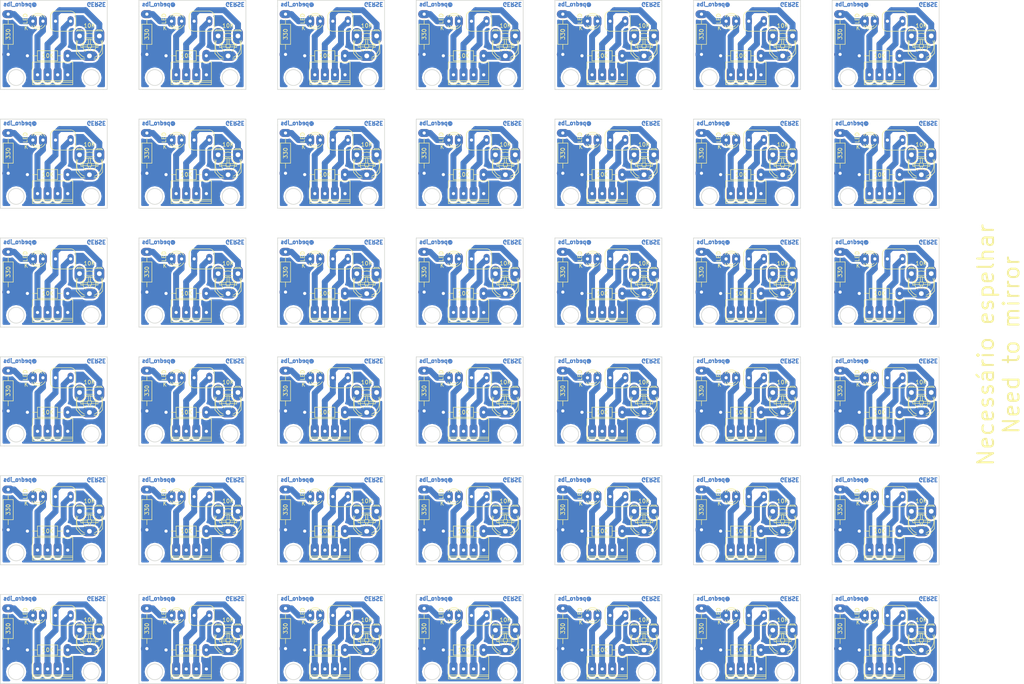
<source format=kicad_pcb>
(kicad_pcb (version 4) (host pcbnew 4.0.2+dfsg1-stable)
  (title_block (title "Sensor LDR2 para Shield Sensor Base Grover GERSE") (date 2017-08-20) (rev 1.1) (company "GERSE - Grupo de Estudos em Robótica e sistemas Embarcados") (comment 1 "Facebook: www.facebook.com/gerserobot/ ") (comment 2 "Instagram: www.instagram.com/gerserobot/  ") (comment 3 "Website: gerserobotica.com") (comment 4 "Projetista: @pedro_ibs (www.instagram.com/pedro_ibs/)"))
  (layers (0 F.Cu signal) (31 B.Cu signal) (34 B.Paste user) (35 F.Paste user) (36 B.SilkS user) (37 F.SilkS user) (38 B.Mask user) (39 F.Mask user) (44 Edge.Cuts user))
  (net 0 "")
  (net 1 "Net-(D2-Pad1)")
  (net 2 P5)
  (net 3 P6)
  (net 4 "Net-(R6-Pad1)")
  (net 5 "Net-(RV1-Pad3)")
  (net 6 GND)
  (net 7 VCC)
  (module Potentiometers:Potentiometer_Triwood_RM-065 (layer F.Cu) (at 250 114 180)
    (fp_text reference RV1 hide)
    (fp_text value 10K (at 2.49936 2.58064 180) (layer F.SilkS))
    (pad 2 thru_hole oval (at 2.49936 -5.03936 180) (size 4 2.5) (drill 1.19888) (layers *.Cu) (net 4 "Net-(R6-Pad1)"))
    (pad 3 thru_hole oval (at 4.99872 0 180) (size 2.5 4) (drill 1.19888) (layers *.Cu) (net 5 "Net-(RV1-Pad3)"))
    (pad 1 thru_hole oval (at 0 0 180) (size 2.5 4) (drill 1.19888) (layers *.Cu) (net 2 P5))
  )
  (module MY_kicad:LDR3mm (layer F.Cu) (at 242.75 110.28 180)
    (fp_text reference R7 hide)
    (fp_text value LDR-3MM hide)
    (pad 1 thru_hole oval (at 0 0 180) (size 1.524 2.524) (drill 0.8) (layers *.Cu) (net 7 VCC))
    (pad 2 thru_hole oval (at 3.81 0 180) (size 1.524 2.524) (drill 0.8) (layers *.Cu) (net 2 P5))
  )
  (module Resistors_ThroughHole:Resistor_Horizontal_RM10mm (layer F.Cu) (at 242 119 180)
    (fp_text reference R6 hide)
    (fp_text value 10K (at 5 0 180) (layer F.SilkS))
    (pad 1 thru_hole oval (at 0 0 180) (size 2 3) (drill 0.8) (layers *.Cu) (net 4 "Net-(R6-Pad1)"))
    (pad 2 thru_hole oval (at 10.16 0 180) (size 2 3) (drill 0.8) (layers *.Cu) (net 6 GND))
  )
  (module Resistors_ThroughHole:Resistor_Horizontal_RM10mm (layer F.Cu) (at 227 108.5 270)
    (fp_text reference R5 hide)
    (fp_text value 330 (at 5.08 0 270) (layer F.SilkS))
    (pad 1 thru_hole oval (at 0 0 270) (size 2 3) (drill 0.8) (layers *.Cu) (net 1 "Net-(D2-Pad1)"))
    (pad 2 thru_hole oval (at 10.16 0 270) (size 2 3) (drill 0.8) (layers *.Cu) (net 6 GND))
  )
  (module MY_kicad:molex_2510 (layer F.Cu) (at 234.4 123.8)
    (fp_text reference P4 hide)
    (fp_text value CON3 hide)
    (pad 1 thru_hole oval (at 0 0) (size 2 4) (drill 0.8) (layers *.Cu) (net 3 P6))
    (pad 2 thru_hole oval (at 2.54 0) (size 2 4) (drill 0.8) (layers *.Cu) (net 2 P5))
    (pad 3 thru_hole oval (at 5.08 0) (size 2 4) (drill 0.8) (layers *.Cu) (net 7 VCC))
    (pad 4 thru_hole oval (at 7.62 0) (size 2 4) (drill 0.8) (layers *.Cu) (net 6 GND))
  )
  (module LEDs:LED-3MM (layer F.Cu) (at 233.225 110.28)
    (fp_text reference D2 hide)
    (fp_text value LED (at -1.905 -0.635 90) (layer F.SilkS))
    (fp_text user K (at -1.69 1.74) (layer F.SilkS))
    (pad 1 thru_hole oval (at 0 0 90) (size 3 2) (drill 0.8) (layers *.Cu) (net 1 "Net-(D2-Pad1)"))
    (pad 2 thru_hole oval (at 2.54 0) (size 2 3) (drill 0.8) (layers *.Cu) (net 3 P6))
  )
  (module LEDs:LED-3MM (layer F.Cu) (at 233.225 140.28)
    (fp_text reference D2 hide)
    (fp_text value LED (at -1.905 -0.635 90) (layer F.SilkS))
    (fp_text user K (at -1.69 1.74) (layer F.SilkS))
    (pad 1 thru_hole oval (at 0 0 90) (size 3 2) (drill 0.8) (layers *.Cu) (net 1 "Net-(D2-Pad1)"))
    (pad 2 thru_hole oval (at 2.54 0) (size 2 3) (drill 0.8) (layers *.Cu) (net 3 P6))
  )
  (module MY_kicad:molex_2510 (layer F.Cu) (at 234.4 153.8)
    (fp_text reference P4 hide)
    (fp_text value CON3 hide)
    (pad 1 thru_hole oval (at 0 0) (size 2 4) (drill 0.8) (layers *.Cu) (net 3 P6))
    (pad 2 thru_hole oval (at 2.54 0) (size 2 4) (drill 0.8) (layers *.Cu) (net 2 P5))
    (pad 3 thru_hole oval (at 5.08 0) (size 2 4) (drill 0.8) (layers *.Cu) (net 7 VCC))
    (pad 4 thru_hole oval (at 7.62 0) (size 2 4) (drill 0.8) (layers *.Cu) (net 6 GND))
  )
  (module Resistors_ThroughHole:Resistor_Horizontal_RM10mm (layer F.Cu) (at 227 138.5 270)
    (fp_text reference R5 hide)
    (fp_text value 330 (at 5.08 0 270) (layer F.SilkS))
    (pad 1 thru_hole oval (at 0 0 270) (size 2 3) (drill 0.8) (layers *.Cu) (net 1 "Net-(D2-Pad1)"))
    (pad 2 thru_hole oval (at 10.16 0 270) (size 2 3) (drill 0.8) (layers *.Cu) (net 6 GND))
  )
  (module Resistors_ThroughHole:Resistor_Horizontal_RM10mm (layer F.Cu) (at 242 149 180)
    (fp_text reference R6 hide)
    (fp_text value 10K (at 5 0 180) (layer F.SilkS))
    (pad 1 thru_hole oval (at 0 0 180) (size 2 3) (drill 0.8) (layers *.Cu) (net 4 "Net-(R6-Pad1)"))
    (pad 2 thru_hole oval (at 10.16 0 180) (size 2 3) (drill 0.8) (layers *.Cu) (net 6 GND))
  )
  (module MY_kicad:LDR3mm (layer F.Cu) (at 242.75 140.28 180)
    (fp_text reference R7 hide)
    (fp_text value LDR-3MM hide)
    (pad 1 thru_hole oval (at 0 0 180) (size 1.524 2.524) (drill 0.8) (layers *.Cu) (net 7 VCC))
    (pad 2 thru_hole oval (at 3.81 0 180) (size 1.524 2.524) (drill 0.8) (layers *.Cu) (net 2 P5))
  )
  (module Potentiometers:Potentiometer_Triwood_RM-065 (layer F.Cu) (at 250 144 180)
    (fp_text reference RV1 hide)
    (fp_text value 10K (at 2.49936 2.58064 180) (layer F.SilkS))
    (pad 2 thru_hole oval (at 2.49936 -5.03936 180) (size 4 2.5) (drill 1.19888) (layers *.Cu) (net 4 "Net-(R6-Pad1)"))
    (pad 3 thru_hole oval (at 4.99872 0 180) (size 2.5 4) (drill 1.19888) (layers *.Cu) (net 5 "Net-(RV1-Pad3)"))
    (pad 1 thru_hole oval (at 0 0 180) (size 2.5 4) (drill 1.19888) (layers *.Cu) (net 2 P5))
  )
  (module Potentiometers:Potentiometer_Triwood_RM-065 (layer F.Cu) (at 250 174 180)
    (fp_text reference RV1 hide)
    (fp_text value 10K (at 2.49936 2.58064 180) (layer F.SilkS))
    (pad 2 thru_hole oval (at 2.49936 -5.03936 180) (size 4 2.5) (drill 1.19888) (layers *.Cu) (net 4 "Net-(R6-Pad1)"))
    (pad 3 thru_hole oval (at 4.99872 0 180) (size 2.5 4) (drill 1.19888) (layers *.Cu) (net 5 "Net-(RV1-Pad3)"))
    (pad 1 thru_hole oval (at 0 0 180) (size 2.5 4) (drill 1.19888) (layers *.Cu) (net 2 P5))
  )
  (module MY_kicad:LDR3mm (layer F.Cu) (at 242.75 170.28 180)
    (fp_text reference R7 hide)
    (fp_text value LDR-3MM hide)
    (pad 1 thru_hole oval (at 0 0 180) (size 1.524 2.524) (drill 0.8) (layers *.Cu) (net 7 VCC))
    (pad 2 thru_hole oval (at 3.81 0 180) (size 1.524 2.524) (drill 0.8) (layers *.Cu) (net 2 P5))
  )
  (module Resistors_ThroughHole:Resistor_Horizontal_RM10mm (layer F.Cu) (at 242 179 180)
    (fp_text reference R6 hide)
    (fp_text value 10K (at 5 0 180) (layer F.SilkS))
    (pad 1 thru_hole oval (at 0 0 180) (size 2 3) (drill 0.8) (layers *.Cu) (net 4 "Net-(R6-Pad1)"))
    (pad 2 thru_hole oval (at 10.16 0 180) (size 2 3) (drill 0.8) (layers *.Cu) (net 6 GND))
  )
  (module Resistors_ThroughHole:Resistor_Horizontal_RM10mm (layer F.Cu) (at 227 168.5 270)
    (fp_text reference R5 hide)
    (fp_text value 330 (at 5.08 0 270) (layer F.SilkS))
    (pad 1 thru_hole oval (at 0 0 270) (size 2 3) (drill 0.8) (layers *.Cu) (net 1 "Net-(D2-Pad1)"))
    (pad 2 thru_hole oval (at 10.16 0 270) (size 2 3) (drill 0.8) (layers *.Cu) (net 6 GND))
  )
  (module MY_kicad:molex_2510 (layer F.Cu) (at 234.4 183.8)
    (fp_text reference P4 hide)
    (fp_text value CON3 hide)
    (pad 1 thru_hole oval (at 0 0) (size 2 4) (drill 0.8) (layers *.Cu) (net 3 P6))
    (pad 2 thru_hole oval (at 2.54 0) (size 2 4) (drill 0.8) (layers *.Cu) (net 2 P5))
    (pad 3 thru_hole oval (at 5.08 0) (size 2 4) (drill 0.8) (layers *.Cu) (net 7 VCC))
    (pad 4 thru_hole oval (at 7.62 0) (size 2 4) (drill 0.8) (layers *.Cu) (net 6 GND))
  )
  (module LEDs:LED-3MM (layer F.Cu) (at 233.225 170.28)
    (fp_text reference D2 hide)
    (fp_text value LED (at -1.905 -0.635 90) (layer F.SilkS))
    (fp_text user K (at -1.69 1.74) (layer F.SilkS))
    (pad 1 thru_hole oval (at 0 0 90) (size 3 2) (drill 0.8) (layers *.Cu) (net 1 "Net-(D2-Pad1)"))
    (pad 2 thru_hole oval (at 2.54 0) (size 2 3) (drill 0.8) (layers *.Cu) (net 3 P6))
  )
  (module LEDs:LED-3MM (layer F.Cu) (at 233.225 80.28)
    (fp_text reference D2 hide)
    (fp_text value LED (at -1.905 -0.635 90) (layer F.SilkS))
    (fp_text user K (at -1.69 1.74) (layer F.SilkS))
    (pad 1 thru_hole oval (at 0 0 90) (size 3 2) (drill 0.8) (layers *.Cu) (net 1 "Net-(D2-Pad1)"))
    (pad 2 thru_hole oval (at 2.54 0) (size 2 3) (drill 0.8) (layers *.Cu) (net 3 P6))
  )
  (module MY_kicad:molex_2510 (layer F.Cu) (at 234.4 93.8)
    (fp_text reference P4 hide)
    (fp_text value CON3 hide)
    (pad 1 thru_hole oval (at 0 0) (size 2 4) (drill 0.8) (layers *.Cu) (net 3 P6))
    (pad 2 thru_hole oval (at 2.54 0) (size 2 4) (drill 0.8) (layers *.Cu) (net 2 P5))
    (pad 3 thru_hole oval (at 5.08 0) (size 2 4) (drill 0.8) (layers *.Cu) (net 7 VCC))
    (pad 4 thru_hole oval (at 7.62 0) (size 2 4) (drill 0.8) (layers *.Cu) (net 6 GND))
  )
  (module Resistors_ThroughHole:Resistor_Horizontal_RM10mm (layer F.Cu) (at 227 78.5 270)
    (fp_text reference R5 hide)
    (fp_text value 330 (at 5.08 0 270) (layer F.SilkS))
    (pad 1 thru_hole oval (at 0 0 270) (size 2 3) (drill 0.8) (layers *.Cu) (net 1 "Net-(D2-Pad1)"))
    (pad 2 thru_hole oval (at 10.16 0 270) (size 2 3) (drill 0.8) (layers *.Cu) (net 6 GND))
  )
  (module Resistors_ThroughHole:Resistor_Horizontal_RM10mm (layer F.Cu) (at 242 89 180)
    (fp_text reference R6 hide)
    (fp_text value 10K (at 5 0 180) (layer F.SilkS))
    (pad 1 thru_hole oval (at 0 0 180) (size 2 3) (drill 0.8) (layers *.Cu) (net 4 "Net-(R6-Pad1)"))
    (pad 2 thru_hole oval (at 10.16 0 180) (size 2 3) (drill 0.8) (layers *.Cu) (net 6 GND))
  )
  (module MY_kicad:LDR3mm (layer F.Cu) (at 242.75 80.28 180)
    (fp_text reference R7 hide)
    (fp_text value LDR-3MM hide)
    (pad 1 thru_hole oval (at 0 0 180) (size 1.524 2.524) (drill 0.8) (layers *.Cu) (net 7 VCC))
    (pad 2 thru_hole oval (at 3.81 0 180) (size 1.524 2.524) (drill 0.8) (layers *.Cu) (net 2 P5))
  )
  (module Potentiometers:Potentiometer_Triwood_RM-065 (layer F.Cu) (at 250 84 180)
    (fp_text reference RV1 hide)
    (fp_text value 10K (at 2.49936 2.58064 180) (layer F.SilkS))
    (pad 2 thru_hole oval (at 2.49936 -5.03936 180) (size 4 2.5) (drill 1.19888) (layers *.Cu) (net 4 "Net-(R6-Pad1)"))
    (pad 3 thru_hole oval (at 4.99872 0 180) (size 2.5 4) (drill 1.19888) (layers *.Cu) (net 5 "Net-(RV1-Pad3)"))
    (pad 1 thru_hole oval (at 0 0 180) (size 2.5 4) (drill 1.19888) (layers *.Cu) (net 2 P5))
  )
  (module Potentiometers:Potentiometer_Triwood_RM-065 (layer F.Cu) (at 250 54 180)
    (fp_text reference RV1 hide)
    (fp_text value 10K (at 2.49936 2.58064 180) (layer F.SilkS))
    (pad 2 thru_hole oval (at 2.49936 -5.03936 180) (size 4 2.5) (drill 1.19888) (layers *.Cu) (net 4 "Net-(R6-Pad1)"))
    (pad 3 thru_hole oval (at 4.99872 0 180) (size 2.5 4) (drill 1.19888) (layers *.Cu) (net 5 "Net-(RV1-Pad3)"))
    (pad 1 thru_hole oval (at 0 0 180) (size 2.5 4) (drill 1.19888) (layers *.Cu) (net 2 P5))
  )
  (module MY_kicad:LDR3mm (layer F.Cu) (at 242.75 50.28 180)
    (fp_text reference R7 hide)
    (fp_text value LDR-3MM hide)
    (pad 1 thru_hole oval (at 0 0 180) (size 1.524 2.524) (drill 0.8) (layers *.Cu) (net 7 VCC))
    (pad 2 thru_hole oval (at 3.81 0 180) (size 1.524 2.524) (drill 0.8) (layers *.Cu) (net 2 P5))
  )
  (module Resistors_ThroughHole:Resistor_Horizontal_RM10mm (layer F.Cu) (at 242 59 180)
    (fp_text reference R6 hide)
    (fp_text value 10K (at 5 0 180) (layer F.SilkS))
    (pad 1 thru_hole oval (at 0 0 180) (size 2 3) (drill 0.8) (layers *.Cu) (net 4 "Net-(R6-Pad1)"))
    (pad 2 thru_hole oval (at 10.16 0 180) (size 2 3) (drill 0.8) (layers *.Cu) (net 6 GND))
  )
  (module Resistors_ThroughHole:Resistor_Horizontal_RM10mm (layer F.Cu) (at 227 48.5 270)
    (fp_text reference R5 hide)
    (fp_text value 330 (at 5.08 0 270) (layer F.SilkS))
    (pad 1 thru_hole oval (at 0 0 270) (size 2 3) (drill 0.8) (layers *.Cu) (net 1 "Net-(D2-Pad1)"))
    (pad 2 thru_hole oval (at 10.16 0 270) (size 2 3) (drill 0.8) (layers *.Cu) (net 6 GND))
  )
  (module MY_kicad:molex_2510 (layer F.Cu) (at 234.4 63.8)
    (fp_text reference P4 hide)
    (fp_text value CON3 hide)
    (pad 1 thru_hole oval (at 0 0) (size 2 4) (drill 0.8) (layers *.Cu) (net 3 P6))
    (pad 2 thru_hole oval (at 2.54 0) (size 2 4) (drill 0.8) (layers *.Cu) (net 2 P5))
    (pad 3 thru_hole oval (at 5.08 0) (size 2 4) (drill 0.8) (layers *.Cu) (net 7 VCC))
    (pad 4 thru_hole oval (at 7.62 0) (size 2 4) (drill 0.8) (layers *.Cu) (net 6 GND))
  )
  (module LEDs:LED-3MM (layer F.Cu) (at 233.225 50.28)
    (fp_text reference D2 hide)
    (fp_text value LED (at -1.905 -0.635 90) (layer F.SilkS))
    (fp_text user K (at -1.69 1.74) (layer F.SilkS))
    (pad 1 thru_hole oval (at 0 0 90) (size 3 2) (drill 0.8) (layers *.Cu) (net 1 "Net-(D2-Pad1)"))
    (pad 2 thru_hole oval (at 2.54 0) (size 2 3) (drill 0.8) (layers *.Cu) (net 3 P6))
  )
  (module LEDs:LED-3MM (layer F.Cu) (at 233.225 20.28)
    (fp_text reference D2 hide)
    (fp_text value LED (at -1.905 -0.635 90) (layer F.SilkS))
    (fp_text user K (at -1.69 1.74) (layer F.SilkS))
    (pad 1 thru_hole oval (at 0 0 90) (size 3 2) (drill 0.8) (layers *.Cu) (net 1 "Net-(D2-Pad1)"))
    (pad 2 thru_hole oval (at 2.54 0) (size 2 3) (drill 0.8) (layers *.Cu) (net 3 P6))
  )
  (module MY_kicad:molex_2510 (layer F.Cu) (at 234.4 33.8)
    (fp_text reference P4 hide)
    (fp_text value CON3 hide)
    (pad 1 thru_hole oval (at 0 0) (size 2 4) (drill 0.8) (layers *.Cu) (net 3 P6))
    (pad 2 thru_hole oval (at 2.54 0) (size 2 4) (drill 0.8) (layers *.Cu) (net 2 P5))
    (pad 3 thru_hole oval (at 5.08 0) (size 2 4) (drill 0.8) (layers *.Cu) (net 7 VCC))
    (pad 4 thru_hole oval (at 7.62 0) (size 2 4) (drill 0.8) (layers *.Cu) (net 6 GND))
  )
  (module Resistors_ThroughHole:Resistor_Horizontal_RM10mm (layer F.Cu) (at 227 18.5 270)
    (fp_text reference R5 hide)
    (fp_text value 330 (at 5.08 0 270) (layer F.SilkS))
    (pad 1 thru_hole oval (at 0 0 270) (size 2 3) (drill 0.8) (layers *.Cu) (net 1 "Net-(D2-Pad1)"))
    (pad 2 thru_hole oval (at 10.16 0 270) (size 2 3) (drill 0.8) (layers *.Cu) (net 6 GND))
  )
  (module Resistors_ThroughHole:Resistor_Horizontal_RM10mm (layer F.Cu) (at 242 29 180)
    (fp_text reference R6 hide)
    (fp_text value 10K (at 5 0 180) (layer F.SilkS))
    (pad 1 thru_hole oval (at 0 0 180) (size 2 3) (drill 0.8) (layers *.Cu) (net 4 "Net-(R6-Pad1)"))
    (pad 2 thru_hole oval (at 10.16 0 180) (size 2 3) (drill 0.8) (layers *.Cu) (net 6 GND))
  )
  (module MY_kicad:LDR3mm (layer F.Cu) (at 242.75 20.28 180)
    (fp_text reference R7 hide)
    (fp_text value LDR-3MM hide)
    (pad 1 thru_hole oval (at 0 0 180) (size 1.524 2.524) (drill 0.8) (layers *.Cu) (net 7 VCC))
    (pad 2 thru_hole oval (at 3.81 0 180) (size 1.524 2.524) (drill 0.8) (layers *.Cu) (net 2 P5))
  )
  (module Potentiometers:Potentiometer_Triwood_RM-065 (layer F.Cu) (at 250 24 180)
    (fp_text reference RV1 hide)
    (fp_text value 10K (at 2.49936 2.58064 180) (layer F.SilkS))
    (pad 2 thru_hole oval (at 2.49936 -5.03936 180) (size 4 2.5) (drill 1.19888) (layers *.Cu) (net 4 "Net-(R6-Pad1)"))
    (pad 3 thru_hole oval (at 4.99872 0 180) (size 2.5 4) (drill 1.19888) (layers *.Cu) (net 5 "Net-(RV1-Pad3)"))
    (pad 1 thru_hole oval (at 0 0 180) (size 2.5 4) (drill 1.19888) (layers *.Cu) (net 2 P5))
  )
  (module Potentiometers:Potentiometer_Triwood_RM-065 (layer F.Cu) (at 145 24 180)
    (fp_text reference RV1 hide)
    (fp_text value 10K (at 2.49936 2.58064 180) (layer F.SilkS))
    (pad 2 thru_hole oval (at 2.49936 -5.03936 180) (size 4 2.5) (drill 1.19888) (layers *.Cu) (net 4 "Net-(R6-Pad1)"))
    (pad 3 thru_hole oval (at 4.99872 0 180) (size 2.5 4) (drill 1.19888) (layers *.Cu) (net 5 "Net-(RV1-Pad3)"))
    (pad 1 thru_hole oval (at 0 0 180) (size 2.5 4) (drill 1.19888) (layers *.Cu) (net 2 P5))
  )
  (module MY_kicad:LDR3mm (layer F.Cu) (at 137.75 20.28 180)
    (fp_text reference R7 hide)
    (fp_text value LDR-3MM hide)
    (pad 1 thru_hole oval (at 0 0 180) (size 1.524 2.524) (drill 0.8) (layers *.Cu) (net 7 VCC))
    (pad 2 thru_hole oval (at 3.81 0 180) (size 1.524 2.524) (drill 0.8) (layers *.Cu) (net 2 P5))
  )
  (module Resistors_ThroughHole:Resistor_Horizontal_RM10mm (layer F.Cu) (at 137 29 180)
    (fp_text reference R6 hide)
    (fp_text value 10K (at 5 0 180) (layer F.SilkS))
    (pad 1 thru_hole oval (at 0 0 180) (size 2 3) (drill 0.8) (layers *.Cu) (net 4 "Net-(R6-Pad1)"))
    (pad 2 thru_hole oval (at 10.16 0 180) (size 2 3) (drill 0.8) (layers *.Cu) (net 6 GND))
  )
  (module Resistors_ThroughHole:Resistor_Horizontal_RM10mm (layer F.Cu) (at 122 18.5 270)
    (fp_text reference R5 hide)
    (fp_text value 330 (at 5.08 0 270) (layer F.SilkS))
    (pad 1 thru_hole oval (at 0 0 270) (size 2 3) (drill 0.8) (layers *.Cu) (net 1 "Net-(D2-Pad1)"))
    (pad 2 thru_hole oval (at 10.16 0 270) (size 2 3) (drill 0.8) (layers *.Cu) (net 6 GND))
  )
  (module MY_kicad:molex_2510 (layer F.Cu) (at 129.4 33.8)
    (fp_text reference P4 hide)
    (fp_text value CON3 hide)
    (pad 1 thru_hole oval (at 0 0) (size 2 4) (drill 0.8) (layers *.Cu) (net 3 P6))
    (pad 2 thru_hole oval (at 2.54 0) (size 2 4) (drill 0.8) (layers *.Cu) (net 2 P5))
    (pad 3 thru_hole oval (at 5.08 0) (size 2 4) (drill 0.8) (layers *.Cu) (net 7 VCC))
    (pad 4 thru_hole oval (at 7.62 0) (size 2 4) (drill 0.8) (layers *.Cu) (net 6 GND))
  )
  (module LEDs:LED-3MM (layer F.Cu) (at 128.225 20.28)
    (fp_text reference D2 hide)
    (fp_text value LED (at -1.905 -0.635 90) (layer F.SilkS))
    (fp_text user K (at -1.69 1.74) (layer F.SilkS))
    (pad 1 thru_hole oval (at 0 0 90) (size 3 2) (drill 0.8) (layers *.Cu) (net 1 "Net-(D2-Pad1)"))
    (pad 2 thru_hole oval (at 2.54 0) (size 2 3) (drill 0.8) (layers *.Cu) (net 3 P6))
  )
  (module LEDs:LED-3MM (layer F.Cu) (at 128.225 50.28)
    (fp_text reference D2 hide)
    (fp_text value LED (at -1.905 -0.635 90) (layer F.SilkS))
    (fp_text user K (at -1.69 1.74) (layer F.SilkS))
    (pad 1 thru_hole oval (at 0 0 90) (size 3 2) (drill 0.8) (layers *.Cu) (net 1 "Net-(D2-Pad1)"))
    (pad 2 thru_hole oval (at 2.54 0) (size 2 3) (drill 0.8) (layers *.Cu) (net 3 P6))
  )
  (module MY_kicad:molex_2510 (layer F.Cu) (at 129.4 63.8)
    (fp_text reference P4 hide)
    (fp_text value CON3 hide)
    (pad 1 thru_hole oval (at 0 0) (size 2 4) (drill 0.8) (layers *.Cu) (net 3 P6))
    (pad 2 thru_hole oval (at 2.54 0) (size 2 4) (drill 0.8) (layers *.Cu) (net 2 P5))
    (pad 3 thru_hole oval (at 5.08 0) (size 2 4) (drill 0.8) (layers *.Cu) (net 7 VCC))
    (pad 4 thru_hole oval (at 7.62 0) (size 2 4) (drill 0.8) (layers *.Cu) (net 6 GND))
  )
  (module Resistors_ThroughHole:Resistor_Horizontal_RM10mm (layer F.Cu) (at 122 48.5 270)
    (fp_text reference R5 hide)
    (fp_text value 330 (at 5.08 0 270) (layer F.SilkS))
    (pad 1 thru_hole oval (at 0 0 270) (size 2 3) (drill 0.8) (layers *.Cu) (net 1 "Net-(D2-Pad1)"))
    (pad 2 thru_hole oval (at 10.16 0 270) (size 2 3) (drill 0.8) (layers *.Cu) (net 6 GND))
  )
  (module Resistors_ThroughHole:Resistor_Horizontal_RM10mm (layer F.Cu) (at 137 59 180)
    (fp_text reference R6 hide)
    (fp_text value 10K (at 5 0 180) (layer F.SilkS))
    (pad 1 thru_hole oval (at 0 0 180) (size 2 3) (drill 0.8) (layers *.Cu) (net 4 "Net-(R6-Pad1)"))
    (pad 2 thru_hole oval (at 10.16 0 180) (size 2 3) (drill 0.8) (layers *.Cu) (net 6 GND))
  )
  (module MY_kicad:LDR3mm (layer F.Cu) (at 137.75 50.28 180)
    (fp_text reference R7 hide)
    (fp_text value LDR-3MM hide)
    (pad 1 thru_hole oval (at 0 0 180) (size 1.524 2.524) (drill 0.8) (layers *.Cu) (net 7 VCC))
    (pad 2 thru_hole oval (at 3.81 0 180) (size 1.524 2.524) (drill 0.8) (layers *.Cu) (net 2 P5))
  )
  (module Potentiometers:Potentiometer_Triwood_RM-065 (layer F.Cu) (at 145 54 180)
    (fp_text reference RV1 hide)
    (fp_text value 10K (at 2.49936 2.58064 180) (layer F.SilkS))
    (pad 2 thru_hole oval (at 2.49936 -5.03936 180) (size 4 2.5) (drill 1.19888) (layers *.Cu) (net 4 "Net-(R6-Pad1)"))
    (pad 3 thru_hole oval (at 4.99872 0 180) (size 2.5 4) (drill 1.19888) (layers *.Cu) (net 5 "Net-(RV1-Pad3)"))
    (pad 1 thru_hole oval (at 0 0 180) (size 2.5 4) (drill 1.19888) (layers *.Cu) (net 2 P5))
  )
  (module Potentiometers:Potentiometer_Triwood_RM-065 (layer F.Cu) (at 145 84 180)
    (fp_text reference RV1 hide)
    (fp_text value 10K (at 2.49936 2.58064 180) (layer F.SilkS))
    (pad 2 thru_hole oval (at 2.49936 -5.03936 180) (size 4 2.5) (drill 1.19888) (layers *.Cu) (net 4 "Net-(R6-Pad1)"))
    (pad 3 thru_hole oval (at 4.99872 0 180) (size 2.5 4) (drill 1.19888) (layers *.Cu) (net 5 "Net-(RV1-Pad3)"))
    (pad 1 thru_hole oval (at 0 0 180) (size 2.5 4) (drill 1.19888) (layers *.Cu) (net 2 P5))
  )
  (module MY_kicad:LDR3mm (layer F.Cu) (at 137.75 80.28 180)
    (fp_text reference R7 hide)
    (fp_text value LDR-3MM hide)
    (pad 1 thru_hole oval (at 0 0 180) (size 1.524 2.524) (drill 0.8) (layers *.Cu) (net 7 VCC))
    (pad 2 thru_hole oval (at 3.81 0 180) (size 1.524 2.524) (drill 0.8) (layers *.Cu) (net 2 P5))
  )
  (module Resistors_ThroughHole:Resistor_Horizontal_RM10mm (layer F.Cu) (at 137 89 180)
    (fp_text reference R6 hide)
    (fp_text value 10K (at 5 0 180) (layer F.SilkS))
    (pad 1 thru_hole oval (at 0 0 180) (size 2 3) (drill 0.8) (layers *.Cu) (net 4 "Net-(R6-Pad1)"))
    (pad 2 thru_hole oval (at 10.16 0 180) (size 2 3) (drill 0.8) (layers *.Cu) (net 6 GND))
  )
  (module Resistors_ThroughHole:Resistor_Horizontal_RM10mm (layer F.Cu) (at 122 78.5 270)
    (fp_text reference R5 hide)
    (fp_text value 330 (at 5.08 0 270) (layer F.SilkS))
    (pad 1 thru_hole oval (at 0 0 270) (size 2 3) (drill 0.8) (layers *.Cu) (net 1 "Net-(D2-Pad1)"))
    (pad 2 thru_hole oval (at 10.16 0 270) (size 2 3) (drill 0.8) (layers *.Cu) (net 6 GND))
  )
  (module MY_kicad:molex_2510 (layer F.Cu) (at 129.4 93.8)
    (fp_text reference P4 hide)
    (fp_text value CON3 hide)
    (pad 1 thru_hole oval (at 0 0) (size 2 4) (drill 0.8) (layers *.Cu) (net 3 P6))
    (pad 2 thru_hole oval (at 2.54 0) (size 2 4) (drill 0.8) (layers *.Cu) (net 2 P5))
    (pad 3 thru_hole oval (at 5.08 0) (size 2 4) (drill 0.8) (layers *.Cu) (net 7 VCC))
    (pad 4 thru_hole oval (at 7.62 0) (size 2 4) (drill 0.8) (layers *.Cu) (net 6 GND))
  )
  (module LEDs:LED-3MM (layer F.Cu) (at 128.225 80.28)
    (fp_text reference D2 hide)
    (fp_text value LED (at -1.905 -0.635 90) (layer F.SilkS))
    (fp_text user K (at -1.69 1.74) (layer F.SilkS))
    (pad 1 thru_hole oval (at 0 0 90) (size 3 2) (drill 0.8) (layers *.Cu) (net 1 "Net-(D2-Pad1)"))
    (pad 2 thru_hole oval (at 2.54 0) (size 2 3) (drill 0.8) (layers *.Cu) (net 3 P6))
  )
  (module LEDs:LED-3MM (layer F.Cu) (at 128.225 170.28)
    (fp_text reference D2 hide)
    (fp_text value LED (at -1.905 -0.635 90) (layer F.SilkS))
    (fp_text user K (at -1.69 1.74) (layer F.SilkS))
    (pad 1 thru_hole oval (at 0 0 90) (size 3 2) (drill 0.8) (layers *.Cu) (net 1 "Net-(D2-Pad1)"))
    (pad 2 thru_hole oval (at 2.54 0) (size 2 3) (drill 0.8) (layers *.Cu) (net 3 P6))
  )
  (module MY_kicad:molex_2510 (layer F.Cu) (at 129.4 183.8)
    (fp_text reference P4 hide)
    (fp_text value CON3 hide)
    (pad 1 thru_hole oval (at 0 0) (size 2 4) (drill 0.8) (layers *.Cu) (net 3 P6))
    (pad 2 thru_hole oval (at 2.54 0) (size 2 4) (drill 0.8) (layers *.Cu) (net 2 P5))
    (pad 3 thru_hole oval (at 5.08 0) (size 2 4) (drill 0.8) (layers *.Cu) (net 7 VCC))
    (pad 4 thru_hole oval (at 7.62 0) (size 2 4) (drill 0.8) (layers *.Cu) (net 6 GND))
  )
  (module Resistors_ThroughHole:Resistor_Horizontal_RM10mm (layer F.Cu) (at 122 168.5 270)
    (fp_text reference R5 hide)
    (fp_text value 330 (at 5.08 0 270) (layer F.SilkS))
    (pad 1 thru_hole oval (at 0 0 270) (size 2 3) (drill 0.8) (layers *.Cu) (net 1 "Net-(D2-Pad1)"))
    (pad 2 thru_hole oval (at 10.16 0 270) (size 2 3) (drill 0.8) (layers *.Cu) (net 6 GND))
  )
  (module Resistors_ThroughHole:Resistor_Horizontal_RM10mm (layer F.Cu) (at 137 179 180)
    (fp_text reference R6 hide)
    (fp_text value 10K (at 5 0 180) (layer F.SilkS))
    (pad 1 thru_hole oval (at 0 0 180) (size 2 3) (drill 0.8) (layers *.Cu) (net 4 "Net-(R6-Pad1)"))
    (pad 2 thru_hole oval (at 10.16 0 180) (size 2 3) (drill 0.8) (layers *.Cu) (net 6 GND))
  )
  (module MY_kicad:LDR3mm (layer F.Cu) (at 137.75 170.28 180)
    (fp_text reference R7 hide)
    (fp_text value LDR-3MM hide)
    (pad 1 thru_hole oval (at 0 0 180) (size 1.524 2.524) (drill 0.8) (layers *.Cu) (net 7 VCC))
    (pad 2 thru_hole oval (at 3.81 0 180) (size 1.524 2.524) (drill 0.8) (layers *.Cu) (net 2 P5))
  )
  (module Potentiometers:Potentiometer_Triwood_RM-065 (layer F.Cu) (at 145 174 180)
    (fp_text reference RV1 hide)
    (fp_text value 10K (at 2.49936 2.58064 180) (layer F.SilkS))
    (pad 2 thru_hole oval (at 2.49936 -5.03936 180) (size 4 2.5) (drill 1.19888) (layers *.Cu) (net 4 "Net-(R6-Pad1)"))
    (pad 3 thru_hole oval (at 4.99872 0 180) (size 2.5 4) (drill 1.19888) (layers *.Cu) (net 5 "Net-(RV1-Pad3)"))
    (pad 1 thru_hole oval (at 0 0 180) (size 2.5 4) (drill 1.19888) (layers *.Cu) (net 2 P5))
  )
  (module Potentiometers:Potentiometer_Triwood_RM-065 (layer F.Cu) (at 145 144 180)
    (fp_text reference RV1 hide)
    (fp_text value 10K (at 2.49936 2.58064 180) (layer F.SilkS))
    (pad 2 thru_hole oval (at 2.49936 -5.03936 180) (size 4 2.5) (drill 1.19888) (layers *.Cu) (net 4 "Net-(R6-Pad1)"))
    (pad 3 thru_hole oval (at 4.99872 0 180) (size 2.5 4) (drill 1.19888) (layers *.Cu) (net 5 "Net-(RV1-Pad3)"))
    (pad 1 thru_hole oval (at 0 0 180) (size 2.5 4) (drill 1.19888) (layers *.Cu) (net 2 P5))
  )
  (module MY_kicad:LDR3mm (layer F.Cu) (at 137.75 140.28 180)
    (fp_text reference R7 hide)
    (fp_text value LDR-3MM hide)
    (pad 1 thru_hole oval (at 0 0 180) (size 1.524 2.524) (drill 0.8) (layers *.Cu) (net 7 VCC))
    (pad 2 thru_hole oval (at 3.81 0 180) (size 1.524 2.524) (drill 0.8) (layers *.Cu) (net 2 P5))
  )
  (module Resistors_ThroughHole:Resistor_Horizontal_RM10mm (layer F.Cu) (at 137 149 180)
    (fp_text reference R6 hide)
    (fp_text value 10K (at 5 0 180) (layer F.SilkS))
    (pad 1 thru_hole oval (at 0 0 180) (size 2 3) (drill 0.8) (layers *.Cu) (net 4 "Net-(R6-Pad1)"))
    (pad 2 thru_hole oval (at 10.16 0 180) (size 2 3) (drill 0.8) (layers *.Cu) (net 6 GND))
  )
  (module Resistors_ThroughHole:Resistor_Horizontal_RM10mm (layer F.Cu) (at 122 138.5 270)
    (fp_text reference R5 hide)
    (fp_text value 330 (at 5.08 0 270) (layer F.SilkS))
    (pad 1 thru_hole oval (at 0 0 270) (size 2 3) (drill 0.8) (layers *.Cu) (net 1 "Net-(D2-Pad1)"))
    (pad 2 thru_hole oval (at 10.16 0 270) (size 2 3) (drill 0.8) (layers *.Cu) (net 6 GND))
  )
  (module MY_kicad:molex_2510 (layer F.Cu) (at 129.4 153.8)
    (fp_text reference P4 hide)
    (fp_text value CON3 hide)
    (pad 1 thru_hole oval (at 0 0) (size 2 4) (drill 0.8) (layers *.Cu) (net 3 P6))
    (pad 2 thru_hole oval (at 2.54 0) (size 2 4) (drill 0.8) (layers *.Cu) (net 2 P5))
    (pad 3 thru_hole oval (at 5.08 0) (size 2 4) (drill 0.8) (layers *.Cu) (net 7 VCC))
    (pad 4 thru_hole oval (at 7.62 0) (size 2 4) (drill 0.8) (layers *.Cu) (net 6 GND))
  )
  (module LEDs:LED-3MM (layer F.Cu) (at 128.225 140.28)
    (fp_text reference D2 hide)
    (fp_text value LED (at -1.905 -0.635 90) (layer F.SilkS))
    (fp_text user K (at -1.69 1.74) (layer F.SilkS))
    (pad 1 thru_hole oval (at 0 0 90) (size 3 2) (drill 0.8) (layers *.Cu) (net 1 "Net-(D2-Pad1)"))
    (pad 2 thru_hole oval (at 2.54 0) (size 2 3) (drill 0.8) (layers *.Cu) (net 3 P6))
  )
  (module LEDs:LED-3MM (layer F.Cu) (at 128.225 110.28)
    (fp_text reference D2 hide)
    (fp_text value LED (at -1.905 -0.635 90) (layer F.SilkS))
    (fp_text user K (at -1.69 1.74) (layer F.SilkS))
    (pad 1 thru_hole oval (at 0 0 90) (size 3 2) (drill 0.8) (layers *.Cu) (net 1 "Net-(D2-Pad1)"))
    (pad 2 thru_hole oval (at 2.54 0) (size 2 3) (drill 0.8) (layers *.Cu) (net 3 P6))
  )
  (module MY_kicad:molex_2510 (layer F.Cu) (at 129.4 123.8)
    (fp_text reference P4 hide)
    (fp_text value CON3 hide)
    (pad 1 thru_hole oval (at 0 0) (size 2 4) (drill 0.8) (layers *.Cu) (net 3 P6))
    (pad 2 thru_hole oval (at 2.54 0) (size 2 4) (drill 0.8) (layers *.Cu) (net 2 P5))
    (pad 3 thru_hole oval (at 5.08 0) (size 2 4) (drill 0.8) (layers *.Cu) (net 7 VCC))
    (pad 4 thru_hole oval (at 7.62 0) (size 2 4) (drill 0.8) (layers *.Cu) (net 6 GND))
  )
  (module Resistors_ThroughHole:Resistor_Horizontal_RM10mm (layer F.Cu) (at 122 108.5 270)
    (fp_text reference R5 hide)
    (fp_text value 330 (at 5.08 0 270) (layer F.SilkS))
    (pad 1 thru_hole oval (at 0 0 270) (size 2 3) (drill 0.8) (layers *.Cu) (net 1 "Net-(D2-Pad1)"))
    (pad 2 thru_hole oval (at 10.16 0 270) (size 2 3) (drill 0.8) (layers *.Cu) (net 6 GND))
  )
  (module Resistors_ThroughHole:Resistor_Horizontal_RM10mm (layer F.Cu) (at 137 119 180)
    (fp_text reference R6 hide)
    (fp_text value 10K (at 5 0 180) (layer F.SilkS))
    (pad 1 thru_hole oval (at 0 0 180) (size 2 3) (drill 0.8) (layers *.Cu) (net 4 "Net-(R6-Pad1)"))
    (pad 2 thru_hole oval (at 10.16 0 180) (size 2 3) (drill 0.8) (layers *.Cu) (net 6 GND))
  )
  (module MY_kicad:LDR3mm (layer F.Cu) (at 137.75 110.28 180)
    (fp_text reference R7 hide)
    (fp_text value LDR-3MM hide)
    (pad 1 thru_hole oval (at 0 0 180) (size 1.524 2.524) (drill 0.8) (layers *.Cu) (net 7 VCC))
    (pad 2 thru_hole oval (at 3.81 0 180) (size 1.524 2.524) (drill 0.8) (layers *.Cu) (net 2 P5))
  )
  (module Potentiometers:Potentiometer_Triwood_RM-065 (layer F.Cu) (at 145 114 180)
    (fp_text reference RV1 hide)
    (fp_text value 10K (at 2.49936 2.58064 180) (layer F.SilkS))
    (pad 2 thru_hole oval (at 2.49936 -5.03936 180) (size 4 2.5) (drill 1.19888) (layers *.Cu) (net 4 "Net-(R6-Pad1)"))
    (pad 3 thru_hole oval (at 4.99872 0 180) (size 2.5 4) (drill 1.19888) (layers *.Cu) (net 5 "Net-(RV1-Pad3)"))
    (pad 1 thru_hole oval (at 0 0 180) (size 2.5 4) (drill 1.19888) (layers *.Cu) (net 2 P5))
  )
  (module Potentiometers:Potentiometer_Triwood_RM-065 (layer F.Cu) (at 180 114 180)
    (fp_text reference RV1 hide)
    (fp_text value 10K (at 2.49936 2.58064 180) (layer F.SilkS))
    (pad 2 thru_hole oval (at 2.49936 -5.03936 180) (size 4 2.5) (drill 1.19888) (layers *.Cu) (net 4 "Net-(R6-Pad1)"))
    (pad 3 thru_hole oval (at 4.99872 0 180) (size 2.5 4) (drill 1.19888) (layers *.Cu) (net 5 "Net-(RV1-Pad3)"))
    (pad 1 thru_hole oval (at 0 0 180) (size 2.5 4) (drill 1.19888) (layers *.Cu) (net 2 P5))
  )
  (module MY_kicad:LDR3mm (layer F.Cu) (at 172.75 110.28 180)
    (fp_text reference R7 hide)
    (fp_text value LDR-3MM hide)
    (pad 1 thru_hole oval (at 0 0 180) (size 1.524 2.524) (drill 0.8) (layers *.Cu) (net 7 VCC))
    (pad 2 thru_hole oval (at 3.81 0 180) (size 1.524 2.524) (drill 0.8) (layers *.Cu) (net 2 P5))
  )
  (module Resistors_ThroughHole:Resistor_Horizontal_RM10mm (layer F.Cu) (at 172 119 180)
    (fp_text reference R6 hide)
    (fp_text value 10K (at 5 0 180) (layer F.SilkS))
    (pad 1 thru_hole oval (at 0 0 180) (size 2 3) (drill 0.8) (layers *.Cu) (net 4 "Net-(R6-Pad1)"))
    (pad 2 thru_hole oval (at 10.16 0 180) (size 2 3) (drill 0.8) (layers *.Cu) (net 6 GND))
  )
  (module Resistors_ThroughHole:Resistor_Horizontal_RM10mm (layer F.Cu) (at 157 108.5 270)
    (fp_text reference R5 hide)
    (fp_text value 330 (at 5.08 0 270) (layer F.SilkS))
    (pad 1 thru_hole oval (at 0 0 270) (size 2 3) (drill 0.8) (layers *.Cu) (net 1 "Net-(D2-Pad1)"))
    (pad 2 thru_hole oval (at 10.16 0 270) (size 2 3) (drill 0.8) (layers *.Cu) (net 6 GND))
  )
  (module MY_kicad:molex_2510 (layer F.Cu) (at 164.4 123.8)
    (fp_text reference P4 hide)
    (fp_text value CON3 hide)
    (pad 1 thru_hole oval (at 0 0) (size 2 4) (drill 0.8) (layers *.Cu) (net 3 P6))
    (pad 2 thru_hole oval (at 2.54 0) (size 2 4) (drill 0.8) (layers *.Cu) (net 2 P5))
    (pad 3 thru_hole oval (at 5.08 0) (size 2 4) (drill 0.8) (layers *.Cu) (net 7 VCC))
    (pad 4 thru_hole oval (at 7.62 0) (size 2 4) (drill 0.8) (layers *.Cu) (net 6 GND))
  )
  (module LEDs:LED-3MM (layer F.Cu) (at 163.225 110.28)
    (fp_text reference D2 hide)
    (fp_text value LED (at -1.905 -0.635 90) (layer F.SilkS))
    (fp_text user K (at -1.69 1.74) (layer F.SilkS))
    (pad 1 thru_hole oval (at 0 0 90) (size 3 2) (drill 0.8) (layers *.Cu) (net 1 "Net-(D2-Pad1)"))
    (pad 2 thru_hole oval (at 2.54 0) (size 2 3) (drill 0.8) (layers *.Cu) (net 3 P6))
  )
  (module LEDs:LED-3MM (layer F.Cu) (at 163.225 140.28)
    (fp_text reference D2 hide)
    (fp_text value LED (at -1.905 -0.635 90) (layer F.SilkS))
    (fp_text user K (at -1.69 1.74) (layer F.SilkS))
    (pad 1 thru_hole oval (at 0 0 90) (size 3 2) (drill 0.8) (layers *.Cu) (net 1 "Net-(D2-Pad1)"))
    (pad 2 thru_hole oval (at 2.54 0) (size 2 3) (drill 0.8) (layers *.Cu) (net 3 P6))
  )
  (module MY_kicad:molex_2510 (layer F.Cu) (at 164.4 153.8)
    (fp_text reference P4 hide)
    (fp_text value CON3 hide)
    (pad 1 thru_hole oval (at 0 0) (size 2 4) (drill 0.8) (layers *.Cu) (net 3 P6))
    (pad 2 thru_hole oval (at 2.54 0) (size 2 4) (drill 0.8) (layers *.Cu) (net 2 P5))
    (pad 3 thru_hole oval (at 5.08 0) (size 2 4) (drill 0.8) (layers *.Cu) (net 7 VCC))
    (pad 4 thru_hole oval (at 7.62 0) (size 2 4) (drill 0.8) (layers *.Cu) (net 6 GND))
  )
  (module Resistors_ThroughHole:Resistor_Horizontal_RM10mm (layer F.Cu) (at 157 138.5 270)
    (fp_text reference R5 hide)
    (fp_text value 330 (at 5.08 0 270) (layer F.SilkS))
    (pad 1 thru_hole oval (at 0 0 270) (size 2 3) (drill 0.8) (layers *.Cu) (net 1 "Net-(D2-Pad1)"))
    (pad 2 thru_hole oval (at 10.16 0 270) (size 2 3) (drill 0.8) (layers *.Cu) (net 6 GND))
  )
  (module Resistors_ThroughHole:Resistor_Horizontal_RM10mm (layer F.Cu) (at 172 149 180)
    (fp_text reference R6 hide)
    (fp_text value 10K (at 5 0 180) (layer F.SilkS))
    (pad 1 thru_hole oval (at 0 0 180) (size 2 3) (drill 0.8) (layers *.Cu) (net 4 "Net-(R6-Pad1)"))
    (pad 2 thru_hole oval (at 10.16 0 180) (size 2 3) (drill 0.8) (layers *.Cu) (net 6 GND))
  )
  (module MY_kicad:LDR3mm (layer F.Cu) (at 172.75 140.28 180)
    (fp_text reference R7 hide)
    (fp_text value LDR-3MM hide)
    (pad 1 thru_hole oval (at 0 0 180) (size 1.524 2.524) (drill 0.8) (layers *.Cu) (net 7 VCC))
    (pad 2 thru_hole oval (at 3.81 0 180) (size 1.524 2.524) (drill 0.8) (layers *.Cu) (net 2 P5))
  )
  (module Potentiometers:Potentiometer_Triwood_RM-065 (layer F.Cu) (at 180 144 180)
    (fp_text reference RV1 hide)
    (fp_text value 10K (at 2.49936 2.58064 180) (layer F.SilkS))
    (pad 2 thru_hole oval (at 2.49936 -5.03936 180) (size 4 2.5) (drill 1.19888) (layers *.Cu) (net 4 "Net-(R6-Pad1)"))
    (pad 3 thru_hole oval (at 4.99872 0 180) (size 2.5 4) (drill 1.19888) (layers *.Cu) (net 5 "Net-(RV1-Pad3)"))
    (pad 1 thru_hole oval (at 0 0 180) (size 2.5 4) (drill 1.19888) (layers *.Cu) (net 2 P5))
  )
  (module Potentiometers:Potentiometer_Triwood_RM-065 (layer F.Cu) (at 180 174 180)
    (fp_text reference RV1 hide)
    (fp_text value 10K (at 2.49936 2.58064 180) (layer F.SilkS))
    (pad 2 thru_hole oval (at 2.49936 -5.03936 180) (size 4 2.5) (drill 1.19888) (layers *.Cu) (net 4 "Net-(R6-Pad1)"))
    (pad 3 thru_hole oval (at 4.99872 0 180) (size 2.5 4) (drill 1.19888) (layers *.Cu) (net 5 "Net-(RV1-Pad3)"))
    (pad 1 thru_hole oval (at 0 0 180) (size 2.5 4) (drill 1.19888) (layers *.Cu) (net 2 P5))
  )
  (module MY_kicad:LDR3mm (layer F.Cu) (at 172.75 170.28 180)
    (fp_text reference R7 hide)
    (fp_text value LDR-3MM hide)
    (pad 1 thru_hole oval (at 0 0 180) (size 1.524 2.524) (drill 0.8) (layers *.Cu) (net 7 VCC))
    (pad 2 thru_hole oval (at 3.81 0 180) (size 1.524 2.524) (drill 0.8) (layers *.Cu) (net 2 P5))
  )
  (module Resistors_ThroughHole:Resistor_Horizontal_RM10mm (layer F.Cu) (at 172 179 180)
    (fp_text reference R6 hide)
    (fp_text value 10K (at 5 0 180) (layer F.SilkS))
    (pad 1 thru_hole oval (at 0 0 180) (size 2 3) (drill 0.8) (layers *.Cu) (net 4 "Net-(R6-Pad1)"))
    (pad 2 thru_hole oval (at 10.16 0 180) (size 2 3) (drill 0.8) (layers *.Cu) (net 6 GND))
  )
  (module Resistors_ThroughHole:Resistor_Horizontal_RM10mm (layer F.Cu) (at 157 168.5 270)
    (fp_text reference R5 hide)
    (fp_text value 330 (at 5.08 0 270) (layer F.SilkS))
    (pad 1 thru_hole oval (at 0 0 270) (size 2 3) (drill 0.8) (layers *.Cu) (net 1 "Net-(D2-Pad1)"))
    (pad 2 thru_hole oval (at 10.16 0 270) (size 2 3) (drill 0.8) (layers *.Cu) (net 6 GND))
  )
  (module MY_kicad:molex_2510 (layer F.Cu) (at 164.4 183.8)
    (fp_text reference P4 hide)
    (fp_text value CON3 hide)
    (pad 1 thru_hole oval (at 0 0) (size 2 4) (drill 0.8) (layers *.Cu) (net 3 P6))
    (pad 2 thru_hole oval (at 2.54 0) (size 2 4) (drill 0.8) (layers *.Cu) (net 2 P5))
    (pad 3 thru_hole oval (at 5.08 0) (size 2 4) (drill 0.8) (layers *.Cu) (net 7 VCC))
    (pad 4 thru_hole oval (at 7.62 0) (size 2 4) (drill 0.8) (layers *.Cu) (net 6 GND))
  )
  (module LEDs:LED-3MM (layer F.Cu) (at 163.225 170.28)
    (fp_text reference D2 hide)
    (fp_text value LED (at -1.905 -0.635 90) (layer F.SilkS))
    (fp_text user K (at -1.69 1.74) (layer F.SilkS))
    (pad 1 thru_hole oval (at 0 0 90) (size 3 2) (drill 0.8) (layers *.Cu) (net 1 "Net-(D2-Pad1)"))
    (pad 2 thru_hole oval (at 2.54 0) (size 2 3) (drill 0.8) (layers *.Cu) (net 3 P6))
  )
  (module LEDs:LED-3MM (layer F.Cu) (at 163.225 80.28)
    (fp_text reference D2 hide)
    (fp_text value LED (at -1.905 -0.635 90) (layer F.SilkS))
    (fp_text user K (at -1.69 1.74) (layer F.SilkS))
    (pad 1 thru_hole oval (at 0 0 90) (size 3 2) (drill 0.8) (layers *.Cu) (net 1 "Net-(D2-Pad1)"))
    (pad 2 thru_hole oval (at 2.54 0) (size 2 3) (drill 0.8) (layers *.Cu) (net 3 P6))
  )
  (module MY_kicad:molex_2510 (layer F.Cu) (at 164.4 93.8)
    (fp_text reference P4 hide)
    (fp_text value CON3 hide)
    (pad 1 thru_hole oval (at 0 0) (size 2 4) (drill 0.8) (layers *.Cu) (net 3 P6))
    (pad 2 thru_hole oval (at 2.54 0) (size 2 4) (drill 0.8) (layers *.Cu) (net 2 P5))
    (pad 3 thru_hole oval (at 5.08 0) (size 2 4) (drill 0.8) (layers *.Cu) (net 7 VCC))
    (pad 4 thru_hole oval (at 7.62 0) (size 2 4) (drill 0.8) (layers *.Cu) (net 6 GND))
  )
  (module Resistors_ThroughHole:Resistor_Horizontal_RM10mm (layer F.Cu) (at 157 78.5 270)
    (fp_text reference R5 hide)
    (fp_text value 330 (at 5.08 0 270) (layer F.SilkS))
    (pad 1 thru_hole oval (at 0 0 270) (size 2 3) (drill 0.8) (layers *.Cu) (net 1 "Net-(D2-Pad1)"))
    (pad 2 thru_hole oval (at 10.16 0 270) (size 2 3) (drill 0.8) (layers *.Cu) (net 6 GND))
  )
  (module Resistors_ThroughHole:Resistor_Horizontal_RM10mm (layer F.Cu) (at 172 89 180)
    (fp_text reference R6 hide)
    (fp_text value 10K (at 5 0 180) (layer F.SilkS))
    (pad 1 thru_hole oval (at 0 0 180) (size 2 3) (drill 0.8) (layers *.Cu) (net 4 "Net-(R6-Pad1)"))
    (pad 2 thru_hole oval (at 10.16 0 180) (size 2 3) (drill 0.8) (layers *.Cu) (net 6 GND))
  )
  (module MY_kicad:LDR3mm (layer F.Cu) (at 172.75 80.28 180)
    (fp_text reference R7 hide)
    (fp_text value LDR-3MM hide)
    (pad 1 thru_hole oval (at 0 0 180) (size 1.524 2.524) (drill 0.8) (layers *.Cu) (net 7 VCC))
    (pad 2 thru_hole oval (at 3.81 0 180) (size 1.524 2.524) (drill 0.8) (layers *.Cu) (net 2 P5))
  )
  (module Potentiometers:Potentiometer_Triwood_RM-065 (layer F.Cu) (at 180 84 180)
    (fp_text reference RV1 hide)
    (fp_text value 10K (at 2.49936 2.58064 180) (layer F.SilkS))
    (pad 2 thru_hole oval (at 2.49936 -5.03936 180) (size 4 2.5) (drill 1.19888) (layers *.Cu) (net 4 "Net-(R6-Pad1)"))
    (pad 3 thru_hole oval (at 4.99872 0 180) (size 2.5 4) (drill 1.19888) (layers *.Cu) (net 5 "Net-(RV1-Pad3)"))
    (pad 1 thru_hole oval (at 0 0 180) (size 2.5 4) (drill 1.19888) (layers *.Cu) (net 2 P5))
  )
  (module Potentiometers:Potentiometer_Triwood_RM-065 (layer F.Cu) (at 180 54 180)
    (fp_text reference RV1 hide)
    (fp_text value 10K (at 2.49936 2.58064 180) (layer F.SilkS))
    (pad 2 thru_hole oval (at 2.49936 -5.03936 180) (size 4 2.5) (drill 1.19888) (layers *.Cu) (net 4 "Net-(R6-Pad1)"))
    (pad 3 thru_hole oval (at 4.99872 0 180) (size 2.5 4) (drill 1.19888) (layers *.Cu) (net 5 "Net-(RV1-Pad3)"))
    (pad 1 thru_hole oval (at 0 0 180) (size 2.5 4) (drill 1.19888) (layers *.Cu) (net 2 P5))
  )
  (module MY_kicad:LDR3mm (layer F.Cu) (at 172.75 50.28 180)
    (fp_text reference R7 hide)
    (fp_text value LDR-3MM hide)
    (pad 1 thru_hole oval (at 0 0 180) (size 1.524 2.524) (drill 0.8) (layers *.Cu) (net 7 VCC))
    (pad 2 thru_hole oval (at 3.81 0 180) (size 1.524 2.524) (drill 0.8) (layers *.Cu) (net 2 P5))
  )
  (module Resistors_ThroughHole:Resistor_Horizontal_RM10mm (layer F.Cu) (at 172 59 180)
    (fp_text reference R6 hide)
    (fp_text value 10K (at 5 0 180) (layer F.SilkS))
    (pad 1 thru_hole oval (at 0 0 180) (size 2 3) (drill 0.8) (layers *.Cu) (net 4 "Net-(R6-Pad1)"))
    (pad 2 thru_hole oval (at 10.16 0 180) (size 2 3) (drill 0.8) (layers *.Cu) (net 6 GND))
  )
  (module Resistors_ThroughHole:Resistor_Horizontal_RM10mm (layer F.Cu) (at 157 48.5 270)
    (fp_text reference R5 hide)
    (fp_text value 330 (at 5.08 0 270) (layer F.SilkS))
    (pad 1 thru_hole oval (at 0 0 270) (size 2 3) (drill 0.8) (layers *.Cu) (net 1 "Net-(D2-Pad1)"))
    (pad 2 thru_hole oval (at 10.16 0 270) (size 2 3) (drill 0.8) (layers *.Cu) (net 6 GND))
  )
  (module MY_kicad:molex_2510 (layer F.Cu) (at 164.4 63.8)
    (fp_text reference P4 hide)
    (fp_text value CON3 hide)
    (pad 1 thru_hole oval (at 0 0) (size 2 4) (drill 0.8) (layers *.Cu) (net 3 P6))
    (pad 2 thru_hole oval (at 2.54 0) (size 2 4) (drill 0.8) (layers *.Cu) (net 2 P5))
    (pad 3 thru_hole oval (at 5.08 0) (size 2 4) (drill 0.8) (layers *.Cu) (net 7 VCC))
    (pad 4 thru_hole oval (at 7.62 0) (size 2 4) (drill 0.8) (layers *.Cu) (net 6 GND))
  )
  (module LEDs:LED-3MM (layer F.Cu) (at 163.225 50.28)
    (fp_text reference D2 hide)
    (fp_text value LED (at -1.905 -0.635 90) (layer F.SilkS))
    (fp_text user K (at -1.69 1.74) (layer F.SilkS))
    (pad 1 thru_hole oval (at 0 0 90) (size 3 2) (drill 0.8) (layers *.Cu) (net 1 "Net-(D2-Pad1)"))
    (pad 2 thru_hole oval (at 2.54 0) (size 2 3) (drill 0.8) (layers *.Cu) (net 3 P6))
  )
  (module LEDs:LED-3MM (layer F.Cu) (at 163.225 20.28)
    (fp_text reference D2 hide)
    (fp_text value LED (at -1.905 -0.635 90) (layer F.SilkS))
    (fp_text user K (at -1.69 1.74) (layer F.SilkS))
    (pad 1 thru_hole oval (at 0 0 90) (size 3 2) (drill 0.8) (layers *.Cu) (net 1 "Net-(D2-Pad1)"))
    (pad 2 thru_hole oval (at 2.54 0) (size 2 3) (drill 0.8) (layers *.Cu) (net 3 P6))
  )
  (module MY_kicad:molex_2510 (layer F.Cu) (at 164.4 33.8)
    (fp_text reference P4 hide)
    (fp_text value CON3 hide)
    (pad 1 thru_hole oval (at 0 0) (size 2 4) (drill 0.8) (layers *.Cu) (net 3 P6))
    (pad 2 thru_hole oval (at 2.54 0) (size 2 4) (drill 0.8) (layers *.Cu) (net 2 P5))
    (pad 3 thru_hole oval (at 5.08 0) (size 2 4) (drill 0.8) (layers *.Cu) (net 7 VCC))
    (pad 4 thru_hole oval (at 7.62 0) (size 2 4) (drill 0.8) (layers *.Cu) (net 6 GND))
  )
  (module Resistors_ThroughHole:Resistor_Horizontal_RM10mm (layer F.Cu) (at 157 18.5 270)
    (fp_text reference R5 hide)
    (fp_text value 330 (at 5.08 0 270) (layer F.SilkS))
    (pad 1 thru_hole oval (at 0 0 270) (size 2 3) (drill 0.8) (layers *.Cu) (net 1 "Net-(D2-Pad1)"))
    (pad 2 thru_hole oval (at 10.16 0 270) (size 2 3) (drill 0.8) (layers *.Cu) (net 6 GND))
  )
  (module Resistors_ThroughHole:Resistor_Horizontal_RM10mm (layer F.Cu) (at 172 29 180)
    (fp_text reference R6 hide)
    (fp_text value 10K (at 5 0 180) (layer F.SilkS))
    (pad 1 thru_hole oval (at 0 0 180) (size 2 3) (drill 0.8) (layers *.Cu) (net 4 "Net-(R6-Pad1)"))
    (pad 2 thru_hole oval (at 10.16 0 180) (size 2 3) (drill 0.8) (layers *.Cu) (net 6 GND))
  )
  (module MY_kicad:LDR3mm (layer F.Cu) (at 172.75 20.28 180)
    (fp_text reference R7 hide)
    (fp_text value LDR-3MM hide)
    (pad 1 thru_hole oval (at 0 0 180) (size 1.524 2.524) (drill 0.8) (layers *.Cu) (net 7 VCC))
    (pad 2 thru_hole oval (at 3.81 0 180) (size 1.524 2.524) (drill 0.8) (layers *.Cu) (net 2 P5))
  )
  (module Potentiometers:Potentiometer_Triwood_RM-065 (layer F.Cu) (at 180 24 180)
    (fp_text reference RV1 hide)
    (fp_text value 10K (at 2.49936 2.58064 180) (layer F.SilkS))
    (pad 2 thru_hole oval (at 2.49936 -5.03936 180) (size 4 2.5) (drill 1.19888) (layers *.Cu) (net 4 "Net-(R6-Pad1)"))
    (pad 3 thru_hole oval (at 4.99872 0 180) (size 2.5 4) (drill 1.19888) (layers *.Cu) (net 5 "Net-(RV1-Pad3)"))
    (pad 1 thru_hole oval (at 0 0 180) (size 2.5 4) (drill 1.19888) (layers *.Cu) (net 2 P5))
  )
  (module Potentiometers:Potentiometer_Triwood_RM-065 (layer F.Cu) (at 215 24 180)
    (fp_text reference RV1 hide)
    (fp_text value 10K (at 2.49936 2.58064 180) (layer F.SilkS))
    (pad 2 thru_hole oval (at 2.49936 -5.03936 180) (size 4 2.5) (drill 1.19888) (layers *.Cu) (net 4 "Net-(R6-Pad1)"))
    (pad 3 thru_hole oval (at 4.99872 0 180) (size 2.5 4) (drill 1.19888) (layers *.Cu) (net 5 "Net-(RV1-Pad3)"))
    (pad 1 thru_hole oval (at 0 0 180) (size 2.5 4) (drill 1.19888) (layers *.Cu) (net 2 P5))
  )
  (module MY_kicad:LDR3mm (layer F.Cu) (at 207.75 20.28 180)
    (fp_text reference R7 hide)
    (fp_text value LDR-3MM hide)
    (pad 1 thru_hole oval (at 0 0 180) (size 1.524 2.524) (drill 0.8) (layers *.Cu) (net 7 VCC))
    (pad 2 thru_hole oval (at 3.81 0 180) (size 1.524 2.524) (drill 0.8) (layers *.Cu) (net 2 P5))
  )
  (module Resistors_ThroughHole:Resistor_Horizontal_RM10mm (layer F.Cu) (at 207 29 180)
    (fp_text reference R6 hide)
    (fp_text value 10K (at 5 0 180) (layer F.SilkS))
    (pad 1 thru_hole oval (at 0 0 180) (size 2 3) (drill 0.8) (layers *.Cu) (net 4 "Net-(R6-Pad1)"))
    (pad 2 thru_hole oval (at 10.16 0 180) (size 2 3) (drill 0.8) (layers *.Cu) (net 6 GND))
  )
  (module Resistors_ThroughHole:Resistor_Horizontal_RM10mm (layer F.Cu) (at 192 18.5 270)
    (fp_text reference R5 hide)
    (fp_text value 330 (at 5.08 0 270) (layer F.SilkS))
    (pad 1 thru_hole oval (at 0 0 270) (size 2 3) (drill 0.8) (layers *.Cu) (net 1 "Net-(D2-Pad1)"))
    (pad 2 thru_hole oval (at 10.16 0 270) (size 2 3) (drill 0.8) (layers *.Cu) (net 6 GND))
  )
  (module MY_kicad:molex_2510 (layer F.Cu) (at 199.4 33.8)
    (fp_text reference P4 hide)
    (fp_text value CON3 hide)
    (pad 1 thru_hole oval (at 0 0) (size 2 4) (drill 0.8) (layers *.Cu) (net 3 P6))
    (pad 2 thru_hole oval (at 2.54 0) (size 2 4) (drill 0.8) (layers *.Cu) (net 2 P5))
    (pad 3 thru_hole oval (at 5.08 0) (size 2 4) (drill 0.8) (layers *.Cu) (net 7 VCC))
    (pad 4 thru_hole oval (at 7.62 0) (size 2 4) (drill 0.8) (layers *.Cu) (net 6 GND))
  )
  (module LEDs:LED-3MM (layer F.Cu) (at 198.225 20.28)
    (fp_text reference D2 hide)
    (fp_text value LED (at -1.905 -0.635 90) (layer F.SilkS))
    (fp_text user K (at -1.69 1.74) (layer F.SilkS))
    (pad 1 thru_hole oval (at 0 0 90) (size 3 2) (drill 0.8) (layers *.Cu) (net 1 "Net-(D2-Pad1)"))
    (pad 2 thru_hole oval (at 2.54 0) (size 2 3) (drill 0.8) (layers *.Cu) (net 3 P6))
  )
  (module LEDs:LED-3MM (layer F.Cu) (at 198.225 50.28)
    (fp_text reference D2 hide)
    (fp_text value LED (at -1.905 -0.635 90) (layer F.SilkS))
    (fp_text user K (at -1.69 1.74) (layer F.SilkS))
    (pad 1 thru_hole oval (at 0 0 90) (size 3 2) (drill 0.8) (layers *.Cu) (net 1 "Net-(D2-Pad1)"))
    (pad 2 thru_hole oval (at 2.54 0) (size 2 3) (drill 0.8) (layers *.Cu) (net 3 P6))
  )
  (module MY_kicad:molex_2510 (layer F.Cu) (at 199.4 63.8)
    (fp_text reference P4 hide)
    (fp_text value CON3 hide)
    (pad 1 thru_hole oval (at 0 0) (size 2 4) (drill 0.8) (layers *.Cu) (net 3 P6))
    (pad 2 thru_hole oval (at 2.54 0) (size 2 4) (drill 0.8) (layers *.Cu) (net 2 P5))
    (pad 3 thru_hole oval (at 5.08 0) (size 2 4) (drill 0.8) (layers *.Cu) (net 7 VCC))
    (pad 4 thru_hole oval (at 7.62 0) (size 2 4) (drill 0.8) (layers *.Cu) (net 6 GND))
  )
  (module Resistors_ThroughHole:Resistor_Horizontal_RM10mm (layer F.Cu) (at 192 48.5 270)
    (fp_text reference R5 hide)
    (fp_text value 330 (at 5.08 0 270) (layer F.SilkS))
    (pad 1 thru_hole oval (at 0 0 270) (size 2 3) (drill 0.8) (layers *.Cu) (net 1 "Net-(D2-Pad1)"))
    (pad 2 thru_hole oval (at 10.16 0 270) (size 2 3) (drill 0.8) (layers *.Cu) (net 6 GND))
  )
  (module Resistors_ThroughHole:Resistor_Horizontal_RM10mm (layer F.Cu) (at 207 59 180)
    (fp_text reference R6 hide)
    (fp_text value 10K (at 5 0 180) (layer F.SilkS))
    (pad 1 thru_hole oval (at 0 0 180) (size 2 3) (drill 0.8) (layers *.Cu) (net 4 "Net-(R6-Pad1)"))
    (pad 2 thru_hole oval (at 10.16 0 180) (size 2 3) (drill 0.8) (layers *.Cu) (net 6 GND))
  )
  (module MY_kicad:LDR3mm (layer F.Cu) (at 207.75 50.28 180)
    (fp_text reference R7 hide)
    (fp_text value LDR-3MM hide)
    (pad 1 thru_hole oval (at 0 0 180) (size 1.524 2.524) (drill 0.8) (layers *.Cu) (net 7 VCC))
    (pad 2 thru_hole oval (at 3.81 0 180) (size 1.524 2.524) (drill 0.8) (layers *.Cu) (net 2 P5))
  )
  (module Potentiometers:Potentiometer_Triwood_RM-065 (layer F.Cu) (at 215 54 180)
    (fp_text reference RV1 hide)
    (fp_text value 10K (at 2.49936 2.58064 180) (layer F.SilkS))
    (pad 2 thru_hole oval (at 2.49936 -5.03936 180) (size 4 2.5) (drill 1.19888) (layers *.Cu) (net 4 "Net-(R6-Pad1)"))
    (pad 3 thru_hole oval (at 4.99872 0 180) (size 2.5 4) (drill 1.19888) (layers *.Cu) (net 5 "Net-(RV1-Pad3)"))
    (pad 1 thru_hole oval (at 0 0 180) (size 2.5 4) (drill 1.19888) (layers *.Cu) (net 2 P5))
  )
  (module Potentiometers:Potentiometer_Triwood_RM-065 (layer F.Cu) (at 215 84 180)
    (fp_text reference RV1 hide)
    (fp_text value 10K (at 2.49936 2.58064 180) (layer F.SilkS))
    (pad 2 thru_hole oval (at 2.49936 -5.03936 180) (size 4 2.5) (drill 1.19888) (layers *.Cu) (net 4 "Net-(R6-Pad1)"))
    (pad 3 thru_hole oval (at 4.99872 0 180) (size 2.5 4) (drill 1.19888) (layers *.Cu) (net 5 "Net-(RV1-Pad3)"))
    (pad 1 thru_hole oval (at 0 0 180) (size 2.5 4) (drill 1.19888) (layers *.Cu) (net 2 P5))
  )
  (module MY_kicad:LDR3mm (layer F.Cu) (at 207.75 80.28 180)
    (fp_text reference R7 hide)
    (fp_text value LDR-3MM hide)
    (pad 1 thru_hole oval (at 0 0 180) (size 1.524 2.524) (drill 0.8) (layers *.Cu) (net 7 VCC))
    (pad 2 thru_hole oval (at 3.81 0 180) (size 1.524 2.524) (drill 0.8) (layers *.Cu) (net 2 P5))
  )
  (module Resistors_ThroughHole:Resistor_Horizontal_RM10mm (layer F.Cu) (at 207 89 180)
    (fp_text reference R6 hide)
    (fp_text value 10K (at 5 0 180) (layer F.SilkS))
    (pad 1 thru_hole oval (at 0 0 180) (size 2 3) (drill 0.8) (layers *.Cu) (net 4 "Net-(R6-Pad1)"))
    (pad 2 thru_hole oval (at 10.16 0 180) (size 2 3) (drill 0.8) (layers *.Cu) (net 6 GND))
  )
  (module Resistors_ThroughHole:Resistor_Horizontal_RM10mm (layer F.Cu) (at 192 78.5 270)
    (fp_text reference R5 hide)
    (fp_text value 330 (at 5.08 0 270) (layer F.SilkS))
    (pad 1 thru_hole oval (at 0 0 270) (size 2 3) (drill 0.8) (layers *.Cu) (net 1 "Net-(D2-Pad1)"))
    (pad 2 thru_hole oval (at 10.16 0 270) (size 2 3) (drill 0.8) (layers *.Cu) (net 6 GND))
  )
  (module MY_kicad:molex_2510 (layer F.Cu) (at 199.4 93.8)
    (fp_text reference P4 hide)
    (fp_text value CON3 hide)
    (pad 1 thru_hole oval (at 0 0) (size 2 4) (drill 0.8) (layers *.Cu) (net 3 P6))
    (pad 2 thru_hole oval (at 2.54 0) (size 2 4) (drill 0.8) (layers *.Cu) (net 2 P5))
    (pad 3 thru_hole oval (at 5.08 0) (size 2 4) (drill 0.8) (layers *.Cu) (net 7 VCC))
    (pad 4 thru_hole oval (at 7.62 0) (size 2 4) (drill 0.8) (layers *.Cu) (net 6 GND))
  )
  (module LEDs:LED-3MM (layer F.Cu) (at 198.225 80.28)
    (fp_text reference D2 hide)
    (fp_text value LED (at -1.905 -0.635 90) (layer F.SilkS))
    (fp_text user K (at -1.69 1.74) (layer F.SilkS))
    (pad 1 thru_hole oval (at 0 0 90) (size 3 2) (drill 0.8) (layers *.Cu) (net 1 "Net-(D2-Pad1)"))
    (pad 2 thru_hole oval (at 2.54 0) (size 2 3) (drill 0.8) (layers *.Cu) (net 3 P6))
  )
  (module LEDs:LED-3MM (layer F.Cu) (at 198.225 170.28)
    (fp_text reference D2 hide)
    (fp_text value LED (at -1.905 -0.635 90) (layer F.SilkS))
    (fp_text user K (at -1.69 1.74) (layer F.SilkS))
    (pad 1 thru_hole oval (at 0 0 90) (size 3 2) (drill 0.8) (layers *.Cu) (net 1 "Net-(D2-Pad1)"))
    (pad 2 thru_hole oval (at 2.54 0) (size 2 3) (drill 0.8) (layers *.Cu) (net 3 P6))
  )
  (module MY_kicad:molex_2510 (layer F.Cu) (at 199.4 183.8)
    (fp_text reference P4 hide)
    (fp_text value CON3 hide)
    (pad 1 thru_hole oval (at 0 0) (size 2 4) (drill 0.8) (layers *.Cu) (net 3 P6))
    (pad 2 thru_hole oval (at 2.54 0) (size 2 4) (drill 0.8) (layers *.Cu) (net 2 P5))
    (pad 3 thru_hole oval (at 5.08 0) (size 2 4) (drill 0.8) (layers *.Cu) (net 7 VCC))
    (pad 4 thru_hole oval (at 7.62 0) (size 2 4) (drill 0.8) (layers *.Cu) (net 6 GND))
  )
  (module Resistors_ThroughHole:Resistor_Horizontal_RM10mm (layer F.Cu) (at 192 168.5 270)
    (fp_text reference R5 hide)
    (fp_text value 330 (at 5.08 0 270) (layer F.SilkS))
    (pad 1 thru_hole oval (at 0 0 270) (size 2 3) (drill 0.8) (layers *.Cu) (net 1 "Net-(D2-Pad1)"))
    (pad 2 thru_hole oval (at 10.16 0 270) (size 2 3) (drill 0.8) (layers *.Cu) (net 6 GND))
  )
  (module Resistors_ThroughHole:Resistor_Horizontal_RM10mm (layer F.Cu) (at 207 179 180)
    (fp_text reference R6 hide)
    (fp_text value 10K (at 5 0 180) (layer F.SilkS))
    (pad 1 thru_hole oval (at 0 0 180) (size 2 3) (drill 0.8) (layers *.Cu) (net 4 "Net-(R6-Pad1)"))
    (pad 2 thru_hole oval (at 10.16 0 180) (size 2 3) (drill 0.8) (layers *.Cu) (net 6 GND))
  )
  (module MY_kicad:LDR3mm (layer F.Cu) (at 207.75 170.28 180)
    (fp_text reference R7 hide)
    (fp_text value LDR-3MM hide)
    (pad 1 thru_hole oval (at 0 0 180) (size 1.524 2.524) (drill 0.8) (layers *.Cu) (net 7 VCC))
    (pad 2 thru_hole oval (at 3.81 0 180) (size 1.524 2.524) (drill 0.8) (layers *.Cu) (net 2 P5))
  )
  (module Potentiometers:Potentiometer_Triwood_RM-065 (layer F.Cu) (at 215 174 180)
    (fp_text reference RV1 hide)
    (fp_text value 10K (at 2.49936 2.58064 180) (layer F.SilkS))
    (pad 2 thru_hole oval (at 2.49936 -5.03936 180) (size 4 2.5) (drill 1.19888) (layers *.Cu) (net 4 "Net-(R6-Pad1)"))
    (pad 3 thru_hole oval (at 4.99872 0 180) (size 2.5 4) (drill 1.19888) (layers *.Cu) (net 5 "Net-(RV1-Pad3)"))
    (pad 1 thru_hole oval (at 0 0 180) (size 2.5 4) (drill 1.19888) (layers *.Cu) (net 2 P5))
  )
  (module Potentiometers:Potentiometer_Triwood_RM-065 (layer F.Cu) (at 215 144 180)
    (fp_text reference RV1 hide)
    (fp_text value 10K (at 2.49936 2.58064 180) (layer F.SilkS))
    (pad 2 thru_hole oval (at 2.49936 -5.03936 180) (size 4 2.5) (drill 1.19888) (layers *.Cu) (net 4 "Net-(R6-Pad1)"))
    (pad 3 thru_hole oval (at 4.99872 0 180) (size 2.5 4) (drill 1.19888) (layers *.Cu) (net 5 "Net-(RV1-Pad3)"))
    (pad 1 thru_hole oval (at 0 0 180) (size 2.5 4) (drill 1.19888) (layers *.Cu) (net 2 P5))
  )
  (module MY_kicad:LDR3mm (layer F.Cu) (at 207.75 140.28 180)
    (fp_text reference R7 hide)
    (fp_text value LDR-3MM hide)
    (pad 1 thru_hole oval (at 0 0 180) (size 1.524 2.524) (drill 0.8) (layers *.Cu) (net 7 VCC))
    (pad 2 thru_hole oval (at 3.81 0 180) (size 1.524 2.524) (drill 0.8) (layers *.Cu) (net 2 P5))
  )
  (module Resistors_ThroughHole:Resistor_Horizontal_RM10mm (layer F.Cu) (at 207 149 180)
    (fp_text reference R6 hide)
    (fp_text value 10K (at 5 0 180) (layer F.SilkS))
    (pad 1 thru_hole oval (at 0 0 180) (size 2 3) (drill 0.8) (layers *.Cu) (net 4 "Net-(R6-Pad1)"))
    (pad 2 thru_hole oval (at 10.16 0 180) (size 2 3) (drill 0.8) (layers *.Cu) (net 6 GND))
  )
  (module Resistors_ThroughHole:Resistor_Horizontal_RM10mm (layer F.Cu) (at 192 138.5 270)
    (fp_text reference R5 hide)
    (fp_text value 330 (at 5.08 0 270) (layer F.SilkS))
    (pad 1 thru_hole oval (at 0 0 270) (size 2 3) (drill 0.8) (layers *.Cu) (net 1 "Net-(D2-Pad1)"))
    (pad 2 thru_hole oval (at 10.16 0 270) (size 2 3) (drill 0.8) (layers *.Cu) (net 6 GND))
  )
  (module MY_kicad:molex_2510 (layer F.Cu) (at 199.4 153.8)
    (fp_text reference P4 hide)
    (fp_text value CON3 hide)
    (pad 1 thru_hole oval (at 0 0) (size 2 4) (drill 0.8) (layers *.Cu) (net 3 P6))
    (pad 2 thru_hole oval (at 2.54 0) (size 2 4) (drill 0.8) (layers *.Cu) (net 2 P5))
    (pad 3 thru_hole oval (at 5.08 0) (size 2 4) (drill 0.8) (layers *.Cu) (net 7 VCC))
    (pad 4 thru_hole oval (at 7.62 0) (size 2 4) (drill 0.8) (layers *.Cu) (net 6 GND))
  )
  (module LEDs:LED-3MM (layer F.Cu) (at 198.225 140.28)
    (fp_text reference D2 hide)
    (fp_text value LED (at -1.905 -0.635 90) (layer F.SilkS))
    (fp_text user K (at -1.69 1.74) (layer F.SilkS))
    (pad 1 thru_hole oval (at 0 0 90) (size 3 2) (drill 0.8) (layers *.Cu) (net 1 "Net-(D2-Pad1)"))
    (pad 2 thru_hole oval (at 2.54 0) (size 2 3) (drill 0.8) (layers *.Cu) (net 3 P6))
  )
  (module LEDs:LED-3MM (layer F.Cu) (at 198.225 110.28)
    (fp_text reference D2 hide)
    (fp_text value LED (at -1.905 -0.635 90) (layer F.SilkS))
    (fp_text user K (at -1.69 1.74) (layer F.SilkS))
    (pad 1 thru_hole oval (at 0 0 90) (size 3 2) (drill 0.8) (layers *.Cu) (net 1 "Net-(D2-Pad1)"))
    (pad 2 thru_hole oval (at 2.54 0) (size 2 3) (drill 0.8) (layers *.Cu) (net 3 P6))
  )
  (module MY_kicad:molex_2510 (layer F.Cu) (at 199.4 123.8)
    (fp_text reference P4 hide)
    (fp_text value CON3 hide)
    (pad 1 thru_hole oval (at 0 0) (size 2 4) (drill 0.8) (layers *.Cu) (net 3 P6))
    (pad 2 thru_hole oval (at 2.54 0) (size 2 4) (drill 0.8) (layers *.Cu) (net 2 P5))
    (pad 3 thru_hole oval (at 5.08 0) (size 2 4) (drill 0.8) (layers *.Cu) (net 7 VCC))
    (pad 4 thru_hole oval (at 7.62 0) (size 2 4) (drill 0.8) (layers *.Cu) (net 6 GND))
  )
  (module Resistors_ThroughHole:Resistor_Horizontal_RM10mm (layer F.Cu) (at 192 108.5 270)
    (fp_text reference R5 hide)
    (fp_text value 330 (at 5.08 0 270) (layer F.SilkS))
    (pad 1 thru_hole oval (at 0 0 270) (size 2 3) (drill 0.8) (layers *.Cu) (net 1 "Net-(D2-Pad1)"))
    (pad 2 thru_hole oval (at 10.16 0 270) (size 2 3) (drill 0.8) (layers *.Cu) (net 6 GND))
  )
  (module Resistors_ThroughHole:Resistor_Horizontal_RM10mm (layer F.Cu) (at 207 119 180)
    (fp_text reference R6 hide)
    (fp_text value 10K (at 5 0 180) (layer F.SilkS))
    (pad 1 thru_hole oval (at 0 0 180) (size 2 3) (drill 0.8) (layers *.Cu) (net 4 "Net-(R6-Pad1)"))
    (pad 2 thru_hole oval (at 10.16 0 180) (size 2 3) (drill 0.8) (layers *.Cu) (net 6 GND))
  )
  (module MY_kicad:LDR3mm (layer F.Cu) (at 207.75 110.28 180)
    (fp_text reference R7 hide)
    (fp_text value LDR-3MM hide)
    (pad 1 thru_hole oval (at 0 0 180) (size 1.524 2.524) (drill 0.8) (layers *.Cu) (net 7 VCC))
    (pad 2 thru_hole oval (at 3.81 0 180) (size 1.524 2.524) (drill 0.8) (layers *.Cu) (net 2 P5))
  )
  (module Potentiometers:Potentiometer_Triwood_RM-065 (layer F.Cu) (at 215 114 180)
    (fp_text reference RV1 hide)
    (fp_text value 10K (at 2.49936 2.58064 180) (layer F.SilkS))
    (pad 2 thru_hole oval (at 2.49936 -5.03936 180) (size 4 2.5) (drill 1.19888) (layers *.Cu) (net 4 "Net-(R6-Pad1)"))
    (pad 3 thru_hole oval (at 4.99872 0 180) (size 2.5 4) (drill 1.19888) (layers *.Cu) (net 5 "Net-(RV1-Pad3)"))
    (pad 1 thru_hole oval (at 0 0 180) (size 2.5 4) (drill 1.19888) (layers *.Cu) (net 2 P5))
  )
  (module Potentiometers:Potentiometer_Triwood_RM-065 (layer F.Cu) (at 110 114 180)
    (fp_text reference RV1 hide)
    (fp_text value 10K (at 2.49936 2.58064 180) (layer F.SilkS))
    (pad 2 thru_hole oval (at 2.49936 -5.03936 180) (size 4 2.5) (drill 1.19888) (layers *.Cu) (net 4 "Net-(R6-Pad1)"))
    (pad 3 thru_hole oval (at 4.99872 0 180) (size 2.5 4) (drill 1.19888) (layers *.Cu) (net 5 "Net-(RV1-Pad3)"))
    (pad 1 thru_hole oval (at 0 0 180) (size 2.5 4) (drill 1.19888) (layers *.Cu) (net 2 P5))
  )
  (module MY_kicad:LDR3mm (layer F.Cu) (at 102.75 110.28 180)
    (fp_text reference R7 hide)
    (fp_text value LDR-3MM hide)
    (pad 1 thru_hole oval (at 0 0 180) (size 1.524 2.524) (drill 0.8) (layers *.Cu) (net 7 VCC))
    (pad 2 thru_hole oval (at 3.81 0 180) (size 1.524 2.524) (drill 0.8) (layers *.Cu) (net 2 P5))
  )
  (module Resistors_ThroughHole:Resistor_Horizontal_RM10mm (layer F.Cu) (at 102 119 180)
    (fp_text reference R6 hide)
    (fp_text value 10K (at 5 0 180) (layer F.SilkS))
    (pad 1 thru_hole oval (at 0 0 180) (size 2 3) (drill 0.8) (layers *.Cu) (net 4 "Net-(R6-Pad1)"))
    (pad 2 thru_hole oval (at 10.16 0 180) (size 2 3) (drill 0.8) (layers *.Cu) (net 6 GND))
  )
  (module Resistors_ThroughHole:Resistor_Horizontal_RM10mm (layer F.Cu) (at 87 108.5 270)
    (fp_text reference R5 hide)
    (fp_text value 330 (at 5.08 0 270) (layer F.SilkS))
    (pad 1 thru_hole oval (at 0 0 270) (size 2 3) (drill 0.8) (layers *.Cu) (net 1 "Net-(D2-Pad1)"))
    (pad 2 thru_hole oval (at 10.16 0 270) (size 2 3) (drill 0.8) (layers *.Cu) (net 6 GND))
  )
  (module MY_kicad:molex_2510 (layer F.Cu) (at 94.4 123.8)
    (fp_text reference P4 hide)
    (fp_text value CON3 hide)
    (pad 1 thru_hole oval (at 0 0) (size 2 4) (drill 0.8) (layers *.Cu) (net 3 P6))
    (pad 2 thru_hole oval (at 2.54 0) (size 2 4) (drill 0.8) (layers *.Cu) (net 2 P5))
    (pad 3 thru_hole oval (at 5.08 0) (size 2 4) (drill 0.8) (layers *.Cu) (net 7 VCC))
    (pad 4 thru_hole oval (at 7.62 0) (size 2 4) (drill 0.8) (layers *.Cu) (net 6 GND))
  )
  (module LEDs:LED-3MM (layer F.Cu) (at 93.225 110.28)
    (fp_text reference D2 hide)
    (fp_text value LED (at -1.905 -0.635 90) (layer F.SilkS))
    (fp_text user K (at -1.69 1.74) (layer F.SilkS))
    (pad 1 thru_hole oval (at 0 0 90) (size 3 2) (drill 0.8) (layers *.Cu) (net 1 "Net-(D2-Pad1)"))
    (pad 2 thru_hole oval (at 2.54 0) (size 2 3) (drill 0.8) (layers *.Cu) (net 3 P6))
  )
  (module LEDs:LED-3MM (layer F.Cu) (at 93.225 140.28)
    (fp_text reference D2 hide)
    (fp_text value LED (at -1.905 -0.635 90) (layer F.SilkS))
    (fp_text user K (at -1.69 1.74) (layer F.SilkS))
    (pad 1 thru_hole oval (at 0 0 90) (size 3 2) (drill 0.8) (layers *.Cu) (net 1 "Net-(D2-Pad1)"))
    (pad 2 thru_hole oval (at 2.54 0) (size 2 3) (drill 0.8) (layers *.Cu) (net 3 P6))
  )
  (module MY_kicad:molex_2510 (layer F.Cu) (at 94.4 153.8)
    (fp_text reference P4 hide)
    (fp_text value CON3 hide)
    (pad 1 thru_hole oval (at 0 0) (size 2 4) (drill 0.8) (layers *.Cu) (net 3 P6))
    (pad 2 thru_hole oval (at 2.54 0) (size 2 4) (drill 0.8) (layers *.Cu) (net 2 P5))
    (pad 3 thru_hole oval (at 5.08 0) (size 2 4) (drill 0.8) (layers *.Cu) (net 7 VCC))
    (pad 4 thru_hole oval (at 7.62 0) (size 2 4) (drill 0.8) (layers *.Cu) (net 6 GND))
  )
  (module Resistors_ThroughHole:Resistor_Horizontal_RM10mm (layer F.Cu) (at 87 138.5 270)
    (fp_text reference R5 hide)
    (fp_text value 330 (at 5.08 0 270) (layer F.SilkS))
    (pad 1 thru_hole oval (at 0 0 270) (size 2 3) (drill 0.8) (layers *.Cu) (net 1 "Net-(D2-Pad1)"))
    (pad 2 thru_hole oval (at 10.16 0 270) (size 2 3) (drill 0.8) (layers *.Cu) (net 6 GND))
  )
  (module Resistors_ThroughHole:Resistor_Horizontal_RM10mm (layer F.Cu) (at 102 149 180)
    (fp_text reference R6 hide)
    (fp_text value 10K (at 5 0 180) (layer F.SilkS))
    (pad 1 thru_hole oval (at 0 0 180) (size 2 3) (drill 0.8) (layers *.Cu) (net 4 "Net-(R6-Pad1)"))
    (pad 2 thru_hole oval (at 10.16 0 180) (size 2 3) (drill 0.8) (layers *.Cu) (net 6 GND))
  )
  (module MY_kicad:LDR3mm (layer F.Cu) (at 102.75 140.28 180)
    (fp_text reference R7 hide)
    (fp_text value LDR-3MM hide)
    (pad 1 thru_hole oval (at 0 0 180) (size 1.524 2.524) (drill 0.8) (layers *.Cu) (net 7 VCC))
    (pad 2 thru_hole oval (at 3.81 0 180) (size 1.524 2.524) (drill 0.8) (layers *.Cu) (net 2 P5))
  )
  (module Potentiometers:Potentiometer_Triwood_RM-065 (layer F.Cu) (at 110 144 180)
    (fp_text reference RV1 hide)
    (fp_text value 10K (at 2.49936 2.58064 180) (layer F.SilkS))
    (pad 2 thru_hole oval (at 2.49936 -5.03936 180) (size 4 2.5) (drill 1.19888) (layers *.Cu) (net 4 "Net-(R6-Pad1)"))
    (pad 3 thru_hole oval (at 4.99872 0 180) (size 2.5 4) (drill 1.19888) (layers *.Cu) (net 5 "Net-(RV1-Pad3)"))
    (pad 1 thru_hole oval (at 0 0 180) (size 2.5 4) (drill 1.19888) (layers *.Cu) (net 2 P5))
  )
  (module Potentiometers:Potentiometer_Triwood_RM-065 (layer F.Cu) (at 110 174 180)
    (fp_text reference RV1 hide)
    (fp_text value 10K (at 2.49936 2.58064 180) (layer F.SilkS))
    (pad 2 thru_hole oval (at 2.49936 -5.03936 180) (size 4 2.5) (drill 1.19888) (layers *.Cu) (net 4 "Net-(R6-Pad1)"))
    (pad 3 thru_hole oval (at 4.99872 0 180) (size 2.5 4) (drill 1.19888) (layers *.Cu) (net 5 "Net-(RV1-Pad3)"))
    (pad 1 thru_hole oval (at 0 0 180) (size 2.5 4) (drill 1.19888) (layers *.Cu) (net 2 P5))
  )
  (module MY_kicad:LDR3mm (layer F.Cu) (at 102.75 170.28 180)
    (fp_text reference R7 hide)
    (fp_text value LDR-3MM hide)
    (pad 1 thru_hole oval (at 0 0 180) (size 1.524 2.524) (drill 0.8) (layers *.Cu) (net 7 VCC))
    (pad 2 thru_hole oval (at 3.81 0 180) (size 1.524 2.524) (drill 0.8) (layers *.Cu) (net 2 P5))
  )
  (module Resistors_ThroughHole:Resistor_Horizontal_RM10mm (layer F.Cu) (at 102 179 180)
    (fp_text reference R6 hide)
    (fp_text value 10K (at 5 0 180) (layer F.SilkS))
    (pad 1 thru_hole oval (at 0 0 180) (size 2 3) (drill 0.8) (layers *.Cu) (net 4 "Net-(R6-Pad1)"))
    (pad 2 thru_hole oval (at 10.16 0 180) (size 2 3) (drill 0.8) (layers *.Cu) (net 6 GND))
  )
  (module Resistors_ThroughHole:Resistor_Horizontal_RM10mm (layer F.Cu) (at 87 168.5 270)
    (fp_text reference R5 hide)
    (fp_text value 330 (at 5.08 0 270) (layer F.SilkS))
    (pad 1 thru_hole oval (at 0 0 270) (size 2 3) (drill 0.8) (layers *.Cu) (net 1 "Net-(D2-Pad1)"))
    (pad 2 thru_hole oval (at 10.16 0 270) (size 2 3) (drill 0.8) (layers *.Cu) (net 6 GND))
  )
  (module MY_kicad:molex_2510 (layer F.Cu) (at 94.4 183.8)
    (fp_text reference P4 hide)
    (fp_text value CON3 hide)
    (pad 1 thru_hole oval (at 0 0) (size 2 4) (drill 0.8) (layers *.Cu) (net 3 P6))
    (pad 2 thru_hole oval (at 2.54 0) (size 2 4) (drill 0.8) (layers *.Cu) (net 2 P5))
    (pad 3 thru_hole oval (at 5.08 0) (size 2 4) (drill 0.8) (layers *.Cu) (net 7 VCC))
    (pad 4 thru_hole oval (at 7.62 0) (size 2 4) (drill 0.8) (layers *.Cu) (net 6 GND))
  )
  (module LEDs:LED-3MM (layer F.Cu) (at 93.225 170.28)
    (fp_text reference D2 hide)
    (fp_text value LED (at -1.905 -0.635 90) (layer F.SilkS))
    (fp_text user K (at -1.69 1.74) (layer F.SilkS))
    (pad 1 thru_hole oval (at 0 0 90) (size 3 2) (drill 0.8) (layers *.Cu) (net 1 "Net-(D2-Pad1)"))
    (pad 2 thru_hole oval (at 2.54 0) (size 2 3) (drill 0.8) (layers *.Cu) (net 3 P6))
  )
  (module LEDs:LED-3MM (layer F.Cu) (at 93.225 80.28)
    (fp_text reference D2 hide)
    (fp_text value LED (at -1.905 -0.635 90) (layer F.SilkS))
    (fp_text user K (at -1.69 1.74) (layer F.SilkS))
    (pad 1 thru_hole oval (at 0 0 90) (size 3 2) (drill 0.8) (layers *.Cu) (net 1 "Net-(D2-Pad1)"))
    (pad 2 thru_hole oval (at 2.54 0) (size 2 3) (drill 0.8) (layers *.Cu) (net 3 P6))
  )
  (module MY_kicad:molex_2510 (layer F.Cu) (at 94.4 93.8)
    (fp_text reference P4 hide)
    (fp_text value CON3 hide)
    (pad 1 thru_hole oval (at 0 0) (size 2 4) (drill 0.8) (layers *.Cu) (net 3 P6))
    (pad 2 thru_hole oval (at 2.54 0) (size 2 4) (drill 0.8) (layers *.Cu) (net 2 P5))
    (pad 3 thru_hole oval (at 5.08 0) (size 2 4) (drill 0.8) (layers *.Cu) (net 7 VCC))
    (pad 4 thru_hole oval (at 7.62 0) (size 2 4) (drill 0.8) (layers *.Cu) (net 6 GND))
  )
  (module Resistors_ThroughHole:Resistor_Horizontal_RM10mm (layer F.Cu) (at 87 78.5 270)
    (fp_text reference R5 hide)
    (fp_text value 330 (at 5.08 0 270) (layer F.SilkS))
    (pad 1 thru_hole oval (at 0 0 270) (size 2 3) (drill 0.8) (layers *.Cu) (net 1 "Net-(D2-Pad1)"))
    (pad 2 thru_hole oval (at 10.16 0 270) (size 2 3) (drill 0.8) (layers *.Cu) (net 6 GND))
  )
  (module Resistors_ThroughHole:Resistor_Horizontal_RM10mm (layer F.Cu) (at 102 89 180)
    (fp_text reference R6 hide)
    (fp_text value 10K (at 5 0 180) (layer F.SilkS))
    (pad 1 thru_hole oval (at 0 0 180) (size 2 3) (drill 0.8) (layers *.Cu) (net 4 "Net-(R6-Pad1)"))
    (pad 2 thru_hole oval (at 10.16 0 180) (size 2 3) (drill 0.8) (layers *.Cu) (net 6 GND))
  )
  (module MY_kicad:LDR3mm (layer F.Cu) (at 102.75 80.28 180)
    (fp_text reference R7 hide)
    (fp_text value LDR-3MM hide)
    (pad 1 thru_hole oval (at 0 0 180) (size 1.524 2.524) (drill 0.8) (layers *.Cu) (net 7 VCC))
    (pad 2 thru_hole oval (at 3.81 0 180) (size 1.524 2.524) (drill 0.8) (layers *.Cu) (net 2 P5))
  )
  (module Potentiometers:Potentiometer_Triwood_RM-065 (layer F.Cu) (at 110 84 180)
    (fp_text reference RV1 hide)
    (fp_text value 10K (at 2.49936 2.58064 180) (layer F.SilkS))
    (pad 2 thru_hole oval (at 2.49936 -5.03936 180) (size 4 2.5) (drill 1.19888) (layers *.Cu) (net 4 "Net-(R6-Pad1)"))
    (pad 3 thru_hole oval (at 4.99872 0 180) (size 2.5 4) (drill 1.19888) (layers *.Cu) (net 5 "Net-(RV1-Pad3)"))
    (pad 1 thru_hole oval (at 0 0 180) (size 2.5 4) (drill 1.19888) (layers *.Cu) (net 2 P5))
  )
  (module Potentiometers:Potentiometer_Triwood_RM-065 (layer F.Cu) (at 110 54 180)
    (fp_text reference RV1 hide)
    (fp_text value 10K (at 2.49936 2.58064 180) (layer F.SilkS))
    (pad 2 thru_hole oval (at 2.49936 -5.03936 180) (size 4 2.5) (drill 1.19888) (layers *.Cu) (net 4 "Net-(R6-Pad1)"))
    (pad 3 thru_hole oval (at 4.99872 0 180) (size 2.5 4) (drill 1.19888) (layers *.Cu) (net 5 "Net-(RV1-Pad3)"))
    (pad 1 thru_hole oval (at 0 0 180) (size 2.5 4) (drill 1.19888) (layers *.Cu) (net 2 P5))
  )
  (module MY_kicad:LDR3mm (layer F.Cu) (at 102.75 50.28 180)
    (fp_text reference R7 hide)
    (fp_text value LDR-3MM hide)
    (pad 1 thru_hole oval (at 0 0 180) (size 1.524 2.524) (drill 0.8) (layers *.Cu) (net 7 VCC))
    (pad 2 thru_hole oval (at 3.81 0 180) (size 1.524 2.524) (drill 0.8) (layers *.Cu) (net 2 P5))
  )
  (module Resistors_ThroughHole:Resistor_Horizontal_RM10mm (layer F.Cu) (at 102 59 180)
    (fp_text reference R6 hide)
    (fp_text value 10K (at 5 0 180) (layer F.SilkS))
    (pad 1 thru_hole oval (at 0 0 180) (size 2 3) (drill 0.8) (layers *.Cu) (net 4 "Net-(R6-Pad1)"))
    (pad 2 thru_hole oval (at 10.16 0 180) (size 2 3) (drill 0.8) (layers *.Cu) (net 6 GND))
  )
  (module Resistors_ThroughHole:Resistor_Horizontal_RM10mm (layer F.Cu) (at 87 48.5 270)
    (fp_text reference R5 hide)
    (fp_text value 330 (at 5.08 0 270) (layer F.SilkS))
    (pad 1 thru_hole oval (at 0 0 270) (size 2 3) (drill 0.8) (layers *.Cu) (net 1 "Net-(D2-Pad1)"))
    (pad 2 thru_hole oval (at 10.16 0 270) (size 2 3) (drill 0.8) (layers *.Cu) (net 6 GND))
  )
  (module MY_kicad:molex_2510 (layer F.Cu) (at 94.4 63.8)
    (fp_text reference P4 hide)
    (fp_text value CON3 hide)
    (pad 1 thru_hole oval (at 0 0) (size 2 4) (drill 0.8) (layers *.Cu) (net 3 P6))
    (pad 2 thru_hole oval (at 2.54 0) (size 2 4) (drill 0.8) (layers *.Cu) (net 2 P5))
    (pad 3 thru_hole oval (at 5.08 0) (size 2 4) (drill 0.8) (layers *.Cu) (net 7 VCC))
    (pad 4 thru_hole oval (at 7.62 0) (size 2 4) (drill 0.8) (layers *.Cu) (net 6 GND))
  )
  (module LEDs:LED-3MM (layer F.Cu) (at 93.225 50.28)
    (fp_text reference D2 hide)
    (fp_text value LED (at -1.905 -0.635 90) (layer F.SilkS))
    (fp_text user K (at -1.69 1.74) (layer F.SilkS))
    (pad 1 thru_hole oval (at 0 0 90) (size 3 2) (drill 0.8) (layers *.Cu) (net 1 "Net-(D2-Pad1)"))
    (pad 2 thru_hole oval (at 2.54 0) (size 2 3) (drill 0.8) (layers *.Cu) (net 3 P6))
  )
  (module LEDs:LED-3MM (layer F.Cu) (at 93.225 20.28)
    (fp_text reference D2 hide)
    (fp_text value LED (at -1.905 -0.635 90) (layer F.SilkS))
    (fp_text user K (at -1.69 1.74) (layer F.SilkS))
    (pad 1 thru_hole oval (at 0 0 90) (size 3 2) (drill 0.8) (layers *.Cu) (net 1 "Net-(D2-Pad1)"))
    (pad 2 thru_hole oval (at 2.54 0) (size 2 3) (drill 0.8) (layers *.Cu) (net 3 P6))
  )
  (module MY_kicad:molex_2510 (layer F.Cu) (at 94.4 33.8)
    (fp_text reference P4 hide)
    (fp_text value CON3 hide)
    (pad 1 thru_hole oval (at 0 0) (size 2 4) (drill 0.8) (layers *.Cu) (net 3 P6))
    (pad 2 thru_hole oval (at 2.54 0) (size 2 4) (drill 0.8) (layers *.Cu) (net 2 P5))
    (pad 3 thru_hole oval (at 5.08 0) (size 2 4) (drill 0.8) (layers *.Cu) (net 7 VCC))
    (pad 4 thru_hole oval (at 7.62 0) (size 2 4) (drill 0.8) (layers *.Cu) (net 6 GND))
  )
  (module Resistors_ThroughHole:Resistor_Horizontal_RM10mm (layer F.Cu) (at 87 18.5 270)
    (fp_text reference R5 hide)
    (fp_text value 330 (at 5.08 0 270) (layer F.SilkS))
    (pad 1 thru_hole oval (at 0 0 270) (size 2 3) (drill 0.8) (layers *.Cu) (net 1 "Net-(D2-Pad1)"))
    (pad 2 thru_hole oval (at 10.16 0 270) (size 2 3) (drill 0.8) (layers *.Cu) (net 6 GND))
  )
  (module Resistors_ThroughHole:Resistor_Horizontal_RM10mm (layer F.Cu) (at 102 29 180)
    (fp_text reference R6 hide)
    (fp_text value 10K (at 5 0 180) (layer F.SilkS))
    (pad 1 thru_hole oval (at 0 0 180) (size 2 3) (drill 0.8) (layers *.Cu) (net 4 "Net-(R6-Pad1)"))
    (pad 2 thru_hole oval (at 10.16 0 180) (size 2 3) (drill 0.8) (layers *.Cu) (net 6 GND))
  )
  (module MY_kicad:LDR3mm (layer F.Cu) (at 102.75 20.28 180)
    (fp_text reference R7 hide)
    (fp_text value LDR-3MM hide)
    (pad 1 thru_hole oval (at 0 0 180) (size 1.524 2.524) (drill 0.8) (layers *.Cu) (net 7 VCC))
    (pad 2 thru_hole oval (at 3.81 0 180) (size 1.524 2.524) (drill 0.8) (layers *.Cu) (net 2 P5))
  )
  (module Potentiometers:Potentiometer_Triwood_RM-065 (layer F.Cu) (at 110 24 180)
    (fp_text reference RV1 hide)
    (fp_text value 10K (at 2.49936 2.58064 180) (layer F.SilkS))
    (pad 2 thru_hole oval (at 2.49936 -5.03936 180) (size 4 2.5) (drill 1.19888) (layers *.Cu) (net 4 "Net-(R6-Pad1)"))
    (pad 3 thru_hole oval (at 4.99872 0 180) (size 2.5 4) (drill 1.19888) (layers *.Cu) (net 5 "Net-(RV1-Pad3)"))
    (pad 1 thru_hole oval (at 0 0 180) (size 2.5 4) (drill 1.19888) (layers *.Cu) (net 2 P5))
  )
  (module Potentiometers:Potentiometer_Triwood_RM-065 (layer F.Cu) (at 75 24 180)
    (fp_text reference RV1 hide)
    (fp_text value 10K (at 2.49936 2.58064 180) (layer F.SilkS))
    (pad 2 thru_hole oval (at 2.49936 -5.03936 180) (size 4 2.5) (drill 1.19888) (layers *.Cu) (net 4 "Net-(R6-Pad1)"))
    (pad 3 thru_hole oval (at 4.99872 0 180) (size 2.5 4) (drill 1.19888) (layers *.Cu) (net 5 "Net-(RV1-Pad3)"))
    (pad 1 thru_hole oval (at 0 0 180) (size 2.5 4) (drill 1.19888) (layers *.Cu) (net 2 P5))
  )
  (module MY_kicad:LDR3mm (layer F.Cu) (at 67.75 20.28 180)
    (fp_text reference R7 hide)
    (fp_text value LDR-3MM hide)
    (pad 1 thru_hole oval (at 0 0 180) (size 1.524 2.524) (drill 0.8) (layers *.Cu) (net 7 VCC))
    (pad 2 thru_hole oval (at 3.81 0 180) (size 1.524 2.524) (drill 0.8) (layers *.Cu) (net 2 P5))
  )
  (module Resistors_ThroughHole:Resistor_Horizontal_RM10mm (layer F.Cu) (at 67 29 180)
    (fp_text reference R6 hide)
    (fp_text value 10K (at 5 0 180) (layer F.SilkS))
    (pad 1 thru_hole oval (at 0 0 180) (size 2 3) (drill 0.8) (layers *.Cu) (net 4 "Net-(R6-Pad1)"))
    (pad 2 thru_hole oval (at 10.16 0 180) (size 2 3) (drill 0.8) (layers *.Cu) (net 6 GND))
  )
  (module Resistors_ThroughHole:Resistor_Horizontal_RM10mm (layer F.Cu) (at 52 18.5 270)
    (fp_text reference R5 hide)
    (fp_text value 330 (at 5.08 0 270) (layer F.SilkS))
    (pad 1 thru_hole oval (at 0 0 270) (size 2 3) (drill 0.8) (layers *.Cu) (net 1 "Net-(D2-Pad1)"))
    (pad 2 thru_hole oval (at 10.16 0 270) (size 2 3) (drill 0.8) (layers *.Cu) (net 6 GND))
  )
  (module MY_kicad:molex_2510 (layer F.Cu) (at 59.4 33.8)
    (fp_text reference P4 hide)
    (fp_text value CON3 hide)
    (pad 1 thru_hole oval (at 0 0) (size 2 4) (drill 0.8) (layers *.Cu) (net 3 P6))
    (pad 2 thru_hole oval (at 2.54 0) (size 2 4) (drill 0.8) (layers *.Cu) (net 2 P5))
    (pad 3 thru_hole oval (at 5.08 0) (size 2 4) (drill 0.8) (layers *.Cu) (net 7 VCC))
    (pad 4 thru_hole oval (at 7.62 0) (size 2 4) (drill 0.8) (layers *.Cu) (net 6 GND))
  )
  (module LEDs:LED-3MM (layer F.Cu) (at 58.225 20.28)
    (fp_text reference D2 hide)
    (fp_text value LED (at -1.905 -0.635 90) (layer F.SilkS))
    (fp_text user K (at -1.69 1.74) (layer F.SilkS))
    (pad 1 thru_hole oval (at 0 0 90) (size 3 2) (drill 0.8) (layers *.Cu) (net 1 "Net-(D2-Pad1)"))
    (pad 2 thru_hole oval (at 2.54 0) (size 2 3) (drill 0.8) (layers *.Cu) (net 3 P6))
  )
  (module LEDs:LED-3MM (layer F.Cu) (at 58.225 50.28)
    (fp_text reference D2 hide)
    (fp_text value LED (at -1.905 -0.635 90) (layer F.SilkS))
    (fp_text user K (at -1.69 1.74) (layer F.SilkS))
    (pad 1 thru_hole oval (at 0 0 90) (size 3 2) (drill 0.8) (layers *.Cu) (net 1 "Net-(D2-Pad1)"))
    (pad 2 thru_hole oval (at 2.54 0) (size 2 3) (drill 0.8) (layers *.Cu) (net 3 P6))
  )
  (module MY_kicad:molex_2510 (layer F.Cu) (at 59.4 63.8)
    (fp_text reference P4 hide)
    (fp_text value CON3 hide)
    (pad 1 thru_hole oval (at 0 0) (size 2 4) (drill 0.8) (layers *.Cu) (net 3 P6))
    (pad 2 thru_hole oval (at 2.54 0) (size 2 4) (drill 0.8) (layers *.Cu) (net 2 P5))
    (pad 3 thru_hole oval (at 5.08 0) (size 2 4) (drill 0.8) (layers *.Cu) (net 7 VCC))
    (pad 4 thru_hole oval (at 7.62 0) (size 2 4) (drill 0.8) (layers *.Cu) (net 6 GND))
  )
  (module Resistors_ThroughHole:Resistor_Horizontal_RM10mm (layer F.Cu) (at 52 48.5 270)
    (fp_text reference R5 hide)
    (fp_text value 330 (at 5.08 0 270) (layer F.SilkS))
    (pad 1 thru_hole oval (at 0 0 270) (size 2 3) (drill 0.8) (layers *.Cu) (net 1 "Net-(D2-Pad1)"))
    (pad 2 thru_hole oval (at 10.16 0 270) (size 2 3) (drill 0.8) (layers *.Cu) (net 6 GND))
  )
  (module Resistors_ThroughHole:Resistor_Horizontal_RM10mm (layer F.Cu) (at 67 59 180)
    (fp_text reference R6 hide)
    (fp_text value 10K (at 5 0 180) (layer F.SilkS))
    (pad 1 thru_hole oval (at 0 0 180) (size 2 3) (drill 0.8) (layers *.Cu) (net 4 "Net-(R6-Pad1)"))
    (pad 2 thru_hole oval (at 10.16 0 180) (size 2 3) (drill 0.8) (layers *.Cu) (net 6 GND))
  )
  (module MY_kicad:LDR3mm (layer F.Cu) (at 67.75 50.28 180)
    (fp_text reference R7 hide)
    (fp_text value LDR-3MM hide)
    (pad 1 thru_hole oval (at 0 0 180) (size 1.524 2.524) (drill 0.8) (layers *.Cu) (net 7 VCC))
    (pad 2 thru_hole oval (at 3.81 0 180) (size 1.524 2.524) (drill 0.8) (layers *.Cu) (net 2 P5))
  )
  (module Potentiometers:Potentiometer_Triwood_RM-065 (layer F.Cu) (at 75 54 180)
    (fp_text reference RV1 hide)
    (fp_text value 10K (at 2.49936 2.58064 180) (layer F.SilkS))
    (pad 2 thru_hole oval (at 2.49936 -5.03936 180) (size 4 2.5) (drill 1.19888) (layers *.Cu) (net 4 "Net-(R6-Pad1)"))
    (pad 3 thru_hole oval (at 4.99872 0 180) (size 2.5 4) (drill 1.19888) (layers *.Cu) (net 5 "Net-(RV1-Pad3)"))
    (pad 1 thru_hole oval (at 0 0 180) (size 2.5 4) (drill 1.19888) (layers *.Cu) (net 2 P5))
  )
  (module Potentiometers:Potentiometer_Triwood_RM-065 (layer F.Cu) (at 75 84 180)
    (fp_text reference RV1 hide)
    (fp_text value 10K (at 2.49936 2.58064 180) (layer F.SilkS))
    (pad 2 thru_hole oval (at 2.49936 -5.03936 180) (size 4 2.5) (drill 1.19888) (layers *.Cu) (net 4 "Net-(R6-Pad1)"))
    (pad 3 thru_hole oval (at 4.99872 0 180) (size 2.5 4) (drill 1.19888) (layers *.Cu) (net 5 "Net-(RV1-Pad3)"))
    (pad 1 thru_hole oval (at 0 0 180) (size 2.5 4) (drill 1.19888) (layers *.Cu) (net 2 P5))
  )
  (module MY_kicad:LDR3mm (layer F.Cu) (at 67.75 80.28 180)
    (fp_text reference R7 hide)
    (fp_text value LDR-3MM hide)
    (pad 1 thru_hole oval (at 0 0 180) (size 1.524 2.524) (drill 0.8) (layers *.Cu) (net 7 VCC))
    (pad 2 thru_hole oval (at 3.81 0 180) (size 1.524 2.524) (drill 0.8) (layers *.Cu) (net 2 P5))
  )
  (module Resistors_ThroughHole:Resistor_Horizontal_RM10mm (layer F.Cu) (at 67 89 180)
    (fp_text reference R6 hide)
    (fp_text value 10K (at 5 0 180) (layer F.SilkS))
    (pad 1 thru_hole oval (at 0 0 180) (size 2 3) (drill 0.8) (layers *.Cu) (net 4 "Net-(R6-Pad1)"))
    (pad 2 thru_hole oval (at 10.16 0 180) (size 2 3) (drill 0.8) (layers *.Cu) (net 6 GND))
  )
  (module Resistors_ThroughHole:Resistor_Horizontal_RM10mm (layer F.Cu) (at 52 78.5 270)
    (fp_text reference R5 hide)
    (fp_text value 330 (at 5.08 0 270) (layer F.SilkS))
    (pad 1 thru_hole oval (at 0 0 270) (size 2 3) (drill 0.8) (layers *.Cu) (net 1 "Net-(D2-Pad1)"))
    (pad 2 thru_hole oval (at 10.16 0 270) (size 2 3) (drill 0.8) (layers *.Cu) (net 6 GND))
  )
  (module MY_kicad:molex_2510 (layer F.Cu) (at 59.4 93.8)
    (fp_text reference P4 hide)
    (fp_text value CON3 hide)
    (pad 1 thru_hole oval (at 0 0) (size 2 4) (drill 0.8) (layers *.Cu) (net 3 P6))
    (pad 2 thru_hole oval (at 2.54 0) (size 2 4) (drill 0.8) (layers *.Cu) (net 2 P5))
    (pad 3 thru_hole oval (at 5.08 0) (size 2 4) (drill 0.8) (layers *.Cu) (net 7 VCC))
    (pad 4 thru_hole oval (at 7.62 0) (size 2 4) (drill 0.8) (layers *.Cu) (net 6 GND))
  )
  (module LEDs:LED-3MM (layer F.Cu) (at 58.225 80.28)
    (fp_text reference D2 hide)
    (fp_text value LED (at -1.905 -0.635 90) (layer F.SilkS))
    (fp_text user K (at -1.69 1.74) (layer F.SilkS))
    (pad 1 thru_hole oval (at 0 0 90) (size 3 2) (drill 0.8) (layers *.Cu) (net 1 "Net-(D2-Pad1)"))
    (pad 2 thru_hole oval (at 2.54 0) (size 2 3) (drill 0.8) (layers *.Cu) (net 3 P6))
  )
  (module LEDs:LED-3MM (layer F.Cu) (at 58.225 170.28)
    (fp_text reference D2 hide)
    (fp_text value LED (at -1.905 -0.635 90) (layer F.SilkS))
    (fp_text user K (at -1.69 1.74) (layer F.SilkS))
    (pad 1 thru_hole oval (at 0 0 90) (size 3 2) (drill 0.8) (layers *.Cu) (net 1 "Net-(D2-Pad1)"))
    (pad 2 thru_hole oval (at 2.54 0) (size 2 3) (drill 0.8) (layers *.Cu) (net 3 P6))
  )
  (module MY_kicad:molex_2510 (layer F.Cu) (at 59.4 183.8)
    (fp_text reference P4 hide)
    (fp_text value CON3 hide)
    (pad 1 thru_hole oval (at 0 0) (size 2 4) (drill 0.8) (layers *.Cu) (net 3 P6))
    (pad 2 thru_hole oval (at 2.54 0) (size 2 4) (drill 0.8) (layers *.Cu) (net 2 P5))
    (pad 3 thru_hole oval (at 5.08 0) (size 2 4) (drill 0.8) (layers *.Cu) (net 7 VCC))
    (pad 4 thru_hole oval (at 7.62 0) (size 2 4) (drill 0.8) (layers *.Cu) (net 6 GND))
  )
  (module Resistors_ThroughHole:Resistor_Horizontal_RM10mm (layer F.Cu) (at 52 168.5 270)
    (fp_text reference R5 hide)
    (fp_text value 330 (at 5.08 0 270) (layer F.SilkS))
    (pad 1 thru_hole oval (at 0 0 270) (size 2 3) (drill 0.8) (layers *.Cu) (net 1 "Net-(D2-Pad1)"))
    (pad 2 thru_hole oval (at 10.16 0 270) (size 2 3) (drill 0.8) (layers *.Cu) (net 6 GND))
  )
  (module Resistors_ThroughHole:Resistor_Horizontal_RM10mm (layer F.Cu) (at 67 179 180)
    (fp_text reference R6 hide)
    (fp_text value 10K (at 5 0 180) (layer F.SilkS))
    (pad 1 thru_hole oval (at 0 0 180) (size 2 3) (drill 0.8) (layers *.Cu) (net 4 "Net-(R6-Pad1)"))
    (pad 2 thru_hole oval (at 10.16 0 180) (size 2 3) (drill 0.8) (layers *.Cu) (net 6 GND))
  )
  (module MY_kicad:LDR3mm (layer F.Cu) (at 67.75 170.28 180)
    (fp_text reference R7 hide)
    (fp_text value LDR-3MM hide)
    (pad 1 thru_hole oval (at 0 0 180) (size 1.524 2.524) (drill 0.8) (layers *.Cu) (net 7 VCC))
    (pad 2 thru_hole oval (at 3.81 0 180) (size 1.524 2.524) (drill 0.8) (layers *.Cu) (net 2 P5))
  )
  (module Potentiometers:Potentiometer_Triwood_RM-065 (layer F.Cu) (at 75 174 180)
    (fp_text reference RV1 hide)
    (fp_text value 10K (at 2.49936 2.58064 180) (layer F.SilkS))
    (pad 2 thru_hole oval (at 2.49936 -5.03936 180) (size 4 2.5) (drill 1.19888) (layers *.Cu) (net 4 "Net-(R6-Pad1)"))
    (pad 3 thru_hole oval (at 4.99872 0 180) (size 2.5 4) (drill 1.19888) (layers *.Cu) (net 5 "Net-(RV1-Pad3)"))
    (pad 1 thru_hole oval (at 0 0 180) (size 2.5 4) (drill 1.19888) (layers *.Cu) (net 2 P5))
  )
  (module Potentiometers:Potentiometer_Triwood_RM-065 (layer F.Cu) (at 75 144 180)
    (fp_text reference RV1 hide)
    (fp_text value 10K (at 2.49936 2.58064 180) (layer F.SilkS))
    (pad 2 thru_hole oval (at 2.49936 -5.03936 180) (size 4 2.5) (drill 1.19888) (layers *.Cu) (net 4 "Net-(R6-Pad1)"))
    (pad 3 thru_hole oval (at 4.99872 0 180) (size 2.5 4) (drill 1.19888) (layers *.Cu) (net 5 "Net-(RV1-Pad3)"))
    (pad 1 thru_hole oval (at 0 0 180) (size 2.5 4) (drill 1.19888) (layers *.Cu) (net 2 P5))
  )
  (module MY_kicad:LDR3mm (layer F.Cu) (at 67.75 140.28 180)
    (fp_text reference R7 hide)
    (fp_text value LDR-3MM hide)
    (pad 1 thru_hole oval (at 0 0 180) (size 1.524 2.524) (drill 0.8) (layers *.Cu) (net 7 VCC))
    (pad 2 thru_hole oval (at 3.81 0 180) (size 1.524 2.524) (drill 0.8) (layers *.Cu) (net 2 P5))
  )
  (module Resistors_ThroughHole:Resistor_Horizontal_RM10mm (layer F.Cu) (at 67 149 180)
    (fp_text reference R6 hide)
    (fp_text value 10K (at 5 0 180) (layer F.SilkS))
    (pad 1 thru_hole oval (at 0 0 180) (size 2 3) (drill 0.8) (layers *.Cu) (net 4 "Net-(R6-Pad1)"))
    (pad 2 thru_hole oval (at 10.16 0 180) (size 2 3) (drill 0.8) (layers *.Cu) (net 6 GND))
  )
  (module Resistors_ThroughHole:Resistor_Horizontal_RM10mm (layer F.Cu) (at 52 138.5 270)
    (fp_text reference R5 hide)
    (fp_text value 330 (at 5.08 0 270) (layer F.SilkS))
    (pad 1 thru_hole oval (at 0 0 270) (size 2 3) (drill 0.8) (layers *.Cu) (net 1 "Net-(D2-Pad1)"))
    (pad 2 thru_hole oval (at 10.16 0 270) (size 2 3) (drill 0.8) (layers *.Cu) (net 6 GND))
  )
  (module MY_kicad:molex_2510 (layer F.Cu) (at 59.4 153.8)
    (fp_text reference P4 hide)
    (fp_text value CON3 hide)
    (pad 1 thru_hole oval (at 0 0) (size 2 4) (drill 0.8) (layers *.Cu) (net 3 P6))
    (pad 2 thru_hole oval (at 2.54 0) (size 2 4) (drill 0.8) (layers *.Cu) (net 2 P5))
    (pad 3 thru_hole oval (at 5.08 0) (size 2 4) (drill 0.8) (layers *.Cu) (net 7 VCC))
    (pad 4 thru_hole oval (at 7.62 0) (size 2 4) (drill 0.8) (layers *.Cu) (net 6 GND))
  )
  (module LEDs:LED-3MM (layer F.Cu) (at 58.225 140.28)
    (fp_text reference D2 hide)
    (fp_text value LED (at -1.905 -0.635 90) (layer F.SilkS))
    (fp_text user K (at -1.69 1.74) (layer F.SilkS))
    (pad 1 thru_hole oval (at 0 0 90) (size 3 2) (drill 0.8) (layers *.Cu) (net 1 "Net-(D2-Pad1)"))
    (pad 2 thru_hole oval (at 2.54 0) (size 2 3) (drill 0.8) (layers *.Cu) (net 3 P6))
  )
  (module LEDs:LED-3MM (layer F.Cu) (at 58.225 110.28)
    (fp_text reference D2 hide)
    (fp_text value LED (at -1.905 -0.635 90) (layer F.SilkS))
    (fp_text user K (at -1.69 1.74) (layer F.SilkS))
    (pad 1 thru_hole oval (at 0 0 90) (size 3 2) (drill 0.8) (layers *.Cu) (net 1 "Net-(D2-Pad1)"))
    (pad 2 thru_hole oval (at 2.54 0) (size 2 3) (drill 0.8) (layers *.Cu) (net 3 P6))
  )
  (module MY_kicad:molex_2510 (layer F.Cu) (at 59.4 123.8)
    (fp_text reference P4 hide)
    (fp_text value CON3 hide)
    (pad 1 thru_hole oval (at 0 0) (size 2 4) (drill 0.8) (layers *.Cu) (net 3 P6))
    (pad 2 thru_hole oval (at 2.54 0) (size 2 4) (drill 0.8) (layers *.Cu) (net 2 P5))
    (pad 3 thru_hole oval (at 5.08 0) (size 2 4) (drill 0.8) (layers *.Cu) (net 7 VCC))
    (pad 4 thru_hole oval (at 7.62 0) (size 2 4) (drill 0.8) (layers *.Cu) (net 6 GND))
  )
  (module Resistors_ThroughHole:Resistor_Horizontal_RM10mm (layer F.Cu) (at 52 108.5 270)
    (fp_text reference R5 hide)
    (fp_text value 330 (at 5.08 0 270) (layer F.SilkS))
    (pad 1 thru_hole oval (at 0 0 270) (size 2 3) (drill 0.8) (layers *.Cu) (net 1 "Net-(D2-Pad1)"))
    (pad 2 thru_hole oval (at 10.16 0 270) (size 2 3) (drill 0.8) (layers *.Cu) (net 6 GND))
  )
  (module Resistors_ThroughHole:Resistor_Horizontal_RM10mm (layer F.Cu) (at 67 119 180)
    (fp_text reference R6 hide)
    (fp_text value 10K (at 5 0 180) (layer F.SilkS))
    (pad 1 thru_hole oval (at 0 0 180) (size 2 3) (drill 0.8) (layers *.Cu) (net 4 "Net-(R6-Pad1)"))
    (pad 2 thru_hole oval (at 10.16 0 180) (size 2 3) (drill 0.8) (layers *.Cu) (net 6 GND))
  )
  (module MY_kicad:LDR3mm (layer F.Cu) (at 67.75 110.28 180)
    (fp_text reference R7 hide)
    (fp_text value LDR-3MM hide)
    (pad 1 thru_hole oval (at 0 0 180) (size 1.524 2.524) (drill 0.8) (layers *.Cu) (net 7 VCC))
    (pad 2 thru_hole oval (at 3.81 0 180) (size 1.524 2.524) (drill 0.8) (layers *.Cu) (net 2 P5))
  )
  (module Potentiometers:Potentiometer_Triwood_RM-065 (layer F.Cu) (at 75 114 180)
    (fp_text reference RV1 hide)
    (fp_text value 10K (at 2.49936 2.58064 180) (layer F.SilkS))
    (pad 2 thru_hole oval (at 2.49936 -5.03936 180) (size 4 2.5) (drill 1.19888) (layers *.Cu) (net 4 "Net-(R6-Pad1)"))
    (pad 3 thru_hole oval (at 4.99872 0 180) (size 2.5 4) (drill 1.19888) (layers *.Cu) (net 5 "Net-(RV1-Pad3)"))
    (pad 1 thru_hole oval (at 0 0 180) (size 2.5 4) (drill 1.19888) (layers *.Cu) (net 2 P5))
  )
  (module Potentiometers:Potentiometer_Triwood_RM-065 (layer F.Cu) (at 40 114 180)
    (fp_text reference RV1 hide)
    (fp_text value 10K (at 2.49936 2.58064 180) (layer F.SilkS))
    (pad 2 thru_hole oval (at 2.49936 -5.03936 180) (size 4 2.5) (drill 1.19888) (layers *.Cu) (net 4 "Net-(R6-Pad1)"))
    (pad 3 thru_hole oval (at 4.99872 0 180) (size 2.5 4) (drill 1.19888) (layers *.Cu) (net 5 "Net-(RV1-Pad3)"))
    (pad 1 thru_hole oval (at 0 0 180) (size 2.5 4) (drill 1.19888) (layers *.Cu) (net 2 P5))
  )
  (module MY_kicad:LDR3mm (layer F.Cu) (at 32.75 110.28 180)
    (fp_text reference R7 hide)
    (fp_text value LDR-3MM hide)
    (pad 1 thru_hole oval (at 0 0 180) (size 1.524 2.524) (drill 0.8) (layers *.Cu) (net 7 VCC))
    (pad 2 thru_hole oval (at 3.81 0 180) (size 1.524 2.524) (drill 0.8) (layers *.Cu) (net 2 P5))
  )
  (module Resistors_ThroughHole:Resistor_Horizontal_RM10mm (layer F.Cu) (at 32 119 180)
    (fp_text reference R6 hide)
    (fp_text value 10K (at 5 0 180) (layer F.SilkS))
    (pad 1 thru_hole oval (at 0 0 180) (size 2 3) (drill 0.8) (layers *.Cu) (net 4 "Net-(R6-Pad1)"))
    (pad 2 thru_hole oval (at 10.16 0 180) (size 2 3) (drill 0.8) (layers *.Cu) (net 6 GND))
  )
  (module Resistors_ThroughHole:Resistor_Horizontal_RM10mm (layer F.Cu) (at 17 108.5 270)
    (fp_text reference R5 hide)
    (fp_text value 330 (at 5.08 0 270) (layer F.SilkS))
    (pad 1 thru_hole oval (at 0 0 270) (size 2 3) (drill 0.8) (layers *.Cu) (net 1 "Net-(D2-Pad1)"))
    (pad 2 thru_hole oval (at 10.16 0 270) (size 2 3) (drill 0.8) (layers *.Cu) (net 6 GND))
  )
  (module MY_kicad:molex_2510 (layer F.Cu) (at 24.4 123.8)
    (fp_text reference P4 hide)
    (fp_text value CON3 hide)
    (pad 1 thru_hole oval (at 0 0) (size 2 4) (drill 0.8) (layers *.Cu) (net 3 P6))
    (pad 2 thru_hole oval (at 2.54 0) (size 2 4) (drill 0.8) (layers *.Cu) (net 2 P5))
    (pad 3 thru_hole oval (at 5.08 0) (size 2 4) (drill 0.8) (layers *.Cu) (net 7 VCC))
    (pad 4 thru_hole oval (at 7.62 0) (size 2 4) (drill 0.8) (layers *.Cu) (net 6 GND))
  )
  (module LEDs:LED-3MM (layer F.Cu) (at 23.225 110.28)
    (fp_text reference D2 hide)
    (fp_text value LED (at -1.905 -0.635 90) (layer F.SilkS))
    (fp_text user K (at -1.69 1.74) (layer F.SilkS))
    (pad 1 thru_hole oval (at 0 0 90) (size 3 2) (drill 0.8) (layers *.Cu) (net 1 "Net-(D2-Pad1)"))
    (pad 2 thru_hole oval (at 2.54 0) (size 2 3) (drill 0.8) (layers *.Cu) (net 3 P6))
  )
  (module LEDs:LED-3MM (layer F.Cu) (at 23.225 140.28)
    (fp_text reference D2 hide)
    (fp_text value LED (at -1.905 -0.635 90) (layer F.SilkS))
    (fp_text user K (at -1.69 1.74) (layer F.SilkS))
    (pad 1 thru_hole oval (at 0 0 90) (size 3 2) (drill 0.8) (layers *.Cu) (net 1 "Net-(D2-Pad1)"))
    (pad 2 thru_hole oval (at 2.54 0) (size 2 3) (drill 0.8) (layers *.Cu) (net 3 P6))
  )
  (module MY_kicad:molex_2510 (layer F.Cu) (at 24.4 153.8)
    (fp_text reference P4 hide)
    (fp_text value CON3 hide)
    (pad 1 thru_hole oval (at 0 0) (size 2 4) (drill 0.8) (layers *.Cu) (net 3 P6))
    (pad 2 thru_hole oval (at 2.54 0) (size 2 4) (drill 0.8) (layers *.Cu) (net 2 P5))
    (pad 3 thru_hole oval (at 5.08 0) (size 2 4) (drill 0.8) (layers *.Cu) (net 7 VCC))
    (pad 4 thru_hole oval (at 7.62 0) (size 2 4) (drill 0.8) (layers *.Cu) (net 6 GND))
  )
  (module Resistors_ThroughHole:Resistor_Horizontal_RM10mm (layer F.Cu) (at 17 138.5 270)
    (fp_text reference R5 hide)
    (fp_text value 330 (at 5.08 0 270) (layer F.SilkS))
    (pad 1 thru_hole oval (at 0 0 270) (size 2 3) (drill 0.8) (layers *.Cu) (net 1 "Net-(D2-Pad1)"))
    (pad 2 thru_hole oval (at 10.16 0 270) (size 2 3) (drill 0.8) (layers *.Cu) (net 6 GND))
  )
  (module Resistors_ThroughHole:Resistor_Horizontal_RM10mm (layer F.Cu) (at 32 149 180)
    (fp_text reference R6 hide)
    (fp_text value 10K (at 5 0 180) (layer F.SilkS))
    (pad 1 thru_hole oval (at 0 0 180) (size 2 3) (drill 0.8) (layers *.Cu) (net 4 "Net-(R6-Pad1)"))
    (pad 2 thru_hole oval (at 10.16 0 180) (size 2 3) (drill 0.8) (layers *.Cu) (net 6 GND))
  )
  (module MY_kicad:LDR3mm (layer F.Cu) (at 32.75 140.28 180)
    (fp_text reference R7 hide)
    (fp_text value LDR-3MM hide)
    (pad 1 thru_hole oval (at 0 0 180) (size 1.524 2.524) (drill 0.8) (layers *.Cu) (net 7 VCC))
    (pad 2 thru_hole oval (at 3.81 0 180) (size 1.524 2.524) (drill 0.8) (layers *.Cu) (net 2 P5))
  )
  (module Potentiometers:Potentiometer_Triwood_RM-065 (layer F.Cu) (at 40 144 180)
    (fp_text reference RV1 hide)
    (fp_text value 10K (at 2.49936 2.58064 180) (layer F.SilkS))
    (pad 2 thru_hole oval (at 2.49936 -5.03936 180) (size 4 2.5) (drill 1.19888) (layers *.Cu) (net 4 "Net-(R6-Pad1)"))
    (pad 3 thru_hole oval (at 4.99872 0 180) (size 2.5 4) (drill 1.19888) (layers *.Cu) (net 5 "Net-(RV1-Pad3)"))
    (pad 1 thru_hole oval (at 0 0 180) (size 2.5 4) (drill 1.19888) (layers *.Cu) (net 2 P5))
  )
  (module Potentiometers:Potentiometer_Triwood_RM-065 (layer F.Cu) (at 40 174 180)
    (fp_text reference RV1 hide)
    (fp_text value 10K (at 2.49936 2.58064 180) (layer F.SilkS))
    (pad 2 thru_hole oval (at 2.49936 -5.03936 180) (size 4 2.5) (drill 1.19888) (layers *.Cu) (net 4 "Net-(R6-Pad1)"))
    (pad 3 thru_hole oval (at 4.99872 0 180) (size 2.5 4) (drill 1.19888) (layers *.Cu) (net 5 "Net-(RV1-Pad3)"))
    (pad 1 thru_hole oval (at 0 0 180) (size 2.5 4) (drill 1.19888) (layers *.Cu) (net 2 P5))
  )
  (module MY_kicad:LDR3mm (layer F.Cu) (at 32.75 170.28 180)
    (fp_text reference R7 hide)
    (fp_text value LDR-3MM hide)
    (pad 1 thru_hole oval (at 0 0 180) (size 1.524 2.524) (drill 0.8) (layers *.Cu) (net 7 VCC))
    (pad 2 thru_hole oval (at 3.81 0 180) (size 1.524 2.524) (drill 0.8) (layers *.Cu) (net 2 P5))
  )
  (module Resistors_ThroughHole:Resistor_Horizontal_RM10mm (layer F.Cu) (at 32 179 180)
    (fp_text reference R6 hide)
    (fp_text value 10K (at 5 0 180) (layer F.SilkS))
    (pad 1 thru_hole oval (at 0 0 180) (size 2 3) (drill 0.8) (layers *.Cu) (net 4 "Net-(R6-Pad1)"))
    (pad 2 thru_hole oval (at 10.16 0 180) (size 2 3) (drill 0.8) (layers *.Cu) (net 6 GND))
  )
  (module Resistors_ThroughHole:Resistor_Horizontal_RM10mm (layer F.Cu) (at 17 168.5 270)
    (fp_text reference R5 hide)
    (fp_text value 330 (at 5.08 0 270) (layer F.SilkS))
    (pad 1 thru_hole oval (at 0 0 270) (size 2 3) (drill 0.8) (layers *.Cu) (net 1 "Net-(D2-Pad1)"))
    (pad 2 thru_hole oval (at 10.16 0 270) (size 2 3) (drill 0.8) (layers *.Cu) (net 6 GND))
  )
  (module MY_kicad:molex_2510 (layer F.Cu) (at 24.4 183.8)
    (fp_text reference P4 hide)
    (fp_text value CON3 hide)
    (pad 1 thru_hole oval (at 0 0) (size 2 4) (drill 0.8) (layers *.Cu) (net 3 P6))
    (pad 2 thru_hole oval (at 2.54 0) (size 2 4) (drill 0.8) (layers *.Cu) (net 2 P5))
    (pad 3 thru_hole oval (at 5.08 0) (size 2 4) (drill 0.8) (layers *.Cu) (net 7 VCC))
    (pad 4 thru_hole oval (at 7.62 0) (size 2 4) (drill 0.8) (layers *.Cu) (net 6 GND))
  )
  (module LEDs:LED-3MM (layer F.Cu) (at 23.225 170.28)
    (fp_text reference D2 hide)
    (fp_text value LED (at -1.905 -0.635 90) (layer F.SilkS))
    (fp_text user K (at -1.69 1.74) (layer F.SilkS))
    (pad 1 thru_hole oval (at 0 0 90) (size 3 2) (drill 0.8) (layers *.Cu) (net 1 "Net-(D2-Pad1)"))
    (pad 2 thru_hole oval (at 2.54 0) (size 2 3) (drill 0.8) (layers *.Cu) (net 3 P6))
  )
  (module LEDs:LED-3MM (layer F.Cu) (at 23.225 80.28)
    (fp_text reference D2 hide)
    (fp_text value LED (at -1.905 -0.635 90) (layer F.SilkS))
    (fp_text user K (at -1.69 1.74) (layer F.SilkS))
    (pad 1 thru_hole oval (at 0 0 90) (size 3 2) (drill 0.8) (layers *.Cu) (net 1 "Net-(D2-Pad1)"))
    (pad 2 thru_hole oval (at 2.54 0) (size 2 3) (drill 0.8) (layers *.Cu) (net 3 P6))
  )
  (module MY_kicad:molex_2510 (layer F.Cu) (at 24.4 93.8)
    (fp_text reference P4 hide)
    (fp_text value CON3 hide)
    (pad 1 thru_hole oval (at 0 0) (size 2 4) (drill 0.8) (layers *.Cu) (net 3 P6))
    (pad 2 thru_hole oval (at 2.54 0) (size 2 4) (drill 0.8) (layers *.Cu) (net 2 P5))
    (pad 3 thru_hole oval (at 5.08 0) (size 2 4) (drill 0.8) (layers *.Cu) (net 7 VCC))
    (pad 4 thru_hole oval (at 7.62 0) (size 2 4) (drill 0.8) (layers *.Cu) (net 6 GND))
  )
  (module Resistors_ThroughHole:Resistor_Horizontal_RM10mm (layer F.Cu) (at 17 78.5 270)
    (fp_text reference R5 hide)
    (fp_text value 330 (at 5.08 0 270) (layer F.SilkS))
    (pad 1 thru_hole oval (at 0 0 270) (size 2 3) (drill 0.8) (layers *.Cu) (net 1 "Net-(D2-Pad1)"))
    (pad 2 thru_hole oval (at 10.16 0 270) (size 2 3) (drill 0.8) (layers *.Cu) (net 6 GND))
  )
  (module Resistors_ThroughHole:Resistor_Horizontal_RM10mm (layer F.Cu) (at 32 89 180)
    (fp_text reference R6 hide)
    (fp_text value 10K (at 5 0 180) (layer F.SilkS))
    (pad 1 thru_hole oval (at 0 0 180) (size 2 3) (drill 0.8) (layers *.Cu) (net 4 "Net-(R6-Pad1)"))
    (pad 2 thru_hole oval (at 10.16 0 180) (size 2 3) (drill 0.8) (layers *.Cu) (net 6 GND))
  )
  (module MY_kicad:LDR3mm (layer F.Cu) (at 32.75 80.28 180)
    (fp_text reference R7 hide)
    (fp_text value LDR-3MM hide)
    (pad 1 thru_hole oval (at 0 0 180) (size 1.524 2.524) (drill 0.8) (layers *.Cu) (net 7 VCC))
    (pad 2 thru_hole oval (at 3.81 0 180) (size 1.524 2.524) (drill 0.8) (layers *.Cu) (net 2 P5))
  )
  (module Potentiometers:Potentiometer_Triwood_RM-065 (layer F.Cu) (at 40 84 180)
    (fp_text reference RV1 hide)
    (fp_text value 10K (at 2.49936 2.58064 180) (layer F.SilkS))
    (pad 2 thru_hole oval (at 2.49936 -5.03936 180) (size 4 2.5) (drill 1.19888) (layers *.Cu) (net 4 "Net-(R6-Pad1)"))
    (pad 3 thru_hole oval (at 4.99872 0 180) (size 2.5 4) (drill 1.19888) (layers *.Cu) (net 5 "Net-(RV1-Pad3)"))
    (pad 1 thru_hole oval (at 0 0 180) (size 2.5 4) (drill 1.19888) (layers *.Cu) (net 2 P5))
  )
  (module Potentiometers:Potentiometer_Triwood_RM-065 (layer F.Cu) (at 40 54 180)
    (fp_text reference RV1 hide)
    (fp_text value 10K (at 2.49936 2.58064 180) (layer F.SilkS))
    (pad 2 thru_hole oval (at 2.49936 -5.03936 180) (size 4 2.5) (drill 1.19888) (layers *.Cu) (net 4 "Net-(R6-Pad1)"))
    (pad 3 thru_hole oval (at 4.99872 0 180) (size 2.5 4) (drill 1.19888) (layers *.Cu) (net 5 "Net-(RV1-Pad3)"))
    (pad 1 thru_hole oval (at 0 0 180) (size 2.5 4) (drill 1.19888) (layers *.Cu) (net 2 P5))
  )
  (module MY_kicad:LDR3mm (layer F.Cu) (at 32.75 50.28 180)
    (fp_text reference R7 hide)
    (fp_text value LDR-3MM hide)
    (pad 1 thru_hole oval (at 0 0 180) (size 1.524 2.524) (drill 0.8) (layers *.Cu) (net 7 VCC))
    (pad 2 thru_hole oval (at 3.81 0 180) (size 1.524 2.524) (drill 0.8) (layers *.Cu) (net 2 P5))
  )
  (module Resistors_ThroughHole:Resistor_Horizontal_RM10mm (layer F.Cu) (at 32 59 180)
    (fp_text reference R6 hide)
    (fp_text value 10K (at 5 0 180) (layer F.SilkS))
    (pad 1 thru_hole oval (at 0 0 180) (size 2 3) (drill 0.8) (layers *.Cu) (net 4 "Net-(R6-Pad1)"))
    (pad 2 thru_hole oval (at 10.16 0 180) (size 2 3) (drill 0.8) (layers *.Cu) (net 6 GND))
  )
  (module Resistors_ThroughHole:Resistor_Horizontal_RM10mm (layer F.Cu) (at 17 48.5 270)
    (fp_text reference R5 hide)
    (fp_text value 330 (at 5.08 0 270) (layer F.SilkS))
    (pad 1 thru_hole oval (at 0 0 270) (size 2 3) (drill 0.8) (layers *.Cu) (net 1 "Net-(D2-Pad1)"))
    (pad 2 thru_hole oval (at 10.16 0 270) (size 2 3) (drill 0.8) (layers *.Cu) (net 6 GND))
  )
  (module MY_kicad:molex_2510 (layer F.Cu) (at 24.4 63.8)
    (fp_text reference P4 hide)
    (fp_text value CON3 hide)
    (pad 1 thru_hole oval (at 0 0) (size 2 4) (drill 0.8) (layers *.Cu) (net 3 P6))
    (pad 2 thru_hole oval (at 2.54 0) (size 2 4) (drill 0.8) (layers *.Cu) (net 2 P5))
    (pad 3 thru_hole oval (at 5.08 0) (size 2 4) (drill 0.8) (layers *.Cu) (net 7 VCC))
    (pad 4 thru_hole oval (at 7.62 0) (size 2 4) (drill 0.8) (layers *.Cu) (net 6 GND))
  )
  (module LEDs:LED-3MM (layer F.Cu) (at 23.225 50.28)
    (fp_text reference D2 hide)
    (fp_text value LED (at -1.905 -0.635 90) (layer F.SilkS))
    (fp_text user K (at -1.69 1.74) (layer F.SilkS))
    (pad 1 thru_hole oval (at 0 0 90) (size 3 2) (drill 0.8) (layers *.Cu) (net 1 "Net-(D2-Pad1)"))
    (pad 2 thru_hole oval (at 2.54 0) (size 2 3) (drill 0.8) (layers *.Cu) (net 3 P6))
  )
  (module LEDs:LED-3MM (layer F.Cu) (at 23.225 20.28)
    (fp_text reference D2 hide)
    (fp_text value LED (at -1.905 -0.635 90) (layer F.SilkS))
    (fp_text user K (at -1.69 1.74) (layer F.SilkS))
    (pad 1 thru_hole oval (at 0 0 90) (size 3 2) (drill 0.8) (layers *.Cu) (net 1 "Net-(D2-Pad1)"))
    (pad 2 thru_hole oval (at 2.54 0) (size 2 3) (drill 0.8) (layers *.Cu) (net 3 P6))
  )
  (module MY_kicad:molex_2510 (layer F.Cu) (at 24.4 33.8)
    (fp_text reference P4 hide)
    (fp_text value CON3 hide)
    (pad 1 thru_hole oval (at 0 0) (size 2 4) (drill 0.8) (layers *.Cu) (net 3 P6))
    (pad 2 thru_hole oval (at 2.54 0) (size 2 4) (drill 0.8) (layers *.Cu) (net 2 P5))
    (pad 3 thru_hole oval (at 5.08 0) (size 2 4) (drill 0.8) (layers *.Cu) (net 7 VCC))
    (pad 4 thru_hole oval (at 7.62 0) (size 2 4) (drill 0.8) (layers *.Cu) (net 6 GND))
  )
  (module Resistors_ThroughHole:Resistor_Horizontal_RM10mm (layer F.Cu) (at 17 18.5 270)
    (fp_text reference R5 hide)
    (fp_text value 330 (at 5.08 0 270) (layer F.SilkS))
    (pad 1 thru_hole oval (at 0 0 270) (size 2 3) (drill 0.8) (layers *.Cu) (net 1 "Net-(D2-Pad1)"))
    (pad 2 thru_hole oval (at 10.16 0 270) (size 2 3) (drill 0.8) (layers *.Cu) (net 6 GND))
  )
  (module Resistors_ThroughHole:Resistor_Horizontal_RM10mm (layer F.Cu) (at 32 29 180)
    (fp_text reference R6 hide)
    (fp_text value 10K (at 5 0 180) (layer F.SilkS))
    (pad 1 thru_hole oval (at 0 0 180) (size 2 3) (drill 0.8) (layers *.Cu) (net 4 "Net-(R6-Pad1)"))
    (pad 2 thru_hole oval (at 10.16 0 180) (size 2 3) (drill 0.8) (layers *.Cu) (net 6 GND))
  )
  (module MY_kicad:LDR3mm (layer F.Cu) (at 32.75 20.28 180)
    (fp_text reference R7 hide)
    (fp_text value LDR-3MM hide)
    (pad 1 thru_hole oval (at 0 0 180) (size 1.524 2.524) (drill 0.8) (layers *.Cu) (net 7 VCC))
    (pad 2 thru_hole oval (at 3.81 0 180) (size 1.524 2.524) (drill 0.8) (layers *.Cu) (net 2 P5))
  )
  (module Potentiometers:Potentiometer_Triwood_RM-065 (layer F.Cu) (at 40 24 180)
    (fp_text reference RV1 hide)
    (fp_text value 10K (at 2.49936 2.58064 180) (layer F.SilkS))
    (pad 2 thru_hole oval (at 2.49936 -5.03936 180) (size 4 2.5) (drill 1.19888) (layers *.Cu) (net 4 "Net-(R6-Pad1)"))
    (pad 3 thru_hole oval (at 4.99872 0 180) (size 2.5 4) (drill 1.19888) (layers *.Cu) (net 5 "Net-(RV1-Pad3)"))
    (pad 1 thru_hole oval (at 0 0 180) (size 2.5 4) (drill 1.19888) (layers *.Cu) (net 2 P5))
  )
  (gr_line (start 226 127.5) (end 251 127.5) (angle 90) (layer Edge.Cuts) (width 0.15))
  (gr_circle (center 248 124.5) (end 250 124.5) (layer Edge.Cuts) (width 0.15))
  (gr_circle (center 229 124.5) (end 231 124.5) (layer Edge.Cuts) (width 0.15))
  (gr_line (start 251 127.5) (end 252 127.5) (angle 90) (layer Edge.Cuts) (width 0.15))
  (gr_line (start 252 127.5) (end 252 106.5) (angle 90) (layer Edge.Cuts) (width 0.15))
  (gr_line (start 225 106.5) (end 225 127.5) (angle 90) (layer Edge.Cuts) (width 0.15))
  (gr_line (start 225 127.5) (end 226 127.5) (angle 90) (layer Edge.Cuts) (width 0.15))
  (gr_line (start 225 106.5) (end 225 105) (angle 90) (layer Edge.Cuts) (width 0.15))
  (gr_line (start 225 105) (end 252 105) (angle 90) (layer Edge.Cuts) (width 0.15))
  (gr_line (start 252 105) (end 252 106.5) (angle 90) (layer Edge.Cuts) (width 0.15))
  (gr_text @pedro_ibs (at 230 106) (layer B.Cu) (effects (font (size 1 1) (thickness 0.25)) (justify mirror)))
  (gr_text GERSE (at 249.25 106 180) (layer B.Cu) (effects (font (size 1 1) (thickness 0.25)) (justify mirror)))
  (gr_text GERSE (at 249.25 136 180) (layer B.Cu) (effects (font (size 1 1) (thickness 0.25)) (justify mirror)))
  (gr_text @pedro_ibs (at 230 136) (layer B.Cu) (effects (font (size 1 1) (thickness 0.25)) (justify mirror)))
  (gr_line (start 252 135) (end 252 136.5) (angle 90) (layer Edge.Cuts) (width 0.15))
  (gr_line (start 225 135) (end 252 135) (angle 90) (layer Edge.Cuts) (width 0.15))
  (gr_line (start 225 136.5) (end 225 135) (angle 90) (layer Edge.Cuts) (width 0.15))
  (gr_line (start 225 157.5) (end 226 157.5) (angle 90) (layer Edge.Cuts) (width 0.15))
  (gr_line (start 225 136.5) (end 225 157.5) (angle 90) (layer Edge.Cuts) (width 0.15))
  (gr_line (start 252 157.5) (end 252 136.5) (angle 90) (layer Edge.Cuts) (width 0.15))
  (gr_line (start 251 157.5) (end 252 157.5) (angle 90) (layer Edge.Cuts) (width 0.15))
  (gr_circle (center 229 154.5) (end 231 154.5) (layer Edge.Cuts) (width 0.15))
  (gr_circle (center 248 154.5) (end 250 154.5) (layer Edge.Cuts) (width 0.15))
  (gr_line (start 226 157.5) (end 251 157.5) (angle 90) (layer Edge.Cuts) (width 0.15))
  (gr_line (start 226 187.5) (end 251 187.5) (angle 90) (layer Edge.Cuts) (width 0.15))
  (gr_circle (center 248 184.5) (end 250 184.5) (layer Edge.Cuts) (width 0.15))
  (gr_circle (center 229 184.5) (end 231 184.5) (layer Edge.Cuts) (width 0.15))
  (gr_line (start 251 187.5) (end 252 187.5) (angle 90) (layer Edge.Cuts) (width 0.15))
  (gr_line (start 252 187.5) (end 252 166.5) (angle 90) (layer Edge.Cuts) (width 0.15))
  (gr_line (start 225 166.5) (end 225 187.5) (angle 90) (layer Edge.Cuts) (width 0.15))
  (gr_line (start 225 187.5) (end 226 187.5) (angle 90) (layer Edge.Cuts) (width 0.15))
  (gr_line (start 225 166.5) (end 225 165) (angle 90) (layer Edge.Cuts) (width 0.15))
  (gr_line (start 225 165) (end 252 165) (angle 90) (layer Edge.Cuts) (width 0.15))
  (gr_line (start 252 165) (end 252 166.5) (angle 90) (layer Edge.Cuts) (width 0.15))
  (gr_text @pedro_ibs (at 230 166) (layer B.Cu) (effects (font (size 1 1) (thickness 0.25)) (justify mirror)))
  (gr_text GERSE (at 249.25 166 180) (layer B.Cu) (effects (font (size 1 1) (thickness 0.25)) (justify mirror)))
  (gr_text GERSE (at 249.25 76 180) (layer B.Cu) (effects (font (size 1 1) (thickness 0.25)) (justify mirror)))
  (gr_text @pedro_ibs (at 230 76) (layer B.Cu) (effects (font (size 1 1) (thickness 0.25)) (justify mirror)))
  (gr_line (start 252 75) (end 252 76.5) (angle 90) (layer Edge.Cuts) (width 0.15))
  (gr_line (start 225 75) (end 252 75) (angle 90) (layer Edge.Cuts) (width 0.15))
  (gr_line (start 225 76.5) (end 225 75) (angle 90) (layer Edge.Cuts) (width 0.15))
  (gr_line (start 225 97.5) (end 226 97.5) (angle 90) (layer Edge.Cuts) (width 0.15))
  (gr_line (start 225 76.5) (end 225 97.5) (angle 90) (layer Edge.Cuts) (width 0.15))
  (gr_line (start 252 97.5) (end 252 76.5) (angle 90) (layer Edge.Cuts) (width 0.15))
  (gr_line (start 251 97.5) (end 252 97.5) (angle 90) (layer Edge.Cuts) (width 0.15))
  (gr_circle (center 229 94.5) (end 231 94.5) (layer Edge.Cuts) (width 0.15))
  (gr_circle (center 248 94.5) (end 250 94.5) (layer Edge.Cuts) (width 0.15))
  (gr_line (start 226 97.5) (end 251 97.5) (angle 90) (layer Edge.Cuts) (width 0.15))
  (gr_line (start 226 67.5) (end 251 67.5) (angle 90) (layer Edge.Cuts) (width 0.15))
  (gr_circle (center 248 64.5) (end 250 64.5) (layer Edge.Cuts) (width 0.15))
  (gr_circle (center 229 64.5) (end 231 64.5) (layer Edge.Cuts) (width 0.15))
  (gr_line (start 251 67.5) (end 252 67.5) (angle 90) (layer Edge.Cuts) (width 0.15))
  (gr_line (start 252 67.5) (end 252 46.5) (angle 90) (layer Edge.Cuts) (width 0.15))
  (gr_line (start 225 46.5) (end 225 67.5) (angle 90) (layer Edge.Cuts) (width 0.15))
  (gr_line (start 225 67.5) (end 226 67.5) (angle 90) (layer Edge.Cuts) (width 0.15))
  (gr_line (start 225 46.5) (end 225 45) (angle 90) (layer Edge.Cuts) (width 0.15))
  (gr_line (start 225 45) (end 252 45) (angle 90) (layer Edge.Cuts) (width 0.15))
  (gr_line (start 252 45) (end 252 46.5) (angle 90) (layer Edge.Cuts) (width 0.15))
  (gr_text @pedro_ibs (at 230 46) (layer B.Cu) (effects (font (size 1 1) (thickness 0.25)) (justify mirror)))
  (gr_text GERSE (at 249.25 46 180) (layer B.Cu) (effects (font (size 1 1) (thickness 0.25)) (justify mirror)))
  (gr_text GERSE (at 249.25 16 180) (layer B.Cu) (effects (font (size 1 1) (thickness 0.25)) (justify mirror)))
  (gr_text @pedro_ibs (at 230 16) (layer B.Cu) (effects (font (size 1 1) (thickness 0.25)) (justify mirror)))
  (gr_line (start 252 15) (end 252 16.5) (angle 90) (layer Edge.Cuts) (width 0.15))
  (gr_line (start 225 15) (end 252 15) (angle 90) (layer Edge.Cuts) (width 0.15))
  (gr_line (start 225 16.5) (end 225 15) (angle 90) (layer Edge.Cuts) (width 0.15))
  (gr_line (start 225 37.5) (end 226 37.5) (angle 90) (layer Edge.Cuts) (width 0.15))
  (gr_line (start 225 16.5) (end 225 37.5) (angle 90) (layer Edge.Cuts) (width 0.15))
  (gr_line (start 252 37.5) (end 252 16.5) (angle 90) (layer Edge.Cuts) (width 0.15))
  (gr_line (start 251 37.5) (end 252 37.5) (angle 90) (layer Edge.Cuts) (width 0.15))
  (gr_circle (center 229 34.5) (end 231 34.5) (layer Edge.Cuts) (width 0.15))
  (gr_circle (center 248 34.5) (end 250 34.5) (layer Edge.Cuts) (width 0.15))
  (gr_line (start 226 37.5) (end 251 37.5) (angle 90) (layer Edge.Cuts) (width 0.15))
  (gr_text "Necessário espelhar\nNeed to mirror" (at 267 102 90) (layer F.SilkS) (effects (font (size 4 4) (thickness 0.5))))
  (gr_line (start 121 37.5) (end 146 37.5) (angle 90) (layer Edge.Cuts) (width 0.15))
  (gr_circle (center 143 34.5) (end 145 34.5) (layer Edge.Cuts) (width 0.15))
  (gr_circle (center 124 34.5) (end 126 34.5) (layer Edge.Cuts) (width 0.15))
  (gr_line (start 146 37.5) (end 147 37.5) (angle 90) (layer Edge.Cuts) (width 0.15))
  (gr_line (start 147 37.5) (end 147 16.5) (angle 90) (layer Edge.Cuts) (width 0.15))
  (gr_line (start 120 16.5) (end 120 37.5) (angle 90) (layer Edge.Cuts) (width 0.15))
  (gr_line (start 120 37.5) (end 121 37.5) (angle 90) (layer Edge.Cuts) (width 0.15))
  (gr_line (start 120 16.5) (end 120 15) (angle 90) (layer Edge.Cuts) (width 0.15))
  (gr_line (start 120 15) (end 147 15) (angle 90) (layer Edge.Cuts) (width 0.15))
  (gr_line (start 147 15) (end 147 16.5) (angle 90) (layer Edge.Cuts) (width 0.15))
  (gr_text @pedro_ibs (at 125 16) (layer B.Cu) (effects (font (size 1 1) (thickness 0.25)) (justify mirror)))
  (gr_text GERSE (at 144.25 16 180) (layer B.Cu) (effects (font (size 1 1) (thickness 0.25)) (justify mirror)))
  (gr_text GERSE (at 144.25 46 180) (layer B.Cu) (effects (font (size 1 1) (thickness 0.25)) (justify mirror)))
  (gr_text @pedro_ibs (at 125 46) (layer B.Cu) (effects (font (size 1 1) (thickness 0.25)) (justify mirror)))
  (gr_line (start 147 45) (end 147 46.5) (angle 90) (layer Edge.Cuts) (width 0.15))
  (gr_line (start 120 45) (end 147 45) (angle 90) (layer Edge.Cuts) (width 0.15))
  (gr_line (start 120 46.5) (end 120 45) (angle 90) (layer Edge.Cuts) (width 0.15))
  (gr_line (start 120 67.5) (end 121 67.5) (angle 90) (layer Edge.Cuts) (width 0.15))
  (gr_line (start 120 46.5) (end 120 67.5) (angle 90) (layer Edge.Cuts) (width 0.15))
  (gr_line (start 147 67.5) (end 147 46.5) (angle 90) (layer Edge.Cuts) (width 0.15))
  (gr_line (start 146 67.5) (end 147 67.5) (angle 90) (layer Edge.Cuts) (width 0.15))
  (gr_circle (center 124 64.5) (end 126 64.5) (layer Edge.Cuts) (width 0.15))
  (gr_circle (center 143 64.5) (end 145 64.5) (layer Edge.Cuts) (width 0.15))
  (gr_line (start 121 67.5) (end 146 67.5) (angle 90) (layer Edge.Cuts) (width 0.15))
  (gr_line (start 121 97.5) (end 146 97.5) (angle 90) (layer Edge.Cuts) (width 0.15))
  (gr_circle (center 143 94.5) (end 145 94.5) (layer Edge.Cuts) (width 0.15))
  (gr_circle (center 124 94.5) (end 126 94.5) (layer Edge.Cuts) (width 0.15))
  (gr_line (start 146 97.5) (end 147 97.5) (angle 90) (layer Edge.Cuts) (width 0.15))
  (gr_line (start 147 97.5) (end 147 76.5) (angle 90) (layer Edge.Cuts) (width 0.15))
  (gr_line (start 120 76.5) (end 120 97.5) (angle 90) (layer Edge.Cuts) (width 0.15))
  (gr_line (start 120 97.5) (end 121 97.5) (angle 90) (layer Edge.Cuts) (width 0.15))
  (gr_line (start 120 76.5) (end 120 75) (angle 90) (layer Edge.Cuts) (width 0.15))
  (gr_line (start 120 75) (end 147 75) (angle 90) (layer Edge.Cuts) (width 0.15))
  (gr_line (start 147 75) (end 147 76.5) (angle 90) (layer Edge.Cuts) (width 0.15))
  (gr_text @pedro_ibs (at 125 76) (layer B.Cu) (effects (font (size 1 1) (thickness 0.25)) (justify mirror)))
  (gr_text GERSE (at 144.25 76 180) (layer B.Cu) (effects (font (size 1 1) (thickness 0.25)) (justify mirror)))
  (gr_text GERSE (at 144.25 166 180) (layer B.Cu) (effects (font (size 1 1) (thickness 0.25)) (justify mirror)))
  (gr_text @pedro_ibs (at 125 166) (layer B.Cu) (effects (font (size 1 1) (thickness 0.25)) (justify mirror)))
  (gr_line (start 147 165) (end 147 166.5) (angle 90) (layer Edge.Cuts) (width 0.15))
  (gr_line (start 120 165) (end 147 165) (angle 90) (layer Edge.Cuts) (width 0.15))
  (gr_line (start 120 166.5) (end 120 165) (angle 90) (layer Edge.Cuts) (width 0.15))
  (gr_line (start 120 187.5) (end 121 187.5) (angle 90) (layer Edge.Cuts) (width 0.15))
  (gr_line (start 120 166.5) (end 120 187.5) (angle 90) (layer Edge.Cuts) (width 0.15))
  (gr_line (start 147 187.5) (end 147 166.5) (angle 90) (layer Edge.Cuts) (width 0.15))
  (gr_line (start 146 187.5) (end 147 187.5) (angle 90) (layer Edge.Cuts) (width 0.15))
  (gr_circle (center 124 184.5) (end 126 184.5) (layer Edge.Cuts) (width 0.15))
  (gr_circle (center 143 184.5) (end 145 184.5) (layer Edge.Cuts) (width 0.15))
  (gr_line (start 121 187.5) (end 146 187.5) (angle 90) (layer Edge.Cuts) (width 0.15))
  (gr_line (start 121 157.5) (end 146 157.5) (angle 90) (layer Edge.Cuts) (width 0.15))
  (gr_circle (center 143 154.5) (end 145 154.5) (layer Edge.Cuts) (width 0.15))
  (gr_circle (center 124 154.5) (end 126 154.5) (layer Edge.Cuts) (width 0.15))
  (gr_line (start 146 157.5) (end 147 157.5) (angle 90) (layer Edge.Cuts) (width 0.15))
  (gr_line (start 147 157.5) (end 147 136.5) (angle 90) (layer Edge.Cuts) (width 0.15))
  (gr_line (start 120 136.5) (end 120 157.5) (angle 90) (layer Edge.Cuts) (width 0.15))
  (gr_line (start 120 157.5) (end 121 157.5) (angle 90) (layer Edge.Cuts) (width 0.15))
  (gr_line (start 120 136.5) (end 120 135) (angle 90) (layer Edge.Cuts) (width 0.15))
  (gr_line (start 120 135) (end 147 135) (angle 90) (layer Edge.Cuts) (width 0.15))
  (gr_line (start 147 135) (end 147 136.5) (angle 90) (layer Edge.Cuts) (width 0.15))
  (gr_text @pedro_ibs (at 125 136) (layer B.Cu) (effects (font (size 1 1) (thickness 0.25)) (justify mirror)))
  (gr_text GERSE (at 144.25 136 180) (layer B.Cu) (effects (font (size 1 1) (thickness 0.25)) (justify mirror)))
  (gr_text GERSE (at 144.25 106 180) (layer B.Cu) (effects (font (size 1 1) (thickness 0.25)) (justify mirror)))
  (gr_text @pedro_ibs (at 125 106) (layer B.Cu) (effects (font (size 1 1) (thickness 0.25)) (justify mirror)))
  (gr_line (start 147 105) (end 147 106.5) (angle 90) (layer Edge.Cuts) (width 0.15))
  (gr_line (start 120 105) (end 147 105) (angle 90) (layer Edge.Cuts) (width 0.15))
  (gr_line (start 120 106.5) (end 120 105) (angle 90) (layer Edge.Cuts) (width 0.15))
  (gr_line (start 120 127.5) (end 121 127.5) (angle 90) (layer Edge.Cuts) (width 0.15))
  (gr_line (start 120 106.5) (end 120 127.5) (angle 90) (layer Edge.Cuts) (width 0.15))
  (gr_line (start 147 127.5) (end 147 106.5) (angle 90) (layer Edge.Cuts) (width 0.15))
  (gr_line (start 146 127.5) (end 147 127.5) (angle 90) (layer Edge.Cuts) (width 0.15))
  (gr_circle (center 124 124.5) (end 126 124.5) (layer Edge.Cuts) (width 0.15))
  (gr_circle (center 143 124.5) (end 145 124.5) (layer Edge.Cuts) (width 0.15))
  (gr_line (start 121 127.5) (end 146 127.5) (angle 90) (layer Edge.Cuts) (width 0.15))
  (gr_line (start 156 127.5) (end 181 127.5) (angle 90) (layer Edge.Cuts) (width 0.15))
  (gr_circle (center 178 124.5) (end 180 124.5) (layer Edge.Cuts) (width 0.15))
  (gr_circle (center 159 124.5) (end 161 124.5) (layer Edge.Cuts) (width 0.15))
  (gr_line (start 181 127.5) (end 182 127.5) (angle 90) (layer Edge.Cuts) (width 0.15))
  (gr_line (start 182 127.5) (end 182 106.5) (angle 90) (layer Edge.Cuts) (width 0.15))
  (gr_line (start 155 106.5) (end 155 127.5) (angle 90) (layer Edge.Cuts) (width 0.15))
  (gr_line (start 155 127.5) (end 156 127.5) (angle 90) (layer Edge.Cuts) (width 0.15))
  (gr_line (start 155 106.5) (end 155 105) (angle 90) (layer Edge.Cuts) (width 0.15))
  (gr_line (start 155 105) (end 182 105) (angle 90) (layer Edge.Cuts) (width 0.15))
  (gr_line (start 182 105) (end 182 106.5) (angle 90) (layer Edge.Cuts) (width 0.15))
  (gr_text @pedro_ibs (at 160 106) (layer B.Cu) (effects (font (size 1 1) (thickness 0.25)) (justify mirror)))
  (gr_text GERSE (at 179.25 106 180) (layer B.Cu) (effects (font (size 1 1) (thickness 0.25)) (justify mirror)))
  (gr_text GERSE (at 179.25 136 180) (layer B.Cu) (effects (font (size 1 1) (thickness 0.25)) (justify mirror)))
  (gr_text @pedro_ibs (at 160 136) (layer B.Cu) (effects (font (size 1 1) (thickness 0.25)) (justify mirror)))
  (gr_line (start 182 135) (end 182 136.5) (angle 90) (layer Edge.Cuts) (width 0.15))
  (gr_line (start 155 135) (end 182 135) (angle 90) (layer Edge.Cuts) (width 0.15))
  (gr_line (start 155 136.5) (end 155 135) (angle 90) (layer Edge.Cuts) (width 0.15))
  (gr_line (start 155 157.5) (end 156 157.5) (angle 90) (layer Edge.Cuts) (width 0.15))
  (gr_line (start 155 136.5) (end 155 157.5) (angle 90) (layer Edge.Cuts) (width 0.15))
  (gr_line (start 182 157.5) (end 182 136.5) (angle 90) (layer Edge.Cuts) (width 0.15))
  (gr_line (start 181 157.5) (end 182 157.5) (angle 90) (layer Edge.Cuts) (width 0.15))
  (gr_circle (center 159 154.5) (end 161 154.5) (layer Edge.Cuts) (width 0.15))
  (gr_circle (center 178 154.5) (end 180 154.5) (layer Edge.Cuts) (width 0.15))
  (gr_line (start 156 157.5) (end 181 157.5) (angle 90) (layer Edge.Cuts) (width 0.15))
  (gr_line (start 156 187.5) (end 181 187.5) (angle 90) (layer Edge.Cuts) (width 0.15))
  (gr_circle (center 178 184.5) (end 180 184.5) (layer Edge.Cuts) (width 0.15))
  (gr_circle (center 159 184.5) (end 161 184.5) (layer Edge.Cuts) (width 0.15))
  (gr_line (start 181 187.5) (end 182 187.5) (angle 90) (layer Edge.Cuts) (width 0.15))
  (gr_line (start 182 187.5) (end 182 166.5) (angle 90) (layer Edge.Cuts) (width 0.15))
  (gr_line (start 155 166.5) (end 155 187.5) (angle 90) (layer Edge.Cuts) (width 0.15))
  (gr_line (start 155 187.5) (end 156 187.5) (angle 90) (layer Edge.Cuts) (width 0.15))
  (gr_line (start 155 166.5) (end 155 165) (angle 90) (layer Edge.Cuts) (width 0.15))
  (gr_line (start 155 165) (end 182 165) (angle 90) (layer Edge.Cuts) (width 0.15))
  (gr_line (start 182 165) (end 182 166.5) (angle 90) (layer Edge.Cuts) (width 0.15))
  (gr_text @pedro_ibs (at 160 166) (layer B.Cu) (effects (font (size 1 1) (thickness 0.25)) (justify mirror)))
  (gr_text GERSE (at 179.25 166 180) (layer B.Cu) (effects (font (size 1 1) (thickness 0.25)) (justify mirror)))
  (gr_text GERSE (at 179.25 76 180) (layer B.Cu) (effects (font (size 1 1) (thickness 0.25)) (justify mirror)))
  (gr_text @pedro_ibs (at 160 76) (layer B.Cu) (effects (font (size 1 1) (thickness 0.25)) (justify mirror)))
  (gr_line (start 182 75) (end 182 76.5) (angle 90) (layer Edge.Cuts) (width 0.15))
  (gr_line (start 155 75) (end 182 75) (angle 90) (layer Edge.Cuts) (width 0.15))
  (gr_line (start 155 76.5) (end 155 75) (angle 90) (layer Edge.Cuts) (width 0.15))
  (gr_line (start 155 97.5) (end 156 97.5) (angle 90) (layer Edge.Cuts) (width 0.15))
  (gr_line (start 155 76.5) (end 155 97.5) (angle 90) (layer Edge.Cuts) (width 0.15))
  (gr_line (start 182 97.5) (end 182 76.5) (angle 90) (layer Edge.Cuts) (width 0.15))
  (gr_line (start 181 97.5) (end 182 97.5) (angle 90) (layer Edge.Cuts) (width 0.15))
  (gr_circle (center 159 94.5) (end 161 94.5) (layer Edge.Cuts) (width 0.15))
  (gr_circle (center 178 94.5) (end 180 94.5) (layer Edge.Cuts) (width 0.15))
  (gr_line (start 156 97.5) (end 181 97.5) (angle 90) (layer Edge.Cuts) (width 0.15))
  (gr_line (start 156 67.5) (end 181 67.5) (angle 90) (layer Edge.Cuts) (width 0.15))
  (gr_circle (center 178 64.5) (end 180 64.5) (layer Edge.Cuts) (width 0.15))
  (gr_circle (center 159 64.5) (end 161 64.5) (layer Edge.Cuts) (width 0.15))
  (gr_line (start 181 67.5) (end 182 67.5) (angle 90) (layer Edge.Cuts) (width 0.15))
  (gr_line (start 182 67.5) (end 182 46.5) (angle 90) (layer Edge.Cuts) (width 0.15))
  (gr_line (start 155 46.5) (end 155 67.5) (angle 90) (layer Edge.Cuts) (width 0.15))
  (gr_line (start 155 67.5) (end 156 67.5) (angle 90) (layer Edge.Cuts) (width 0.15))
  (gr_line (start 155 46.5) (end 155 45) (angle 90) (layer Edge.Cuts) (width 0.15))
  (gr_line (start 155 45) (end 182 45) (angle 90) (layer Edge.Cuts) (width 0.15))
  (gr_line (start 182 45) (end 182 46.5) (angle 90) (layer Edge.Cuts) (width 0.15))
  (gr_text @pedro_ibs (at 160 46) (layer B.Cu) (effects (font (size 1 1) (thickness 0.25)) (justify mirror)))
  (gr_text GERSE (at 179.25 46 180) (layer B.Cu) (effects (font (size 1 1) (thickness 0.25)) (justify mirror)))
  (gr_text GERSE (at 179.25 16 180) (layer B.Cu) (effects (font (size 1 1) (thickness 0.25)) (justify mirror)))
  (gr_text @pedro_ibs (at 160 16) (layer B.Cu) (effects (font (size 1 1) (thickness 0.25)) (justify mirror)))
  (gr_line (start 182 15) (end 182 16.5) (angle 90) (layer Edge.Cuts) (width 0.15))
  (gr_line (start 155 15) (end 182 15) (angle 90) (layer Edge.Cuts) (width 0.15))
  (gr_line (start 155 16.5) (end 155 15) (angle 90) (layer Edge.Cuts) (width 0.15))
  (gr_line (start 155 37.5) (end 156 37.5) (angle 90) (layer Edge.Cuts) (width 0.15))
  (gr_line (start 155 16.5) (end 155 37.5) (angle 90) (layer Edge.Cuts) (width 0.15))
  (gr_line (start 182 37.5) (end 182 16.5) (angle 90) (layer Edge.Cuts) (width 0.15))
  (gr_line (start 181 37.5) (end 182 37.5) (angle 90) (layer Edge.Cuts) (width 0.15))
  (gr_circle (center 159 34.5) (end 161 34.5) (layer Edge.Cuts) (width 0.15))
  (gr_circle (center 178 34.5) (end 180 34.5) (layer Edge.Cuts) (width 0.15))
  (gr_line (start 156 37.5) (end 181 37.5) (angle 90) (layer Edge.Cuts) (width 0.15))
  (gr_line (start 191 37.5) (end 216 37.5) (angle 90) (layer Edge.Cuts) (width 0.15))
  (gr_circle (center 213 34.5) (end 215 34.5) (layer Edge.Cuts) (width 0.15))
  (gr_circle (center 194 34.5) (end 196 34.5) (layer Edge.Cuts) (width 0.15))
  (gr_line (start 216 37.5) (end 217 37.5) (angle 90) (layer Edge.Cuts) (width 0.15))
  (gr_line (start 217 37.5) (end 217 16.5) (angle 90) (layer Edge.Cuts) (width 0.15))
  (gr_line (start 190 16.5) (end 190 37.5) (angle 90) (layer Edge.Cuts) (width 0.15))
  (gr_line (start 190 37.5) (end 191 37.5) (angle 90) (layer Edge.Cuts) (width 0.15))
  (gr_line (start 190 16.5) (end 190 15) (angle 90) (layer Edge.Cuts) (width 0.15))
  (gr_line (start 190 15) (end 217 15) (angle 90) (layer Edge.Cuts) (width 0.15))
  (gr_line (start 217 15) (end 217 16.5) (angle 90) (layer Edge.Cuts) (width 0.15))
  (gr_text @pedro_ibs (at 195 16) (layer B.Cu) (effects (font (size 1 1) (thickness 0.25)) (justify mirror)))
  (gr_text GERSE (at 214.25 16 180) (layer B.Cu) (effects (font (size 1 1) (thickness 0.25)) (justify mirror)))
  (gr_text GERSE (at 214.25 46 180) (layer B.Cu) (effects (font (size 1 1) (thickness 0.25)) (justify mirror)))
  (gr_text @pedro_ibs (at 195 46) (layer B.Cu) (effects (font (size 1 1) (thickness 0.25)) (justify mirror)))
  (gr_line (start 217 45) (end 217 46.5) (angle 90) (layer Edge.Cuts) (width 0.15))
  (gr_line (start 190 45) (end 217 45) (angle 90) (layer Edge.Cuts) (width 0.15))
  (gr_line (start 190 46.5) (end 190 45) (angle 90) (layer Edge.Cuts) (width 0.15))
  (gr_line (start 190 67.5) (end 191 67.5) (angle 90) (layer Edge.Cuts) (width 0.15))
  (gr_line (start 190 46.5) (end 190 67.5) (angle 90) (layer Edge.Cuts) (width 0.15))
  (gr_line (start 217 67.5) (end 217 46.5) (angle 90) (layer Edge.Cuts) (width 0.15))
  (gr_line (start 216 67.5) (end 217 67.5) (angle 90) (layer Edge.Cuts) (width 0.15))
  (gr_circle (center 194 64.5) (end 196 64.5) (layer Edge.Cuts) (width 0.15))
  (gr_circle (center 213 64.5) (end 215 64.5) (layer Edge.Cuts) (width 0.15))
  (gr_line (start 191 67.5) (end 216 67.5) (angle 90) (layer Edge.Cuts) (width 0.15))
  (gr_line (start 191 97.5) (end 216 97.5) (angle 90) (layer Edge.Cuts) (width 0.15))
  (gr_circle (center 213 94.5) (end 215 94.5) (layer Edge.Cuts) (width 0.15))
  (gr_circle (center 194 94.5) (end 196 94.5) (layer Edge.Cuts) (width 0.15))
  (gr_line (start 216 97.5) (end 217 97.5) (angle 90) (layer Edge.Cuts) (width 0.15))
  (gr_line (start 217 97.5) (end 217 76.5) (angle 90) (layer Edge.Cuts) (width 0.15))
  (gr_line (start 190 76.5) (end 190 97.5) (angle 90) (layer Edge.Cuts) (width 0.15))
  (gr_line (start 190 97.5) (end 191 97.5) (angle 90) (layer Edge.Cuts) (width 0.15))
  (gr_line (start 190 76.5) (end 190 75) (angle 90) (layer Edge.Cuts) (width 0.15))
  (gr_line (start 190 75) (end 217 75) (angle 90) (layer Edge.Cuts) (width 0.15))
  (gr_line (start 217 75) (end 217 76.5) (angle 90) (layer Edge.Cuts) (width 0.15))
  (gr_text @pedro_ibs (at 195 76) (layer B.Cu) (effects (font (size 1 1) (thickness 0.25)) (justify mirror)))
  (gr_text GERSE (at 214.25 76 180) (layer B.Cu) (effects (font (size 1 1) (thickness 0.25)) (justify mirror)))
  (gr_text GERSE (at 214.25 166 180) (layer B.Cu) (effects (font (size 1 1) (thickness 0.25)) (justify mirror)))
  (gr_text @pedro_ibs (at 195 166) (layer B.Cu) (effects (font (size 1 1) (thickness 0.25)) (justify mirror)))
  (gr_line (start 217 165) (end 217 166.5) (angle 90) (layer Edge.Cuts) (width 0.15))
  (gr_line (start 190 165) (end 217 165) (angle 90) (layer Edge.Cuts) (width 0.15))
  (gr_line (start 190 166.5) (end 190 165) (angle 90) (layer Edge.Cuts) (width 0.15))
  (gr_line (start 190 187.5) (end 191 187.5) (angle 90) (layer Edge.Cuts) (width 0.15))
  (gr_line (start 190 166.5) (end 190 187.5) (angle 90) (layer Edge.Cuts) (width 0.15))
  (gr_line (start 217 187.5) (end 217 166.5) (angle 90) (layer Edge.Cuts) (width 0.15))
  (gr_line (start 216 187.5) (end 217 187.5) (angle 90) (layer Edge.Cuts) (width 0.15))
  (gr_circle (center 194 184.5) (end 196 184.5) (layer Edge.Cuts) (width 0.15))
  (gr_circle (center 213 184.5) (end 215 184.5) (layer Edge.Cuts) (width 0.15))
  (gr_line (start 191 187.5) (end 216 187.5) (angle 90) (layer Edge.Cuts) (width 0.15))
  (gr_line (start 191 157.5) (end 216 157.5) (angle 90) (layer Edge.Cuts) (width 0.15))
  (gr_circle (center 213 154.5) (end 215 154.5) (layer Edge.Cuts) (width 0.15))
  (gr_circle (center 194 154.5) (end 196 154.5) (layer Edge.Cuts) (width 0.15))
  (gr_line (start 216 157.5) (end 217 157.5) (angle 90) (layer Edge.Cuts) (width 0.15))
  (gr_line (start 217 157.5) (end 217 136.5) (angle 90) (layer Edge.Cuts) (width 0.15))
  (gr_line (start 190 136.5) (end 190 157.5) (angle 90) (layer Edge.Cuts) (width 0.15))
  (gr_line (start 190 157.5) (end 191 157.5) (angle 90) (layer Edge.Cuts) (width 0.15))
  (gr_line (start 190 136.5) (end 190 135) (angle 90) (layer Edge.Cuts) (width 0.15))
  (gr_line (start 190 135) (end 217 135) (angle 90) (layer Edge.Cuts) (width 0.15))
  (gr_line (start 217 135) (end 217 136.5) (angle 90) (layer Edge.Cuts) (width 0.15))
  (gr_text @pedro_ibs (at 195 136) (layer B.Cu) (effects (font (size 1 1) (thickness 0.25)) (justify mirror)))
  (gr_text GERSE (at 214.25 136 180) (layer B.Cu) (effects (font (size 1 1) (thickness 0.25)) (justify mirror)))
  (gr_text GERSE (at 214.25 106 180) (layer B.Cu) (effects (font (size 1 1) (thickness 0.25)) (justify mirror)))
  (gr_text @pedro_ibs (at 195 106) (layer B.Cu) (effects (font (size 1 1) (thickness 0.25)) (justify mirror)))
  (gr_line (start 217 105) (end 217 106.5) (angle 90) (layer Edge.Cuts) (width 0.15))
  (gr_line (start 190 105) (end 217 105) (angle 90) (layer Edge.Cuts) (width 0.15))
  (gr_line (start 190 106.5) (end 190 105) (angle 90) (layer Edge.Cuts) (width 0.15))
  (gr_line (start 190 127.5) (end 191 127.5) (angle 90) (layer Edge.Cuts) (width 0.15))
  (gr_line (start 190 106.5) (end 190 127.5) (angle 90) (layer Edge.Cuts) (width 0.15))
  (gr_line (start 217 127.5) (end 217 106.5) (angle 90) (layer Edge.Cuts) (width 0.15))
  (gr_line (start 216 127.5) (end 217 127.5) (angle 90) (layer Edge.Cuts) (width 0.15))
  (gr_circle (center 194 124.5) (end 196 124.5) (layer Edge.Cuts) (width 0.15))
  (gr_circle (center 213 124.5) (end 215 124.5) (layer Edge.Cuts) (width 0.15))
  (gr_line (start 191 127.5) (end 216 127.5) (angle 90) (layer Edge.Cuts) (width 0.15))
  (gr_line (start 86 127.5) (end 111 127.5) (angle 90) (layer Edge.Cuts) (width 0.15))
  (gr_circle (center 108 124.5) (end 110 124.5) (layer Edge.Cuts) (width 0.15))
  (gr_circle (center 89 124.5) (end 91 124.5) (layer Edge.Cuts) (width 0.15))
  (gr_line (start 111 127.5) (end 112 127.5) (angle 90) (layer Edge.Cuts) (width 0.15))
  (gr_line (start 112 127.5) (end 112 106.5) (angle 90) (layer Edge.Cuts) (width 0.15))
  (gr_line (start 85 106.5) (end 85 127.5) (angle 90) (layer Edge.Cuts) (width 0.15))
  (gr_line (start 85 127.5) (end 86 127.5) (angle 90) (layer Edge.Cuts) (width 0.15))
  (gr_line (start 85 106.5) (end 85 105) (angle 90) (layer Edge.Cuts) (width 0.15))
  (gr_line (start 85 105) (end 112 105) (angle 90) (layer Edge.Cuts) (width 0.15))
  (gr_line (start 112 105) (end 112 106.5) (angle 90) (layer Edge.Cuts) (width 0.15))
  (gr_text @pedro_ibs (at 90 106) (layer B.Cu) (effects (font (size 1 1) (thickness 0.25)) (justify mirror)))
  (gr_text GERSE (at 109.25 106 180) (layer B.Cu) (effects (font (size 1 1) (thickness 0.25)) (justify mirror)))
  (gr_text GERSE (at 109.25 136 180) (layer B.Cu) (effects (font (size 1 1) (thickness 0.25)) (justify mirror)))
  (gr_text @pedro_ibs (at 90 136) (layer B.Cu) (effects (font (size 1 1) (thickness 0.25)) (justify mirror)))
  (gr_line (start 112 135) (end 112 136.5) (angle 90) (layer Edge.Cuts) (width 0.15))
  (gr_line (start 85 135) (end 112 135) (angle 90) (layer Edge.Cuts) (width 0.15))
  (gr_line (start 85 136.5) (end 85 135) (angle 90) (layer Edge.Cuts) (width 0.15))
  (gr_line (start 85 157.5) (end 86 157.5) (angle 90) (layer Edge.Cuts) (width 0.15))
  (gr_line (start 85 136.5) (end 85 157.5) (angle 90) (layer Edge.Cuts) (width 0.15))
  (gr_line (start 112 157.5) (end 112 136.5) (angle 90) (layer Edge.Cuts) (width 0.15))
  (gr_line (start 111 157.5) (end 112 157.5) (angle 90) (layer Edge.Cuts) (width 0.15))
  (gr_circle (center 89 154.5) (end 91 154.5) (layer Edge.Cuts) (width 0.15))
  (gr_circle (center 108 154.5) (end 110 154.5) (layer Edge.Cuts) (width 0.15))
  (gr_line (start 86 157.5) (end 111 157.5) (angle 90) (layer Edge.Cuts) (width 0.15))
  (gr_line (start 86 187.5) (end 111 187.5) (angle 90) (layer Edge.Cuts) (width 0.15))
  (gr_circle (center 108 184.5) (end 110 184.5) (layer Edge.Cuts) (width 0.15))
  (gr_circle (center 89 184.5) (end 91 184.5) (layer Edge.Cuts) (width 0.15))
  (gr_line (start 111 187.5) (end 112 187.5) (angle 90) (layer Edge.Cuts) (width 0.15))
  (gr_line (start 112 187.5) (end 112 166.5) (angle 90) (layer Edge.Cuts) (width 0.15))
  (gr_line (start 85 166.5) (end 85 187.5) (angle 90) (layer Edge.Cuts) (width 0.15))
  (gr_line (start 85 187.5) (end 86 187.5) (angle 90) (layer Edge.Cuts) (width 0.15))
  (gr_line (start 85 166.5) (end 85 165) (angle 90) (layer Edge.Cuts) (width 0.15))
  (gr_line (start 85 165) (end 112 165) (angle 90) (layer Edge.Cuts) (width 0.15))
  (gr_line (start 112 165) (end 112 166.5) (angle 90) (layer Edge.Cuts) (width 0.15))
  (gr_text @pedro_ibs (at 90 166) (layer B.Cu) (effects (font (size 1 1) (thickness 0.25)) (justify mirror)))
  (gr_text GERSE (at 109.25 166 180) (layer B.Cu) (effects (font (size 1 1) (thickness 0.25)) (justify mirror)))
  (gr_text GERSE (at 109.25 76 180) (layer B.Cu) (effects (font (size 1 1) (thickness 0.25)) (justify mirror)))
  (gr_text @pedro_ibs (at 90 76) (layer B.Cu) (effects (font (size 1 1) (thickness 0.25)) (justify mirror)))
  (gr_line (start 112 75) (end 112 76.5) (angle 90) (layer Edge.Cuts) (width 0.15))
  (gr_line (start 85 75) (end 112 75) (angle 90) (layer Edge.Cuts) (width 0.15))
  (gr_line (start 85 76.5) (end 85 75) (angle 90) (layer Edge.Cuts) (width 0.15))
  (gr_line (start 85 97.5) (end 86 97.5) (angle 90) (layer Edge.Cuts) (width 0.15))
  (gr_line (start 85 76.5) (end 85 97.5) (angle 90) (layer Edge.Cuts) (width 0.15))
  (gr_line (start 112 97.5) (end 112 76.5) (angle 90) (layer Edge.Cuts) (width 0.15))
  (gr_line (start 111 97.5) (end 112 97.5) (angle 90) (layer Edge.Cuts) (width 0.15))
  (gr_circle (center 89 94.5) (end 91 94.5) (layer Edge.Cuts) (width 0.15))
  (gr_circle (center 108 94.5) (end 110 94.5) (layer Edge.Cuts) (width 0.15))
  (gr_line (start 86 97.5) (end 111 97.5) (angle 90) (layer Edge.Cuts) (width 0.15))
  (gr_line (start 86 67.5) (end 111 67.5) (angle 90) (layer Edge.Cuts) (width 0.15))
  (gr_circle (center 108 64.5) (end 110 64.5) (layer Edge.Cuts) (width 0.15))
  (gr_circle (center 89 64.5) (end 91 64.5) (layer Edge.Cuts) (width 0.15))
  (gr_line (start 111 67.5) (end 112 67.5) (angle 90) (layer Edge.Cuts) (width 0.15))
  (gr_line (start 112 67.5) (end 112 46.5) (angle 90) (layer Edge.Cuts) (width 0.15))
  (gr_line (start 85 46.5) (end 85 67.5) (angle 90) (layer Edge.Cuts) (width 0.15))
  (gr_line (start 85 67.5) (end 86 67.5) (angle 90) (layer Edge.Cuts) (width 0.15))
  (gr_line (start 85 46.5) (end 85 45) (angle 90) (layer Edge.Cuts) (width 0.15))
  (gr_line (start 85 45) (end 112 45) (angle 90) (layer Edge.Cuts) (width 0.15))
  (gr_line (start 112 45) (end 112 46.5) (angle 90) (layer Edge.Cuts) (width 0.15))
  (gr_text @pedro_ibs (at 90 46) (layer B.Cu) (effects (font (size 1 1) (thickness 0.25)) (justify mirror)))
  (gr_text GERSE (at 109.25 46 180) (layer B.Cu) (effects (font (size 1 1) (thickness 0.25)) (justify mirror)))
  (gr_text GERSE (at 109.25 16 180) (layer B.Cu) (effects (font (size 1 1) (thickness 0.25)) (justify mirror)))
  (gr_text @pedro_ibs (at 90 16) (layer B.Cu) (effects (font (size 1 1) (thickness 0.25)) (justify mirror)))
  (gr_line (start 112 15) (end 112 16.5) (angle 90) (layer Edge.Cuts) (width 0.15))
  (gr_line (start 85 15) (end 112 15) (angle 90) (layer Edge.Cuts) (width 0.15))
  (gr_line (start 85 16.5) (end 85 15) (angle 90) (layer Edge.Cuts) (width 0.15))
  (gr_line (start 85 37.5) (end 86 37.5) (angle 90) (layer Edge.Cuts) (width 0.15))
  (gr_line (start 85 16.5) (end 85 37.5) (angle 90) (layer Edge.Cuts) (width 0.15))
  (gr_line (start 112 37.5) (end 112 16.5) (angle 90) (layer Edge.Cuts) (width 0.15))
  (gr_line (start 111 37.5) (end 112 37.5) (angle 90) (layer Edge.Cuts) (width 0.15))
  (gr_circle (center 89 34.5) (end 91 34.5) (layer Edge.Cuts) (width 0.15))
  (gr_circle (center 108 34.5) (end 110 34.5) (layer Edge.Cuts) (width 0.15))
  (gr_line (start 86 37.5) (end 111 37.5) (angle 90) (layer Edge.Cuts) (width 0.15))
  (gr_line (start 51 37.5) (end 76 37.5) (angle 90) (layer Edge.Cuts) (width 0.15))
  (gr_circle (center 73 34.5) (end 75 34.5) (layer Edge.Cuts) (width 0.15))
  (gr_circle (center 54 34.5) (end 56 34.5) (layer Edge.Cuts) (width 0.15))
  (gr_line (start 76 37.5) (end 77 37.5) (angle 90) (layer Edge.Cuts) (width 0.15))
  (gr_line (start 77 37.5) (end 77 16.5) (angle 90) (layer Edge.Cuts) (width 0.15))
  (gr_line (start 50 16.5) (end 50 37.5) (angle 90) (layer Edge.Cuts) (width 0.15))
  (gr_line (start 50 37.5) (end 51 37.5) (angle 90) (layer Edge.Cuts) (width 0.15))
  (gr_line (start 50 16.5) (end 50 15) (angle 90) (layer Edge.Cuts) (width 0.15))
  (gr_line (start 50 15) (end 77 15) (angle 90) (layer Edge.Cuts) (width 0.15))
  (gr_line (start 77 15) (end 77 16.5) (angle 90) (layer Edge.Cuts) (width 0.15))
  (gr_text @pedro_ibs (at 55 16) (layer B.Cu) (effects (font (size 1 1) (thickness 0.25)) (justify mirror)))
  (gr_text GERSE (at 74.25 16 180) (layer B.Cu) (effects (font (size 1 1) (thickness 0.25)) (justify mirror)))
  (gr_text GERSE (at 74.25 46 180) (layer B.Cu) (effects (font (size 1 1) (thickness 0.25)) (justify mirror)))
  (gr_text @pedro_ibs (at 55 46) (layer B.Cu) (effects (font (size 1 1) (thickness 0.25)) (justify mirror)))
  (gr_line (start 77 45) (end 77 46.5) (angle 90) (layer Edge.Cuts) (width 0.15))
  (gr_line (start 50 45) (end 77 45) (angle 90) (layer Edge.Cuts) (width 0.15))
  (gr_line (start 50 46.5) (end 50 45) (angle 90) (layer Edge.Cuts) (width 0.15))
  (gr_line (start 50 67.5) (end 51 67.5) (angle 90) (layer Edge.Cuts) (width 0.15))
  (gr_line (start 50 46.5) (end 50 67.5) (angle 90) (layer Edge.Cuts) (width 0.15))
  (gr_line (start 77 67.5) (end 77 46.5) (angle 90) (layer Edge.Cuts) (width 0.15))
  (gr_line (start 76 67.5) (end 77 67.5) (angle 90) (layer Edge.Cuts) (width 0.15))
  (gr_circle (center 54 64.5) (end 56 64.5) (layer Edge.Cuts) (width 0.15))
  (gr_circle (center 73 64.5) (end 75 64.5) (layer Edge.Cuts) (width 0.15))
  (gr_line (start 51 67.5) (end 76 67.5) (angle 90) (layer Edge.Cuts) (width 0.15))
  (gr_line (start 51 97.5) (end 76 97.5) (angle 90) (layer Edge.Cuts) (width 0.15))
  (gr_circle (center 73 94.5) (end 75 94.5) (layer Edge.Cuts) (width 0.15))
  (gr_circle (center 54 94.5) (end 56 94.5) (layer Edge.Cuts) (width 0.15))
  (gr_line (start 76 97.5) (end 77 97.5) (angle 90) (layer Edge.Cuts) (width 0.15))
  (gr_line (start 77 97.5) (end 77 76.5) (angle 90) (layer Edge.Cuts) (width 0.15))
  (gr_line (start 50 76.5) (end 50 97.5) (angle 90) (layer Edge.Cuts) (width 0.15))
  (gr_line (start 50 97.5) (end 51 97.5) (angle 90) (layer Edge.Cuts) (width 0.15))
  (gr_line (start 50 76.5) (end 50 75) (angle 90) (layer Edge.Cuts) (width 0.15))
  (gr_line (start 50 75) (end 77 75) (angle 90) (layer Edge.Cuts) (width 0.15))
  (gr_line (start 77 75) (end 77 76.5) (angle 90) (layer Edge.Cuts) (width 0.15))
  (gr_text @pedro_ibs (at 55 76) (layer B.Cu) (effects (font (size 1 1) (thickness 0.25)) (justify mirror)))
  (gr_text GERSE (at 74.25 76 180) (layer B.Cu) (effects (font (size 1 1) (thickness 0.25)) (justify mirror)))
  (gr_text GERSE (at 74.25 166 180) (layer B.Cu) (effects (font (size 1 1) (thickness 0.25)) (justify mirror)))
  (gr_text @pedro_ibs (at 55 166) (layer B.Cu) (effects (font (size 1 1) (thickness 0.25)) (justify mirror)))
  (gr_line (start 77 165) (end 77 166.5) (angle 90) (layer Edge.Cuts) (width 0.15))
  (gr_line (start 50 165) (end 77 165) (angle 90) (layer Edge.Cuts) (width 0.15))
  (gr_line (start 50 166.5) (end 50 165) (angle 90) (layer Edge.Cuts) (width 0.15))
  (gr_line (start 50 187.5) (end 51 187.5) (angle 90) (layer Edge.Cuts) (width 0.15))
  (gr_line (start 50 166.5) (end 50 187.5) (angle 90) (layer Edge.Cuts) (width 0.15))
  (gr_line (start 77 187.5) (end 77 166.5) (angle 90) (layer Edge.Cuts) (width 0.15))
  (gr_line (start 76 187.5) (end 77 187.5) (angle 90) (layer Edge.Cuts) (width 0.15))
  (gr_circle (center 54 184.5) (end 56 184.5) (layer Edge.Cuts) (width 0.15))
  (gr_circle (center 73 184.5) (end 75 184.5) (layer Edge.Cuts) (width 0.15))
  (gr_line (start 51 187.5) (end 76 187.5) (angle 90) (layer Edge.Cuts) (width 0.15))
  (gr_line (start 51 157.5) (end 76 157.5) (angle 90) (layer Edge.Cuts) (width 0.15))
  (gr_circle (center 73 154.5) (end 75 154.5) (layer Edge.Cuts) (width 0.15))
  (gr_circle (center 54 154.5) (end 56 154.5) (layer Edge.Cuts) (width 0.15))
  (gr_line (start 76 157.5) (end 77 157.5) (angle 90) (layer Edge.Cuts) (width 0.15))
  (gr_line (start 77 157.5) (end 77 136.5) (angle 90) (layer Edge.Cuts) (width 0.15))
  (gr_line (start 50 136.5) (end 50 157.5) (angle 90) (layer Edge.Cuts) (width 0.15))
  (gr_line (start 50 157.5) (end 51 157.5) (angle 90) (layer Edge.Cuts) (width 0.15))
  (gr_line (start 50 136.5) (end 50 135) (angle 90) (layer Edge.Cuts) (width 0.15))
  (gr_line (start 50 135) (end 77 135) (angle 90) (layer Edge.Cuts) (width 0.15))
  (gr_line (start 77 135) (end 77 136.5) (angle 90) (layer Edge.Cuts) (width 0.15))
  (gr_text @pedro_ibs (at 55 136) (layer B.Cu) (effects (font (size 1 1) (thickness 0.25)) (justify mirror)))
  (gr_text GERSE (at 74.25 136 180) (layer B.Cu) (effects (font (size 1 1) (thickness 0.25)) (justify mirror)))
  (gr_text GERSE (at 74.25 106 180) (layer B.Cu) (effects (font (size 1 1) (thickness 0.25)) (justify mirror)))
  (gr_text @pedro_ibs (at 55 106) (layer B.Cu) (effects (font (size 1 1) (thickness 0.25)) (justify mirror)))
  (gr_line (start 77 105) (end 77 106.5) (angle 90) (layer Edge.Cuts) (width 0.15))
  (gr_line (start 50 105) (end 77 105) (angle 90) (layer Edge.Cuts) (width 0.15))
  (gr_line (start 50 106.5) (end 50 105) (angle 90) (layer Edge.Cuts) (width 0.15))
  (gr_line (start 50 127.5) (end 51 127.5) (angle 90) (layer Edge.Cuts) (width 0.15))
  (gr_line (start 50 106.5) (end 50 127.5) (angle 90) (layer Edge.Cuts) (width 0.15))
  (gr_line (start 77 127.5) (end 77 106.5) (angle 90) (layer Edge.Cuts) (width 0.15))
  (gr_line (start 76 127.5) (end 77 127.5) (angle 90) (layer Edge.Cuts) (width 0.15))
  (gr_circle (center 54 124.5) (end 56 124.5) (layer Edge.Cuts) (width 0.15))
  (gr_circle (center 73 124.5) (end 75 124.5) (layer Edge.Cuts) (width 0.15))
  (gr_line (start 51 127.5) (end 76 127.5) (angle 90) (layer Edge.Cuts) (width 0.15))
  (gr_line (start 16 127.5) (end 41 127.5) (angle 90) (layer Edge.Cuts) (width 0.15))
  (gr_circle (center 38 124.5) (end 40 124.5) (layer Edge.Cuts) (width 0.15))
  (gr_circle (center 19 124.5) (end 21 124.5) (layer Edge.Cuts) (width 0.15))
  (gr_line (start 41 127.5) (end 42 127.5) (angle 90) (layer Edge.Cuts) (width 0.15))
  (gr_line (start 42 127.5) (end 42 106.5) (angle 90) (layer Edge.Cuts) (width 0.15))
  (gr_line (start 15 106.5) (end 15 127.5) (angle 90) (layer Edge.Cuts) (width 0.15))
  (gr_line (start 15 127.5) (end 16 127.5) (angle 90) (layer Edge.Cuts) (width 0.15))
  (gr_line (start 15 106.5) (end 15 105) (angle 90) (layer Edge.Cuts) (width 0.15))
  (gr_line (start 15 105) (end 42 105) (angle 90) (layer Edge.Cuts) (width 0.15))
  (gr_line (start 42 105) (end 42 106.5) (angle 90) (layer Edge.Cuts) (width 0.15))
  (gr_text @pedro_ibs (at 20 106) (layer B.Cu) (effects (font (size 1 1) (thickness 0.25)) (justify mirror)))
  (gr_text GERSE (at 39.25 106 180) (layer B.Cu) (effects (font (size 1 1) (thickness 0.25)) (justify mirror)))
  (gr_text GERSE (at 39.25 136 180) (layer B.Cu) (effects (font (size 1 1) (thickness 0.25)) (justify mirror)))
  (gr_text @pedro_ibs (at 20 136) (layer B.Cu) (effects (font (size 1 1) (thickness 0.25)) (justify mirror)))
  (gr_line (start 42 135) (end 42 136.5) (angle 90) (layer Edge.Cuts) (width 0.15))
  (gr_line (start 15 135) (end 42 135) (angle 90) (layer Edge.Cuts) (width 0.15))
  (gr_line (start 15 136.5) (end 15 135) (angle 90) (layer Edge.Cuts) (width 0.15))
  (gr_line (start 15 157.5) (end 16 157.5) (angle 90) (layer Edge.Cuts) (width 0.15))
  (gr_line (start 15 136.5) (end 15 157.5) (angle 90) (layer Edge.Cuts) (width 0.15))
  (gr_line (start 42 157.5) (end 42 136.5) (angle 90) (layer Edge.Cuts) (width 0.15))
  (gr_line (start 41 157.5) (end 42 157.5) (angle 90) (layer Edge.Cuts) (width 0.15))
  (gr_circle (center 19 154.5) (end 21 154.5) (layer Edge.Cuts) (width 0.15))
  (gr_circle (center 38 154.5) (end 40 154.5) (layer Edge.Cuts) (width 0.15))
  (gr_line (start 16 157.5) (end 41 157.5) (angle 90) (layer Edge.Cuts) (width 0.15))
  (gr_line (start 16 187.5) (end 41 187.5) (angle 90) (layer Edge.Cuts) (width 0.15))
  (gr_circle (center 38 184.5) (end 40 184.5) (layer Edge.Cuts) (width 0.15))
  (gr_circle (center 19 184.5) (end 21 184.5) (layer Edge.Cuts) (width 0.15))
  (gr_line (start 41 187.5) (end 42 187.5) (angle 90) (layer Edge.Cuts) (width 0.15))
  (gr_line (start 42 187.5) (end 42 166.5) (angle 90) (layer Edge.Cuts) (width 0.15))
  (gr_line (start 15 166.5) (end 15 187.5) (angle 90) (layer Edge.Cuts) (width 0.15))
  (gr_line (start 15 187.5) (end 16 187.5) (angle 90) (layer Edge.Cuts) (width 0.15))
  (gr_line (start 15 166.5) (end 15 165) (angle 90) (layer Edge.Cuts) (width 0.15))
  (gr_line (start 15 165) (end 42 165) (angle 90) (layer Edge.Cuts) (width 0.15))
  (gr_line (start 42 165) (end 42 166.5) (angle 90) (layer Edge.Cuts) (width 0.15))
  (gr_text @pedro_ibs (at 20 166) (layer B.Cu) (effects (font (size 1 1) (thickness 0.25)) (justify mirror)))
  (gr_text GERSE (at 39.25 166 180) (layer B.Cu) (effects (font (size 1 1) (thickness 0.25)) (justify mirror)))
  (gr_text GERSE (at 39.25 76 180) (layer B.Cu) (effects (font (size 1 1) (thickness 0.25)) (justify mirror)))
  (gr_text @pedro_ibs (at 20 76) (layer B.Cu) (effects (font (size 1 1) (thickness 0.25)) (justify mirror)))
  (gr_line (start 42 75) (end 42 76.5) (angle 90) (layer Edge.Cuts) (width 0.15))
  (gr_line (start 15 75) (end 42 75) (angle 90) (layer Edge.Cuts) (width 0.15))
  (gr_line (start 15 76.5) (end 15 75) (angle 90) (layer Edge.Cuts) (width 0.15))
  (gr_line (start 15 97.5) (end 16 97.5) (angle 90) (layer Edge.Cuts) (width 0.15))
  (gr_line (start 15 76.5) (end 15 97.5) (angle 90) (layer Edge.Cuts) (width 0.15))
  (gr_line (start 42 97.5) (end 42 76.5) (angle 90) (layer Edge.Cuts) (width 0.15))
  (gr_line (start 41 97.5) (end 42 97.5) (angle 90) (layer Edge.Cuts) (width 0.15))
  (gr_circle (center 19 94.5) (end 21 94.5) (layer Edge.Cuts) (width 0.15))
  (gr_circle (center 38 94.5) (end 40 94.5) (layer Edge.Cuts) (width 0.15))
  (gr_line (start 16 97.5) (end 41 97.5) (angle 90) (layer Edge.Cuts) (width 0.15))
  (gr_line (start 16 67.5) (end 41 67.5) (angle 90) (layer Edge.Cuts) (width 0.15))
  (gr_circle (center 38 64.5) (end 40 64.5) (layer Edge.Cuts) (width 0.15))
  (gr_circle (center 19 64.5) (end 21 64.5) (layer Edge.Cuts) (width 0.15))
  (gr_line (start 41 67.5) (end 42 67.5) (angle 90) (layer Edge.Cuts) (width 0.15))
  (gr_line (start 42 67.5) (end 42 46.5) (angle 90) (layer Edge.Cuts) (width 0.15))
  (gr_line (start 15 46.5) (end 15 67.5) (angle 90) (layer Edge.Cuts) (width 0.15))
  (gr_line (start 15 67.5) (end 16 67.5) (angle 90) (layer Edge.Cuts) (width 0.15))
  (gr_line (start 15 46.5) (end 15 45) (angle 90) (layer Edge.Cuts) (width 0.15))
  (gr_line (start 15 45) (end 42 45) (angle 90) (layer Edge.Cuts) (width 0.15))
  (gr_line (start 42 45) (end 42 46.5) (angle 90) (layer Edge.Cuts) (width 0.15))
  (gr_text @pedro_ibs (at 20 46) (layer B.Cu) (effects (font (size 1 1) (thickness 0.25)) (justify mirror)))
  (gr_text GERSE (at 39.25 46 180) (layer B.Cu) (effects (font (size 1 1) (thickness 0.25)) (justify mirror)))
  (gr_text GERSE (at 39.25 16 180) (layer B.Cu) (effects (font (size 1 1) (thickness 0.25)) (justify mirror)))
  (gr_text @pedro_ibs (at 20 16) (layer B.Cu) (effects (font (size 1 1) (thickness 0.25)) (justify mirror)))
  (gr_line (start 42 15) (end 42 16.5) (angle 90) (layer Edge.Cuts) (width 0.15))
  (gr_line (start 15 15) (end 42 15) (angle 90) (layer Edge.Cuts) (width 0.15))
  (gr_line (start 15 16.5) (end 15 15) (angle 90) (layer Edge.Cuts) (width 0.15))
  (gr_line (start 15 37.5) (end 16 37.5) (angle 90) (layer Edge.Cuts) (width 0.15))
  (gr_line (start 15 16.5) (end 15 37.5) (angle 90) (layer Edge.Cuts) (width 0.15))
  (gr_line (start 42 37.5) (end 42 16.5) (angle 90) (layer Edge.Cuts) (width 0.15))
  (gr_line (start 41 37.5) (end 42 37.5) (angle 90) (layer Edge.Cuts) (width 0.15))
  (gr_circle (center 19 34.5) (end 21 34.5) (layer Edge.Cuts) (width 0.15))
  (gr_circle (center 38 34.5) (end 40 34.5) (layer Edge.Cuts) (width 0.15))
  (gr_line (start 16 37.5) (end 41 37.5) (angle 90) (layer Edge.Cuts) (width 0.15))
  (segment (start 228.5 108.5) (end 230.28 110.28) (width 1.5) (layer B.Cu) (net 1))
  (segment (start 230.28 110.28) (end 233.225 110.28) (width 1.5) (layer B.Cu) (net 1))
  (segment (start 227 108.5) (end 228.5 108.5) (width 1.5) (layer B.Cu) (net 1))
  (segment (start 227 138.5) (end 228.5 138.5) (width 1.5) (layer B.Cu) (net 1))
  (segment (start 230.28 140.28) (end 233.225 140.28) (width 1.5) (layer B.Cu) (net 1))
  (segment (start 228.5 138.5) (end 230.28 140.28) (width 1.5) (layer B.Cu) (net 1))
  (segment (start 228.5 168.5) (end 230.28 170.28) (width 1.5) (layer B.Cu) (net 1))
  (segment (start 230.28 170.28) (end 233.225 170.28) (width 1.5) (layer B.Cu) (net 1))
  (segment (start 227 168.5) (end 228.5 168.5) (width 1.5) (layer B.Cu) (net 1))
  (segment (start 227 78.5) (end 228.5 78.5) (width 1.5) (layer B.Cu) (net 1))
  (segment (start 230.28 80.28) (end 233.225 80.28) (width 1.5) (layer B.Cu) (net 1))
  (segment (start 228.5 78.5) (end 230.28 80.28) (width 1.5) (layer B.Cu) (net 1))
  (segment (start 228.5 48.5) (end 230.28 50.28) (width 1.5) (layer B.Cu) (net 1))
  (segment (start 230.28 50.28) (end 233.225 50.28) (width 1.5) (layer B.Cu) (net 1))
  (segment (start 227 48.5) (end 228.5 48.5) (width 1.5) (layer B.Cu) (net 1))
  (segment (start 227 18.5) (end 228.5 18.5) (width 1.5) (layer B.Cu) (net 1))
  (segment (start 230.28 20.28) (end 233.225 20.28) (width 1.5) (layer B.Cu) (net 1))
  (segment (start 228.5 18.5) (end 230.28 20.28) (width 1.5) (layer B.Cu) (net 1))
  (segment (start 123.5 18.5) (end 125.28 20.28) (width 1.5) (layer B.Cu) (net 1))
  (segment (start 125.28 20.28) (end 128.225 20.28) (width 1.5) (layer B.Cu) (net 1))
  (segment (start 122 18.5) (end 123.5 18.5) (width 1.5) (layer B.Cu) (net 1))
  (segment (start 122 48.5) (end 123.5 48.5) (width 1.5) (layer B.Cu) (net 1))
  (segment (start 125.28 50.28) (end 128.225 50.28) (width 1.5) (layer B.Cu) (net 1))
  (segment (start 123.5 48.5) (end 125.28 50.28) (width 1.5) (layer B.Cu) (net 1))
  (segment (start 123.5 78.5) (end 125.28 80.28) (width 1.5) (layer B.Cu) (net 1))
  (segment (start 125.28 80.28) (end 128.225 80.28) (width 1.5) (layer B.Cu) (net 1))
  (segment (start 122 78.5) (end 123.5 78.5) (width 1.5) (layer B.Cu) (net 1))
  (segment (start 122 168.5) (end 123.5 168.5) (width 1.5) (layer B.Cu) (net 1))
  (segment (start 125.28 170.28) (end 128.225 170.28) (width 1.5) (layer B.Cu) (net 1))
  (segment (start 123.5 168.5) (end 125.28 170.28) (width 1.5) (layer B.Cu) (net 1))
  (segment (start 123.5 138.5) (end 125.28 140.28) (width 1.5) (layer B.Cu) (net 1))
  (segment (start 125.28 140.28) (end 128.225 140.28) (width 1.5) (layer B.Cu) (net 1))
  (segment (start 122 138.5) (end 123.5 138.5) (width 1.5) (layer B.Cu) (net 1))
  (segment (start 122 108.5) (end 123.5 108.5) (width 1.5) (layer B.Cu) (net 1))
  (segment (start 125.28 110.28) (end 128.225 110.28) (width 1.5) (layer B.Cu) (net 1))
  (segment (start 123.5 108.5) (end 125.28 110.28) (width 1.5) (layer B.Cu) (net 1))
  (segment (start 158.5 108.5) (end 160.28 110.28) (width 1.5) (layer B.Cu) (net 1))
  (segment (start 160.28 110.28) (end 163.225 110.28) (width 1.5) (layer B.Cu) (net 1))
  (segment (start 157 108.5) (end 158.5 108.5) (width 1.5) (layer B.Cu) (net 1))
  (segment (start 157 138.5) (end 158.5 138.5) (width 1.5) (layer B.Cu) (net 1))
  (segment (start 160.28 140.28) (end 163.225 140.28) (width 1.5) (layer B.Cu) (net 1))
  (segment (start 158.5 138.5) (end 160.28 140.28) (width 1.5) (layer B.Cu) (net 1))
  (segment (start 158.5 168.5) (end 160.28 170.28) (width 1.5) (layer B.Cu) (net 1))
  (segment (start 160.28 170.28) (end 163.225 170.28) (width 1.5) (layer B.Cu) (net 1))
  (segment (start 157 168.5) (end 158.5 168.5) (width 1.5) (layer B.Cu) (net 1))
  (segment (start 157 78.5) (end 158.5 78.5) (width 1.5) (layer B.Cu) (net 1))
  (segment (start 160.28 80.28) (end 163.225 80.28) (width 1.5) (layer B.Cu) (net 1))
  (segment (start 158.5 78.5) (end 160.28 80.28) (width 1.5) (layer B.Cu) (net 1))
  (segment (start 158.5 48.5) (end 160.28 50.28) (width 1.5) (layer B.Cu) (net 1))
  (segment (start 160.28 50.28) (end 163.225 50.28) (width 1.5) (layer B.Cu) (net 1))
  (segment (start 157 48.5) (end 158.5 48.5) (width 1.5) (layer B.Cu) (net 1))
  (segment (start 157 18.5) (end 158.5 18.5) (width 1.5) (layer B.Cu) (net 1))
  (segment (start 160.28 20.28) (end 163.225 20.28) (width 1.5) (layer B.Cu) (net 1))
  (segment (start 158.5 18.5) (end 160.28 20.28) (width 1.5) (layer B.Cu) (net 1))
  (segment (start 193.5 18.5) (end 195.28 20.28) (width 1.5) (layer B.Cu) (net 1))
  (segment (start 195.28 20.28) (end 198.225 20.28) (width 1.5) (layer B.Cu) (net 1))
  (segment (start 192 18.5) (end 193.5 18.5) (width 1.5) (layer B.Cu) (net 1))
  (segment (start 192 48.5) (end 193.5 48.5) (width 1.5) (layer B.Cu) (net 1))
  (segment (start 195.28 50.28) (end 198.225 50.28) (width 1.5) (layer B.Cu) (net 1))
  (segment (start 193.5 48.5) (end 195.28 50.28) (width 1.5) (layer B.Cu) (net 1))
  (segment (start 193.5 78.5) (end 195.28 80.28) (width 1.5) (layer B.Cu) (net 1))
  (segment (start 195.28 80.28) (end 198.225 80.28) (width 1.5) (layer B.Cu) (net 1))
  (segment (start 192 78.5) (end 193.5 78.5) (width 1.5) (layer B.Cu) (net 1))
  (segment (start 192 168.5) (end 193.5 168.5) (width 1.5) (layer B.Cu) (net 1))
  (segment (start 195.28 170.28) (end 198.225 170.28) (width 1.5) (layer B.Cu) (net 1))
  (segment (start 193.5 168.5) (end 195.28 170.28) (width 1.5) (layer B.Cu) (net 1))
  (segment (start 193.5 138.5) (end 195.28 140.28) (width 1.5) (layer B.Cu) (net 1))
  (segment (start 195.28 140.28) (end 198.225 140.28) (width 1.5) (layer B.Cu) (net 1))
  (segment (start 192 138.5) (end 193.5 138.5) (width 1.5) (layer B.Cu) (net 1))
  (segment (start 192 108.5) (end 193.5 108.5) (width 1.5) (layer B.Cu) (net 1))
  (segment (start 195.28 110.28) (end 198.225 110.28) (width 1.5) (layer B.Cu) (net 1))
  (segment (start 193.5 108.5) (end 195.28 110.28) (width 1.5) (layer B.Cu) (net 1))
  (segment (start 88.5 108.5) (end 90.28 110.28) (width 1.5) (layer B.Cu) (net 1))
  (segment (start 90.28 110.28) (end 93.225 110.28) (width 1.5) (layer B.Cu) (net 1))
  (segment (start 87 108.5) (end 88.5 108.5) (width 1.5) (layer B.Cu) (net 1))
  (segment (start 87 138.5) (end 88.5 138.5) (width 1.5) (layer B.Cu) (net 1))
  (segment (start 90.28 140.28) (end 93.225 140.28) (width 1.5) (layer B.Cu) (net 1))
  (segment (start 88.5 138.5) (end 90.28 140.28) (width 1.5) (layer B.Cu) (net 1))
  (segment (start 88.5 168.5) (end 90.28 170.28) (width 1.5) (layer B.Cu) (net 1))
  (segment (start 90.28 170.28) (end 93.225 170.28) (width 1.5) (layer B.Cu) (net 1))
  (segment (start 87 168.5) (end 88.5 168.5) (width 1.5) (layer B.Cu) (net 1))
  (segment (start 87 78.5) (end 88.5 78.5) (width 1.5) (layer B.Cu) (net 1))
  (segment (start 90.28 80.28) (end 93.225 80.28) (width 1.5) (layer B.Cu) (net 1))
  (segment (start 88.5 78.5) (end 90.28 80.28) (width 1.5) (layer B.Cu) (net 1))
  (segment (start 88.5 48.5) (end 90.28 50.28) (width 1.5) (layer B.Cu) (net 1))
  (segment (start 90.28 50.28) (end 93.225 50.28) (width 1.5) (layer B.Cu) (net 1))
  (segment (start 87 48.5) (end 88.5 48.5) (width 1.5) (layer B.Cu) (net 1))
  (segment (start 87 18.5) (end 88.5 18.5) (width 1.5) (layer B.Cu) (net 1))
  (segment (start 90.28 20.28) (end 93.225 20.28) (width 1.5) (layer B.Cu) (net 1))
  (segment (start 88.5 18.5) (end 90.28 20.28) (width 1.5) (layer B.Cu) (net 1))
  (segment (start 53.5 18.5) (end 55.28 20.28) (width 1.5) (layer B.Cu) (net 1))
  (segment (start 55.28 20.28) (end 58.225 20.28) (width 1.5) (layer B.Cu) (net 1))
  (segment (start 52 18.5) (end 53.5 18.5) (width 1.5) (layer B.Cu) (net 1))
  (segment (start 52 48.5) (end 53.5 48.5) (width 1.5) (layer B.Cu) (net 1))
  (segment (start 55.28 50.28) (end 58.225 50.28) (width 1.5) (layer B.Cu) (net 1))
  (segment (start 53.5 48.5) (end 55.28 50.28) (width 1.5) (layer B.Cu) (net 1))
  (segment (start 53.5 78.5) (end 55.28 80.28) (width 1.5) (layer B.Cu) (net 1))
  (segment (start 55.28 80.28) (end 58.225 80.28) (width 1.5) (layer B.Cu) (net 1))
  (segment (start 52 78.5) (end 53.5 78.5) (width 1.5) (layer B.Cu) (net 1))
  (segment (start 52 168.5) (end 53.5 168.5) (width 1.5) (layer B.Cu) (net 1))
  (segment (start 55.28 170.28) (end 58.225 170.28) (width 1.5) (layer B.Cu) (net 1))
  (segment (start 53.5 168.5) (end 55.28 170.28) (width 1.5) (layer B.Cu) (net 1))
  (segment (start 53.5 138.5) (end 55.28 140.28) (width 1.5) (layer B.Cu) (net 1))
  (segment (start 55.28 140.28) (end 58.225 140.28) (width 1.5) (layer B.Cu) (net 1))
  (segment (start 52 138.5) (end 53.5 138.5) (width 1.5) (layer B.Cu) (net 1))
  (segment (start 52 108.5) (end 53.5 108.5) (width 1.5) (layer B.Cu) (net 1))
  (segment (start 55.28 110.28) (end 58.225 110.28) (width 1.5) (layer B.Cu) (net 1))
  (segment (start 53.5 108.5) (end 55.28 110.28) (width 1.5) (layer B.Cu) (net 1))
  (segment (start 18.5 108.5) (end 20.28 110.28) (width 1.5) (layer B.Cu) (net 1))
  (segment (start 20.28 110.28) (end 23.225 110.28) (width 1.5) (layer B.Cu) (net 1))
  (segment (start 17 108.5) (end 18.5 108.5) (width 1.5) (layer B.Cu) (net 1))
  (segment (start 17 138.5) (end 18.5 138.5) (width 1.5) (layer B.Cu) (net 1))
  (segment (start 20.28 140.28) (end 23.225 140.28) (width 1.5) (layer B.Cu) (net 1))
  (segment (start 18.5 138.5) (end 20.28 140.28) (width 1.5) (layer B.Cu) (net 1))
  (segment (start 18.5 168.5) (end 20.28 170.28) (width 1.5) (layer B.Cu) (net 1))
  (segment (start 20.28 170.28) (end 23.225 170.28) (width 1.5) (layer B.Cu) (net 1))
  (segment (start 17 168.5) (end 18.5 168.5) (width 1.5) (layer B.Cu) (net 1))
  (segment (start 17 78.5) (end 18.5 78.5) (width 1.5) (layer B.Cu) (net 1))
  (segment (start 20.28 80.28) (end 23.225 80.28) (width 1.5) (layer B.Cu) (net 1))
  (segment (start 18.5 78.5) (end 20.28 80.28) (width 1.5) (layer B.Cu) (net 1))
  (segment (start 18.5 48.5) (end 20.28 50.28) (width 1.5) (layer B.Cu) (net 1))
  (segment (start 20.28 50.28) (end 23.225 50.28) (width 1.5) (layer B.Cu) (net 1))
  (segment (start 17 48.5) (end 18.5 48.5) (width 1.5) (layer B.Cu) (net 1))
  (segment (start 17 18.5) (end 18.5 18.5) (width 1.5) (layer B.Cu) (net 1))
  (segment (start 20.28 20.28) (end 23.225 20.28) (width 1.5) (layer B.Cu) (net 1))
  (segment (start 18.5 18.5) (end 20.28 20.28) (width 1.5) (layer B.Cu) (net 1))
  (segment (start 236.92 116.08) (end 238.94 114.06) (width 1.5) (layer B.Cu) (net 2))
  (segment (start 236.92 123.5) (end 236.92 116.08) (width 1.5) (layer B.Cu) (net 2))
  (segment (start 238.94 110.28) (end 238.94 109.56) (width 0.8) (layer B.Cu) (net 2))
  (segment (start 238.94 114.06) (end 238.94 110.28) (width 1.5) (layer B.Cu) (net 2))
  (segment (start 250 111) (end 246.5 107.5) (width 1.5) (layer B.Cu) (net 2))
  (segment (start 246.5 107.5) (end 240 107.5) (width 1.5) (layer B.Cu) (net 2))
  (segment (start 240 107.5) (end 238.94 108.56) (width 1.5) (layer B.Cu) (net 2))
  (segment (start 238.94 108.56) (end 238.94 110.28) (width 1.5) (layer B.Cu) (net 2))
  (segment (start 250 114) (end 250 111) (width 1.5) (layer B.Cu) (net 2))
  (segment (start 250 144) (end 250 141) (width 1.5) (layer B.Cu) (net 2))
  (segment (start 238.94 138.56) (end 238.94 140.28) (width 1.5) (layer B.Cu) (net 2))
  (segment (start 240 137.5) (end 238.94 138.56) (width 1.5) (layer B.Cu) (net 2))
  (segment (start 246.5 137.5) (end 240 137.5) (width 1.5) (layer B.Cu) (net 2))
  (segment (start 250 141) (end 246.5 137.5) (width 1.5) (layer B.Cu) (net 2))
  (segment (start 238.94 144.06) (end 238.94 140.28) (width 1.5) (layer B.Cu) (net 2))
  (segment (start 238.94 140.28) (end 238.94 139.56) (width 0.8) (layer B.Cu) (net 2))
  (segment (start 236.92 153.5) (end 236.92 146.08) (width 1.5) (layer B.Cu) (net 2))
  (segment (start 236.92 146.08) (end 238.94 144.06) (width 1.5) (layer B.Cu) (net 2))
  (segment (start 236.92 176.08) (end 238.94 174.06) (width 1.5) (layer B.Cu) (net 2))
  (segment (start 236.92 183.5) (end 236.92 176.08) (width 1.5) (layer B.Cu) (net 2))
  (segment (start 238.94 170.28) (end 238.94 169.56) (width 0.8) (layer B.Cu) (net 2))
  (segment (start 238.94 174.06) (end 238.94 170.28) (width 1.5) (layer B.Cu) (net 2))
  (segment (start 250 171) (end 246.5 167.5) (width 1.5) (layer B.Cu) (net 2))
  (segment (start 246.5 167.5) (end 240 167.5) (width 1.5) (layer B.Cu) (net 2))
  (segment (start 240 167.5) (end 238.94 168.56) (width 1.5) (layer B.Cu) (net 2))
  (segment (start 238.94 168.56) (end 238.94 170.28) (width 1.5) (layer B.Cu) (net 2))
  (segment (start 250 174) (end 250 171) (width 1.5) (layer B.Cu) (net 2))
  (segment (start 250 84) (end 250 81) (width 1.5) (layer B.Cu) (net 2))
  (segment (start 238.94 78.56) (end 238.94 80.28) (width 1.5) (layer B.Cu) (net 2))
  (segment (start 240 77.5) (end 238.94 78.56) (width 1.5) (layer B.Cu) (net 2))
  (segment (start 246.5 77.5) (end 240 77.5) (width 1.5) (layer B.Cu) (net 2))
  (segment (start 250 81) (end 246.5 77.5) (width 1.5) (layer B.Cu) (net 2))
  (segment (start 238.94 84.06) (end 238.94 80.28) (width 1.5) (layer B.Cu) (net 2))
  (segment (start 238.94 80.28) (end 238.94 79.56) (width 0.8) (layer B.Cu) (net 2))
  (segment (start 236.92 93.5) (end 236.92 86.08) (width 1.5) (layer B.Cu) (net 2))
  (segment (start 236.92 86.08) (end 238.94 84.06) (width 1.5) (layer B.Cu) (net 2))
  (segment (start 236.92 56.08) (end 238.94 54.06) (width 1.5) (layer B.Cu) (net 2))
  (segment (start 236.92 63.5) (end 236.92 56.08) (width 1.5) (layer B.Cu) (net 2))
  (segment (start 238.94 50.28) (end 238.94 49.56) (width 0.8) (layer B.Cu) (net 2))
  (segment (start 238.94 54.06) (end 238.94 50.28) (width 1.5) (layer B.Cu) (net 2))
  (segment (start 250 51) (end 246.5 47.5) (width 1.5) (layer B.Cu) (net 2))
  (segment (start 246.5 47.5) (end 240 47.5) (width 1.5) (layer B.Cu) (net 2))
  (segment (start 240 47.5) (end 238.94 48.56) (width 1.5) (layer B.Cu) (net 2))
  (segment (start 238.94 48.56) (end 238.94 50.28) (width 1.5) (layer B.Cu) (net 2))
  (segment (start 250 54) (end 250 51) (width 1.5) (layer B.Cu) (net 2))
  (segment (start 250 24) (end 250 21) (width 1.5) (layer B.Cu) (net 2))
  (segment (start 238.94 18.56) (end 238.94 20.28) (width 1.5) (layer B.Cu) (net 2))
  (segment (start 240 17.5) (end 238.94 18.56) (width 1.5) (layer B.Cu) (net 2))
  (segment (start 246.5 17.5) (end 240 17.5) (width 1.5) (layer B.Cu) (net 2))
  (segment (start 250 21) (end 246.5 17.5) (width 1.5) (layer B.Cu) (net 2))
  (segment (start 238.94 24.06) (end 238.94 20.28) (width 1.5) (layer B.Cu) (net 2))
  (segment (start 238.94 20.28) (end 238.94 19.56) (width 0.8) (layer B.Cu) (net 2))
  (segment (start 236.92 33.5) (end 236.92 26.08) (width 1.5) (layer B.Cu) (net 2))
  (segment (start 236.92 26.08) (end 238.94 24.06) (width 1.5) (layer B.Cu) (net 2))
  (segment (start 131.92 26.08) (end 133.94 24.06) (width 1.5) (layer B.Cu) (net 2))
  (segment (start 131.92 33.5) (end 131.92 26.08) (width 1.5) (layer B.Cu) (net 2))
  (segment (start 133.94 20.28) (end 133.94 19.56) (width 0.8) (layer B.Cu) (net 2))
  (segment (start 133.94 24.06) (end 133.94 20.28) (width 1.5) (layer B.Cu) (net 2))
  (segment (start 145 21) (end 141.5 17.5) (width 1.5) (layer B.Cu) (net 2))
  (segment (start 141.5 17.5) (end 135 17.5) (width 1.5) (layer B.Cu) (net 2))
  (segment (start 135 17.5) (end 133.94 18.56) (width 1.5) (layer B.Cu) (net 2))
  (segment (start 133.94 18.56) (end 133.94 20.28) (width 1.5) (layer B.Cu) (net 2))
  (segment (start 145 24) (end 145 21) (width 1.5) (layer B.Cu) (net 2))
  (segment (start 145 54) (end 145 51) (width 1.5) (layer B.Cu) (net 2))
  (segment (start 133.94 48.56) (end 133.94 50.28) (width 1.5) (layer B.Cu) (net 2))
  (segment (start 135 47.5) (end 133.94 48.56) (width 1.5) (layer B.Cu) (net 2))
  (segment (start 141.5 47.5) (end 135 47.5) (width 1.5) (layer B.Cu) (net 2))
  (segment (start 145 51) (end 141.5 47.5) (width 1.5) (layer B.Cu) (net 2))
  (segment (start 133.94 54.06) (end 133.94 50.28) (width 1.5) (layer B.Cu) (net 2))
  (segment (start 133.94 50.28) (end 133.94 49.56) (width 0.8) (layer B.Cu) (net 2))
  (segment (start 131.92 63.5) (end 131.92 56.08) (width 1.5) (layer B.Cu) (net 2))
  (segment (start 131.92 56.08) (end 133.94 54.06) (width 1.5) (layer B.Cu) (net 2))
  (segment (start 131.92 86.08) (end 133.94 84.06) (width 1.5) (layer B.Cu) (net 2))
  (segment (start 131.92 93.5) (end 131.92 86.08) (width 1.5) (layer B.Cu) (net 2))
  (segment (start 133.94 80.28) (end 133.94 79.56) (width 0.8) (layer B.Cu) (net 2))
  (segment (start 133.94 84.06) (end 133.94 80.28) (width 1.5) (layer B.Cu) (net 2))
  (segment (start 145 81) (end 141.5 77.5) (width 1.5) (layer B.Cu) (net 2))
  (segment (start 141.5 77.5) (end 135 77.5) (width 1.5) (layer B.Cu) (net 2))
  (segment (start 135 77.5) (end 133.94 78.56) (width 1.5) (layer B.Cu) (net 2))
  (segment (start 133.94 78.56) (end 133.94 80.28) (width 1.5) (layer B.Cu) (net 2))
  (segment (start 145 84) (end 145 81) (width 1.5) (layer B.Cu) (net 2))
  (segment (start 145 174) (end 145 171) (width 1.5) (layer B.Cu) (net 2))
  (segment (start 133.94 168.56) (end 133.94 170.28) (width 1.5) (layer B.Cu) (net 2))
  (segment (start 135 167.5) (end 133.94 168.56) (width 1.5) (layer B.Cu) (net 2))
  (segment (start 141.5 167.5) (end 135 167.5) (width 1.5) (layer B.Cu) (net 2))
  (segment (start 145 171) (end 141.5 167.5) (width 1.5) (layer B.Cu) (net 2))
  (segment (start 133.94 174.06) (end 133.94 170.28) (width 1.5) (layer B.Cu) (net 2))
  (segment (start 133.94 170.28) (end 133.94 169.56) (width 0.8) (layer B.Cu) (net 2))
  (segment (start 131.92 183.5) (end 131.92 176.08) (width 1.5) (layer B.Cu) (net 2))
  (segment (start 131.92 176.08) (end 133.94 174.06) (width 1.5) (layer B.Cu) (net 2))
  (segment (start 131.92 146.08) (end 133.94 144.06) (width 1.5) (layer B.Cu) (net 2))
  (segment (start 131.92 153.5) (end 131.92 146.08) (width 1.5) (layer B.Cu) (net 2))
  (segment (start 133.94 140.28) (end 133.94 139.56) (width 0.8) (layer B.Cu) (net 2))
  (segment (start 133.94 144.06) (end 133.94 140.28) (width 1.5) (layer B.Cu) (net 2))
  (segment (start 145 141) (end 141.5 137.5) (width 1.5) (layer B.Cu) (net 2))
  (segment (start 141.5 137.5) (end 135 137.5) (width 1.5) (layer B.Cu) (net 2))
  (segment (start 135 137.5) (end 133.94 138.56) (width 1.5) (layer B.Cu) (net 2))
  (segment (start 133.94 138.56) (end 133.94 140.28) (width 1.5) (layer B.Cu) (net 2))
  (segment (start 145 144) (end 145 141) (width 1.5) (layer B.Cu) (net 2))
  (segment (start 145 114) (end 145 111) (width 1.5) (layer B.Cu) (net 2))
  (segment (start 133.94 108.56) (end 133.94 110.28) (width 1.5) (layer B.Cu) (net 2))
  (segment (start 135 107.5) (end 133.94 108.56) (width 1.5) (layer B.Cu) (net 2))
  (segment (start 141.5 107.5) (end 135 107.5) (width 1.5) (layer B.Cu) (net 2))
  (segment (start 145 111) (end 141.5 107.5) (width 1.5) (layer B.Cu) (net 2))
  (segment (start 133.94 114.06) (end 133.94 110.28) (width 1.5) (layer B.Cu) (net 2))
  (segment (start 133.94 110.28) (end 133.94 109.56) (width 0.8) (layer B.Cu) (net 2))
  (segment (start 131.92 123.5) (end 131.92 116.08) (width 1.5) (layer B.Cu) (net 2))
  (segment (start 131.92 116.08) (end 133.94 114.06) (width 1.5) (layer B.Cu) (net 2))
  (segment (start 166.92 116.08) (end 168.94 114.06) (width 1.5) (layer B.Cu) (net 2))
  (segment (start 166.92 123.5) (end 166.92 116.08) (width 1.5) (layer B.Cu) (net 2))
  (segment (start 168.94 110.28) (end 168.94 109.56) (width 0.8) (layer B.Cu) (net 2))
  (segment (start 168.94 114.06) (end 168.94 110.28) (width 1.5) (layer B.Cu) (net 2))
  (segment (start 180 111) (end 176.5 107.5) (width 1.5) (layer B.Cu) (net 2))
  (segment (start 176.5 107.5) (end 170 107.5) (width 1.5) (layer B.Cu) (net 2))
  (segment (start 170 107.5) (end 168.94 108.56) (width 1.5) (layer B.Cu) (net 2))
  (segment (start 168.94 108.56) (end 168.94 110.28) (width 1.5) (layer B.Cu) (net 2))
  (segment (start 180 114) (end 180 111) (width 1.5) (layer B.Cu) (net 2))
  (segment (start 180 144) (end 180 141) (width 1.5) (layer B.Cu) (net 2))
  (segment (start 168.94 138.56) (end 168.94 140.28) (width 1.5) (layer B.Cu) (net 2))
  (segment (start 170 137.5) (end 168.94 138.56) (width 1.5) (layer B.Cu) (net 2))
  (segment (start 176.5 137.5) (end 170 137.5) (width 1.5) (layer B.Cu) (net 2))
  (segment (start 180 141) (end 176.5 137.5) (width 1.5) (layer B.Cu) (net 2))
  (segment (start 168.94 144.06) (end 168.94 140.28) (width 1.5) (layer B.Cu) (net 2))
  (segment (start 168.94 140.28) (end 168.94 139.56) (width 0.8) (layer B.Cu) (net 2))
  (segment (start 166.92 153.5) (end 166.92 146.08) (width 1.5) (layer B.Cu) (net 2))
  (segment (start 166.92 146.08) (end 168.94 144.06) (width 1.5) (layer B.Cu) (net 2))
  (segment (start 166.92 176.08) (end 168.94 174.06) (width 1.5) (layer B.Cu) (net 2))
  (segment (start 166.92 183.5) (end 166.92 176.08) (width 1.5) (layer B.Cu) (net 2))
  (segment (start 168.94 170.28) (end 168.94 169.56) (width 0.8) (layer B.Cu) (net 2))
  (segment (start 168.94 174.06) (end 168.94 170.28) (width 1.5) (layer B.Cu) (net 2))
  (segment (start 180 171) (end 176.5 167.5) (width 1.5) (layer B.Cu) (net 2))
  (segment (start 176.5 167.5) (end 170 167.5) (width 1.5) (layer B.Cu) (net 2))
  (segment (start 170 167.5) (end 168.94 168.56) (width 1.5) (layer B.Cu) (net 2))
  (segment (start 168.94 168.56) (end 168.94 170.28) (width 1.5) (layer B.Cu) (net 2))
  (segment (start 180 174) (end 180 171) (width 1.5) (layer B.Cu) (net 2))
  (segment (start 180 84) (end 180 81) (width 1.5) (layer B.Cu) (net 2))
  (segment (start 168.94 78.56) (end 168.94 80.28) (width 1.5) (layer B.Cu) (net 2))
  (segment (start 170 77.5) (end 168.94 78.56) (width 1.5) (layer B.Cu) (net 2))
  (segment (start 176.5 77.5) (end 170 77.5) (width 1.5) (layer B.Cu) (net 2))
  (segment (start 180 81) (end 176.5 77.5) (width 1.5) (layer B.Cu) (net 2))
  (segment (start 168.94 84.06) (end 168.94 80.28) (width 1.5) (layer B.Cu) (net 2))
  (segment (start 168.94 80.28) (end 168.94 79.56) (width 0.8) (layer B.Cu) (net 2))
  (segment (start 166.92 93.5) (end 166.92 86.08) (width 1.5) (layer B.Cu) (net 2))
  (segment (start 166.92 86.08) (end 168.94 84.06) (width 1.5) (layer B.Cu) (net 2))
  (segment (start 166.92 56.08) (end 168.94 54.06) (width 1.5) (layer B.Cu) (net 2))
  (segment (start 166.92 63.5) (end 166.92 56.08) (width 1.5) (layer B.Cu) (net 2))
  (segment (start 168.94 50.28) (end 168.94 49.56) (width 0.8) (layer B.Cu) (net 2))
  (segment (start 168.94 54.06) (end 168.94 50.28) (width 1.5) (layer B.Cu) (net 2))
  (segment (start 180 51) (end 176.5 47.5) (width 1.5) (layer B.Cu) (net 2))
  (segment (start 176.5 47.5) (end 170 47.5) (width 1.5) (layer B.Cu) (net 2))
  (segment (start 170 47.5) (end 168.94 48.56) (width 1.5) (layer B.Cu) (net 2))
  (segment (start 168.94 48.56) (end 168.94 50.28) (width 1.5) (layer B.Cu) (net 2))
  (segment (start 180 54) (end 180 51) (width 1.5) (layer B.Cu) (net 2))
  (segment (start 180 24) (end 180 21) (width 1.5) (layer B.Cu) (net 2))
  (segment (start 168.94 18.56) (end 168.94 20.28) (width 1.5) (layer B.Cu) (net 2))
  (segment (start 170 17.5) (end 168.94 18.56) (width 1.5) (layer B.Cu) (net 2))
  (segment (start 176.5 17.5) (end 170 17.5) (width 1.5) (layer B.Cu) (net 2))
  (segment (start 180 21) (end 176.5 17.5) (width 1.5) (layer B.Cu) (net 2))
  (segment (start 168.94 24.06) (end 168.94 20.28) (width 1.5) (layer B.Cu) (net 2))
  (segment (start 168.94 20.28) (end 168.94 19.56) (width 0.8) (layer B.Cu) (net 2))
  (segment (start 166.92 33.5) (end 166.92 26.08) (width 1.5) (layer B.Cu) (net 2))
  (segment (start 166.92 26.08) (end 168.94 24.06) (width 1.5) (layer B.Cu) (net 2))
  (segment (start 201.92 26.08) (end 203.94 24.06) (width 1.5) (layer B.Cu) (net 2))
  (segment (start 201.92 33.5) (end 201.92 26.08) (width 1.5) (layer B.Cu) (net 2))
  (segment (start 203.94 20.28) (end 203.94 19.56) (width 0.8) (layer B.Cu) (net 2))
  (segment (start 203.94 24.06) (end 203.94 20.28) (width 1.5) (layer B.Cu) (net 2))
  (segment (start 215 21) (end 211.5 17.5) (width 1.5) (layer B.Cu) (net 2))
  (segment (start 211.5 17.5) (end 205 17.5) (width 1.5) (layer B.Cu) (net 2))
  (segment (start 205 17.5) (end 203.94 18.56) (width 1.5) (layer B.Cu) (net 2))
  (segment (start 203.94 18.56) (end 203.94 20.28) (width 1.5) (layer B.Cu) (net 2))
  (segment (start 215 24) (end 215 21) (width 1.5) (layer B.Cu) (net 2))
  (segment (start 215 54) (end 215 51) (width 1.5) (layer B.Cu) (net 2))
  (segment (start 203.94 48.56) (end 203.94 50.28) (width 1.5) (layer B.Cu) (net 2))
  (segment (start 205 47.5) (end 203.94 48.56) (width 1.5) (layer B.Cu) (net 2))
  (segment (start 211.5 47.5) (end 205 47.5) (width 1.5) (layer B.Cu) (net 2))
  (segment (start 215 51) (end 211.5 47.5) (width 1.5) (layer B.Cu) (net 2))
  (segment (start 203.94 54.06) (end 203.94 50.28) (width 1.5) (layer B.Cu) (net 2))
  (segment (start 203.94 50.28) (end 203.94 49.56) (width 0.8) (layer B.Cu) (net 2))
  (segment (start 201.92 63.5) (end 201.92 56.08) (width 1.5) (layer B.Cu) (net 2))
  (segment (start 201.92 56.08) (end 203.94 54.06) (width 1.5) (layer B.Cu) (net 2))
  (segment (start 201.92 86.08) (end 203.94 84.06) (width 1.5) (layer B.Cu) (net 2))
  (segment (start 201.92 93.5) (end 201.92 86.08) (width 1.5) (layer B.Cu) (net 2))
  (segment (start 203.94 80.28) (end 203.94 79.56) (width 0.8) (layer B.Cu) (net 2))
  (segment (start 203.94 84.06) (end 203.94 80.28) (width 1.5) (layer B.Cu) (net 2))
  (segment (start 215 81) (end 211.5 77.5) (width 1.5) (layer B.Cu) (net 2))
  (segment (start 211.5 77.5) (end 205 77.5) (width 1.5) (layer B.Cu) (net 2))
  (segment (start 205 77.5) (end 203.94 78.56) (width 1.5) (layer B.Cu) (net 2))
  (segment (start 203.94 78.56) (end 203.94 80.28) (width 1.5) (layer B.Cu) (net 2))
  (segment (start 215 84) (end 215 81) (width 1.5) (layer B.Cu) (net 2))
  (segment (start 215 174) (end 215 171) (width 1.5) (layer B.Cu) (net 2))
  (segment (start 203.94 168.56) (end 203.94 170.28) (width 1.5) (layer B.Cu) (net 2))
  (segment (start 205 167.5) (end 203.94 168.56) (width 1.5) (layer B.Cu) (net 2))
  (segment (start 211.5 167.5) (end 205 167.5) (width 1.5) (layer B.Cu) (net 2))
  (segment (start 215 171) (end 211.5 167.5) (width 1.5) (layer B.Cu) (net 2))
  (segment (start 203.94 174.06) (end 203.94 170.28) (width 1.5) (layer B.Cu) (net 2))
  (segment (start 203.94 170.28) (end 203.94 169.56) (width 0.8) (layer B.Cu) (net 2))
  (segment (start 201.92 183.5) (end 201.92 176.08) (width 1.5) (layer B.Cu) (net 2))
  (segment (start 201.92 176.08) (end 203.94 174.06) (width 1.5) (layer B.Cu) (net 2))
  (segment (start 201.92 146.08) (end 203.94 144.06) (width 1.5) (layer B.Cu) (net 2))
  (segment (start 201.92 153.5) (end 201.92 146.08) (width 1.5) (layer B.Cu) (net 2))
  (segment (start 203.94 140.28) (end 203.94 139.56) (width 0.8) (layer B.Cu) (net 2))
  (segment (start 203.94 144.06) (end 203.94 140.28) (width 1.5) (layer B.Cu) (net 2))
  (segment (start 215 141) (end 211.5 137.5) (width 1.5) (layer B.Cu) (net 2))
  (segment (start 211.5 137.5) (end 205 137.5) (width 1.5) (layer B.Cu) (net 2))
  (segment (start 205 137.5) (end 203.94 138.56) (width 1.5) (layer B.Cu) (net 2))
  (segment (start 203.94 138.56) (end 203.94 140.28) (width 1.5) (layer B.Cu) (net 2))
  (segment (start 215 144) (end 215 141) (width 1.5) (layer B.Cu) (net 2))
  (segment (start 215 114) (end 215 111) (width 1.5) (layer B.Cu) (net 2))
  (segment (start 203.94 108.56) (end 203.94 110.28) (width 1.5) (layer B.Cu) (net 2))
  (segment (start 205 107.5) (end 203.94 108.56) (width 1.5) (layer B.Cu) (net 2))
  (segment (start 211.5 107.5) (end 205 107.5) (width 1.5) (layer B.Cu) (net 2))
  (segment (start 215 111) (end 211.5 107.5) (width 1.5) (layer B.Cu) (net 2))
  (segment (start 203.94 114.06) (end 203.94 110.28) (width 1.5) (layer B.Cu) (net 2))
  (segment (start 203.94 110.28) (end 203.94 109.56) (width 0.8) (layer B.Cu) (net 2))
  (segment (start 201.92 123.5) (end 201.92 116.08) (width 1.5) (layer B.Cu) (net 2))
  (segment (start 201.92 116.08) (end 203.94 114.06) (width 1.5) (layer B.Cu) (net 2))
  (segment (start 96.92 116.08) (end 98.94 114.06) (width 1.5) (layer B.Cu) (net 2))
  (segment (start 96.92 123.5) (end 96.92 116.08) (width 1.5) (layer B.Cu) (net 2))
  (segment (start 98.94 110.28) (end 98.94 109.56) (width 0.8) (layer B.Cu) (net 2))
  (segment (start 98.94 114.06) (end 98.94 110.28) (width 1.5) (layer B.Cu) (net 2))
  (segment (start 110 111) (end 106.5 107.5) (width 1.5) (layer B.Cu) (net 2))
  (segment (start 106.5 107.5) (end 100 107.5) (width 1.5) (layer B.Cu) (net 2))
  (segment (start 100 107.5) (end 98.94 108.56) (width 1.5) (layer B.Cu) (net 2))
  (segment (start 98.94 108.56) (end 98.94 110.28) (width 1.5) (layer B.Cu) (net 2))
  (segment (start 110 114) (end 110 111) (width 1.5) (layer B.Cu) (net 2))
  (segment (start 110 144) (end 110 141) (width 1.5) (layer B.Cu) (net 2))
  (segment (start 98.94 138.56) (end 98.94 140.28) (width 1.5) (layer B.Cu) (net 2))
  (segment (start 100 137.5) (end 98.94 138.56) (width 1.5) (layer B.Cu) (net 2))
  (segment (start 106.5 137.5) (end 100 137.5) (width 1.5) (layer B.Cu) (net 2))
  (segment (start 110 141) (end 106.5 137.5) (width 1.5) (layer B.Cu) (net 2))
  (segment (start 98.94 144.06) (end 98.94 140.28) (width 1.5) (layer B.Cu) (net 2))
  (segment (start 98.94 140.28) (end 98.94 139.56) (width 0.8) (layer B.Cu) (net 2))
  (segment (start 96.92 153.5) (end 96.92 146.08) (width 1.5) (layer B.Cu) (net 2))
  (segment (start 96.92 146.08) (end 98.94 144.06) (width 1.5) (layer B.Cu) (net 2))
  (segment (start 96.92 176.08) (end 98.94 174.06) (width 1.5) (layer B.Cu) (net 2))
  (segment (start 96.92 183.5) (end 96.92 176.08) (width 1.5) (layer B.Cu) (net 2))
  (segment (start 98.94 170.28) (end 98.94 169.56) (width 0.8) (layer B.Cu) (net 2))
  (segment (start 98.94 174.06) (end 98.94 170.28) (width 1.5) (layer B.Cu) (net 2))
  (segment (start 110 171) (end 106.5 167.5) (width 1.5) (layer B.Cu) (net 2))
  (segment (start 106.5 167.5) (end 100 167.5) (width 1.5) (layer B.Cu) (net 2))
  (segment (start 100 167.5) (end 98.94 168.56) (width 1.5) (layer B.Cu) (net 2))
  (segment (start 98.94 168.56) (end 98.94 170.28) (width 1.5) (layer B.Cu) (net 2))
  (segment (start 110 174) (end 110 171) (width 1.5) (layer B.Cu) (net 2))
  (segment (start 110 84) (end 110 81) (width 1.5) (layer B.Cu) (net 2))
  (segment (start 98.94 78.56) (end 98.94 80.28) (width 1.5) (layer B.Cu) (net 2))
  (segment (start 100 77.5) (end 98.94 78.56) (width 1.5) (layer B.Cu) (net 2))
  (segment (start 106.5 77.5) (end 100 77.5) (width 1.5) (layer B.Cu) (net 2))
  (segment (start 110 81) (end 106.5 77.5) (width 1.5) (layer B.Cu) (net 2))
  (segment (start 98.94 84.06) (end 98.94 80.28) (width 1.5) (layer B.Cu) (net 2))
  (segment (start 98.94 80.28) (end 98.94 79.56) (width 0.8) (layer B.Cu) (net 2))
  (segment (start 96.92 93.5) (end 96.92 86.08) (width 1.5) (layer B.Cu) (net 2))
  (segment (start 96.92 86.08) (end 98.94 84.06) (width 1.5) (layer B.Cu) (net 2))
  (segment (start 96.92 56.08) (end 98.94 54.06) (width 1.5) (layer B.Cu) (net 2))
  (segment (start 96.92 63.5) (end 96.92 56.08) (width 1.5) (layer B.Cu) (net 2))
  (segment (start 98.94 50.28) (end 98.94 49.56) (width 0.8) (layer B.Cu) (net 2))
  (segment (start 98.94 54.06) (end 98.94 50.28) (width 1.5) (layer B.Cu) (net 2))
  (segment (start 110 51) (end 106.5 47.5) (width 1.5) (layer B.Cu) (net 2))
  (segment (start 106.5 47.5) (end 100 47.5) (width 1.5) (layer B.Cu) (net 2))
  (segment (start 100 47.5) (end 98.94 48.56) (width 1.5) (layer B.Cu) (net 2))
  (segment (start 98.94 48.56) (end 98.94 50.28) (width 1.5) (layer B.Cu) (net 2))
  (segment (start 110 54) (end 110 51) (width 1.5) (layer B.Cu) (net 2))
  (segment (start 110 24) (end 110 21) (width 1.5) (layer B.Cu) (net 2))
  (segment (start 98.94 18.56) (end 98.94 20.28) (width 1.5) (layer B.Cu) (net 2))
  (segment (start 100 17.5) (end 98.94 18.56) (width 1.5) (layer B.Cu) (net 2))
  (segment (start 106.5 17.5) (end 100 17.5) (width 1.5) (layer B.Cu) (net 2))
  (segment (start 110 21) (end 106.5 17.5) (width 1.5) (layer B.Cu) (net 2))
  (segment (start 98.94 24.06) (end 98.94 20.28) (width 1.5) (layer B.Cu) (net 2))
  (segment (start 98.94 20.28) (end 98.94 19.56) (width 0.8) (layer B.Cu) (net 2))
  (segment (start 96.92 33.5) (end 96.92 26.08) (width 1.5) (layer B.Cu) (net 2))
  (segment (start 96.92 26.08) (end 98.94 24.06) (width 1.5) (layer B.Cu) (net 2))
  (segment (start 61.92 26.08) (end 63.94 24.06) (width 1.5) (layer B.Cu) (net 2))
  (segment (start 61.92 33.5) (end 61.92 26.08) (width 1.5) (layer B.Cu) (net 2))
  (segment (start 63.94 20.28) (end 63.94 19.56) (width 0.8) (layer B.Cu) (net 2))
  (segment (start 63.94 24.06) (end 63.94 20.28) (width 1.5) (layer B.Cu) (net 2))
  (segment (start 75 21) (end 71.5 17.5) (width 1.5) (layer B.Cu) (net 2))
  (segment (start 71.5 17.5) (end 65 17.5) (width 1.5) (layer B.Cu) (net 2))
  (segment (start 65 17.5) (end 63.94 18.56) (width 1.5) (layer B.Cu) (net 2))
  (segment (start 63.94 18.56) (end 63.94 20.28) (width 1.5) (layer B.Cu) (net 2))
  (segment (start 75 24) (end 75 21) (width 1.5) (layer B.Cu) (net 2))
  (segment (start 75 54) (end 75 51) (width 1.5) (layer B.Cu) (net 2))
  (segment (start 63.94 48.56) (end 63.94 50.28) (width 1.5) (layer B.Cu) (net 2))
  (segment (start 65 47.5) (end 63.94 48.56) (width 1.5) (layer B.Cu) (net 2))
  (segment (start 71.5 47.5) (end 65 47.5) (width 1.5) (layer B.Cu) (net 2))
  (segment (start 75 51) (end 71.5 47.5) (width 1.5) (layer B.Cu) (net 2))
  (segment (start 63.94 54.06) (end 63.94 50.28) (width 1.5) (layer B.Cu) (net 2))
  (segment (start 63.94 50.28) (end 63.94 49.56) (width 0.8) (layer B.Cu) (net 2))
  (segment (start 61.92 63.5) (end 61.92 56.08) (width 1.5) (layer B.Cu) (net 2))
  (segment (start 61.92 56.08) (end 63.94 54.06) (width 1.5) (layer B.Cu) (net 2))
  (segment (start 61.92 86.08) (end 63.94 84.06) (width 1.5) (layer B.Cu) (net 2))
  (segment (start 61.92 93.5) (end 61.92 86.08) (width 1.5) (layer B.Cu) (net 2))
  (segment (start 63.94 80.28) (end 63.94 79.56) (width 0.8) (layer B.Cu) (net 2))
  (segment (start 63.94 84.06) (end 63.94 80.28) (width 1.5) (layer B.Cu) (net 2))
  (segment (start 75 81) (end 71.5 77.5) (width 1.5) (layer B.Cu) (net 2))
  (segment (start 71.5 77.5) (end 65 77.5) (width 1.5) (layer B.Cu) (net 2))
  (segment (start 65 77.5) (end 63.94 78.56) (width 1.5) (layer B.Cu) (net 2))
  (segment (start 63.94 78.56) (end 63.94 80.28) (width 1.5) (layer B.Cu) (net 2))
  (segment (start 75 84) (end 75 81) (width 1.5) (layer B.Cu) (net 2))
  (segment (start 75 174) (end 75 171) (width 1.5) (layer B.Cu) (net 2))
  (segment (start 63.94 168.56) (end 63.94 170.28) (width 1.5) (layer B.Cu) (net 2))
  (segment (start 65 167.5) (end 63.94 168.56) (width 1.5) (layer B.Cu) (net 2))
  (segment (start 71.5 167.5) (end 65 167.5) (width 1.5) (layer B.Cu) (net 2))
  (segment (start 75 171) (end 71.5 167.5) (width 1.5) (layer B.Cu) (net 2))
  (segment (start 63.94 174.06) (end 63.94 170.28) (width 1.5) (layer B.Cu) (net 2))
  (segment (start 63.94 170.28) (end 63.94 169.56) (width 0.8) (layer B.Cu) (net 2))
  (segment (start 61.92 183.5) (end 61.92 176.08) (width 1.5) (layer B.Cu) (net 2))
  (segment (start 61.92 176.08) (end 63.94 174.06) (width 1.5) (layer B.Cu) (net 2))
  (segment (start 61.92 146.08) (end 63.94 144.06) (width 1.5) (layer B.Cu) (net 2))
  (segment (start 61.92 153.5) (end 61.92 146.08) (width 1.5) (layer B.Cu) (net 2))
  (segment (start 63.94 140.28) (end 63.94 139.56) (width 0.8) (layer B.Cu) (net 2))
  (segment (start 63.94 144.06) (end 63.94 140.28) (width 1.5) (layer B.Cu) (net 2))
  (segment (start 75 141) (end 71.5 137.5) (width 1.5) (layer B.Cu) (net 2))
  (segment (start 71.5 137.5) (end 65 137.5) (width 1.5) (layer B.Cu) (net 2))
  (segment (start 65 137.5) (end 63.94 138.56) (width 1.5) (layer B.Cu) (net 2))
  (segment (start 63.94 138.56) (end 63.94 140.28) (width 1.5) (layer B.Cu) (net 2))
  (segment (start 75 144) (end 75 141) (width 1.5) (layer B.Cu) (net 2))
  (segment (start 75 114) (end 75 111) (width 1.5) (layer B.Cu) (net 2))
  (segment (start 63.94 108.56) (end 63.94 110.28) (width 1.5) (layer B.Cu) (net 2))
  (segment (start 65 107.5) (end 63.94 108.56) (width 1.5) (layer B.Cu) (net 2))
  (segment (start 71.5 107.5) (end 65 107.5) (width 1.5) (layer B.Cu) (net 2))
  (segment (start 75 111) (end 71.5 107.5) (width 1.5) (layer B.Cu) (net 2))
  (segment (start 63.94 114.06) (end 63.94 110.28) (width 1.5) (layer B.Cu) (net 2))
  (segment (start 63.94 110.28) (end 63.94 109.56) (width 0.8) (layer B.Cu) (net 2))
  (segment (start 61.92 123.5) (end 61.92 116.08) (width 1.5) (layer B.Cu) (net 2))
  (segment (start 61.92 116.08) (end 63.94 114.06) (width 1.5) (layer B.Cu) (net 2))
  (segment (start 26.92 116.08) (end 28.94 114.06) (width 1.5) (layer B.Cu) (net 2))
  (segment (start 26.92 123.5) (end 26.92 116.08) (width 1.5) (layer B.Cu) (net 2))
  (segment (start 28.94 110.28) (end 28.94 109.56) (width 0.8) (layer B.Cu) (net 2))
  (segment (start 28.94 114.06) (end 28.94 110.28) (width 1.5) (layer B.Cu) (net 2))
  (segment (start 40 111) (end 36.5 107.5) (width 1.5) (layer B.Cu) (net 2))
  (segment (start 36.5 107.5) (end 30 107.5) (width 1.5) (layer B.Cu) (net 2))
  (segment (start 30 107.5) (end 28.94 108.56) (width 1.5) (layer B.Cu) (net 2))
  (segment (start 28.94 108.56) (end 28.94 110.28) (width 1.5) (layer B.Cu) (net 2))
  (segment (start 40 114) (end 40 111) (width 1.5) (layer B.Cu) (net 2))
  (segment (start 40 144) (end 40 141) (width 1.5) (layer B.Cu) (net 2))
  (segment (start 28.94 138.56) (end 28.94 140.28) (width 1.5) (layer B.Cu) (net 2))
  (segment (start 30 137.5) (end 28.94 138.56) (width 1.5) (layer B.Cu) (net 2))
  (segment (start 36.5 137.5) (end 30 137.5) (width 1.5) (layer B.Cu) (net 2))
  (segment (start 40 141) (end 36.5 137.5) (width 1.5) (layer B.Cu) (net 2))
  (segment (start 28.94 144.06) (end 28.94 140.28) (width 1.5) (layer B.Cu) (net 2))
  (segment (start 28.94 140.28) (end 28.94 139.56) (width 0.8) (layer B.Cu) (net 2))
  (segment (start 26.92 153.5) (end 26.92 146.08) (width 1.5) (layer B.Cu) (net 2))
  (segment (start 26.92 146.08) (end 28.94 144.06) (width 1.5) (layer B.Cu) (net 2))
  (segment (start 26.92 176.08) (end 28.94 174.06) (width 1.5) (layer B.Cu) (net 2))
  (segment (start 26.92 183.5) (end 26.92 176.08) (width 1.5) (layer B.Cu) (net 2))
  (segment (start 28.94 170.28) (end 28.94 169.56) (width 0.8) (layer B.Cu) (net 2))
  (segment (start 28.94 174.06) (end 28.94 170.28) (width 1.5) (layer B.Cu) (net 2))
  (segment (start 40 171) (end 36.5 167.5) (width 1.5) (layer B.Cu) (net 2))
  (segment (start 36.5 167.5) (end 30 167.5) (width 1.5) (layer B.Cu) (net 2))
  (segment (start 30 167.5) (end 28.94 168.56) (width 1.5) (layer B.Cu) (net 2))
  (segment (start 28.94 168.56) (end 28.94 170.28) (width 1.5) (layer B.Cu) (net 2))
  (segment (start 40 174) (end 40 171) (width 1.5) (layer B.Cu) (net 2))
  (segment (start 40 84) (end 40 81) (width 1.5) (layer B.Cu) (net 2))
  (segment (start 28.94 78.56) (end 28.94 80.28) (width 1.5) (layer B.Cu) (net 2))
  (segment (start 30 77.5) (end 28.94 78.56) (width 1.5) (layer B.Cu) (net 2))
  (segment (start 36.5 77.5) (end 30 77.5) (width 1.5) (layer B.Cu) (net 2))
  (segment (start 40 81) (end 36.5 77.5) (width 1.5) (layer B.Cu) (net 2))
  (segment (start 28.94 84.06) (end 28.94 80.28) (width 1.5) (layer B.Cu) (net 2))
  (segment (start 28.94 80.28) (end 28.94 79.56) (width 0.8) (layer B.Cu) (net 2))
  (segment (start 26.92 93.5) (end 26.92 86.08) (width 1.5) (layer B.Cu) (net 2))
  (segment (start 26.92 86.08) (end 28.94 84.06) (width 1.5) (layer B.Cu) (net 2))
  (segment (start 26.92 56.08) (end 28.94 54.06) (width 1.5) (layer B.Cu) (net 2))
  (segment (start 26.92 63.5) (end 26.92 56.08) (width 1.5) (layer B.Cu) (net 2))
  (segment (start 28.94 50.28) (end 28.94 49.56) (width 0.8) (layer B.Cu) (net 2))
  (segment (start 28.94 54.06) (end 28.94 50.28) (width 1.5) (layer B.Cu) (net 2))
  (segment (start 40 51) (end 36.5 47.5) (width 1.5) (layer B.Cu) (net 2))
  (segment (start 36.5 47.5) (end 30 47.5) (width 1.5) (layer B.Cu) (net 2))
  (segment (start 30 47.5) (end 28.94 48.56) (width 1.5) (layer B.Cu) (net 2))
  (segment (start 28.94 48.56) (end 28.94 50.28) (width 1.5) (layer B.Cu) (net 2))
  (segment (start 40 54) (end 40 51) (width 1.5) (layer B.Cu) (net 2))
  (segment (start 40 24) (end 40 21) (width 1.5) (layer B.Cu) (net 2))
  (segment (start 28.94 18.56) (end 28.94 20.28) (width 1.5) (layer B.Cu) (net 2))
  (segment (start 30 17.5) (end 28.94 18.56) (width 1.5) (layer B.Cu) (net 2))
  (segment (start 36.5 17.5) (end 30 17.5) (width 1.5) (layer B.Cu) (net 2))
  (segment (start 40 21) (end 36.5 17.5) (width 1.5) (layer B.Cu) (net 2))
  (segment (start 28.94 24.06) (end 28.94 20.28) (width 1.5) (layer B.Cu) (net 2))
  (segment (start 28.94 20.28) (end 28.94 19.56) (width 0.8) (layer B.Cu) (net 2))
  (segment (start 26.92 33.5) (end 26.92 26.08) (width 1.5) (layer B.Cu) (net 2))
  (segment (start 26.92 26.08) (end 28.94 24.06) (width 1.5) (layer B.Cu) (net 2))
  (segment (start 234.38 114.12) (end 235.765 112.735) (width 1.5) (layer B.Cu) (net 3))
  (segment (start 234.38 123.5) (end 234.38 114.12) (width 1.5) (layer B.Cu) (net 3))
  (segment (start 235.765 112.735) (end 235.765 110.28) (width 1.5) (layer B.Cu) (net 3))
  (segment (start 235.765 142.735) (end 235.765 140.28) (width 1.5) (layer B.Cu) (net 3))
  (segment (start 234.38 153.5) (end 234.38 144.12) (width 1.5) (layer B.Cu) (net 3))
  (segment (start 234.38 144.12) (end 235.765 142.735) (width 1.5) (layer B.Cu) (net 3))
  (segment (start 234.38 174.12) (end 235.765 172.735) (width 1.5) (layer B.Cu) (net 3))
  (segment (start 234.38 183.5) (end 234.38 174.12) (width 1.5) (layer B.Cu) (net 3))
  (segment (start 235.765 172.735) (end 235.765 170.28) (width 1.5) (layer B.Cu) (net 3))
  (segment (start 235.765 82.735) (end 235.765 80.28) (width 1.5) (layer B.Cu) (net 3))
  (segment (start 234.38 93.5) (end 234.38 84.12) (width 1.5) (layer B.Cu) (net 3))
  (segment (start 234.38 84.12) (end 235.765 82.735) (width 1.5) (layer B.Cu) (net 3))
  (segment (start 234.38 54.12) (end 235.765 52.735) (width 1.5) (layer B.Cu) (net 3))
  (segment (start 234.38 63.5) (end 234.38 54.12) (width 1.5) (layer B.Cu) (net 3))
  (segment (start 235.765 52.735) (end 235.765 50.28) (width 1.5) (layer B.Cu) (net 3))
  (segment (start 235.765 22.735) (end 235.765 20.28) (width 1.5) (layer B.Cu) (net 3))
  (segment (start 234.38 33.5) (end 234.38 24.12) (width 1.5) (layer B.Cu) (net 3))
  (segment (start 234.38 24.12) (end 235.765 22.735) (width 1.5) (layer B.Cu) (net 3))
  (segment (start 129.38 24.12) (end 130.765 22.735) (width 1.5) (layer B.Cu) (net 3))
  (segment (start 129.38 33.5) (end 129.38 24.12) (width 1.5) (layer B.Cu) (net 3))
  (segment (start 130.765 22.735) (end 130.765 20.28) (width 1.5) (layer B.Cu) (net 3))
  (segment (start 130.765 52.735) (end 130.765 50.28) (width 1.5) (layer B.Cu) (net 3))
  (segment (start 129.38 63.5) (end 129.38 54.12) (width 1.5) (layer B.Cu) (net 3))
  (segment (start 129.38 54.12) (end 130.765 52.735) (width 1.5) (layer B.Cu) (net 3))
  (segment (start 129.38 84.12) (end 130.765 82.735) (width 1.5) (layer B.Cu) (net 3))
  (segment (start 129.38 93.5) (end 129.38 84.12) (width 1.5) (layer B.Cu) (net 3))
  (segment (start 130.765 82.735) (end 130.765 80.28) (width 1.5) (layer B.Cu) (net 3))
  (segment (start 130.765 172.735) (end 130.765 170.28) (width 1.5) (layer B.Cu) (net 3))
  (segment (start 129.38 183.5) (end 129.38 174.12) (width 1.5) (layer B.Cu) (net 3))
  (segment (start 129.38 174.12) (end 130.765 172.735) (width 1.5) (layer B.Cu) (net 3))
  (segment (start 129.38 144.12) (end 130.765 142.735) (width 1.5) (layer B.Cu) (net 3))
  (segment (start 129.38 153.5) (end 129.38 144.12) (width 1.5) (layer B.Cu) (net 3))
  (segment (start 130.765 142.735) (end 130.765 140.28) (width 1.5) (layer B.Cu) (net 3))
  (segment (start 130.765 112.735) (end 130.765 110.28) (width 1.5) (layer B.Cu) (net 3))
  (segment (start 129.38 123.5) (end 129.38 114.12) (width 1.5) (layer B.Cu) (net 3))
  (segment (start 129.38 114.12) (end 130.765 112.735) (width 1.5) (layer B.Cu) (net 3))
  (segment (start 164.38 114.12) (end 165.765 112.735) (width 1.5) (layer B.Cu) (net 3))
  (segment (start 164.38 123.5) (end 164.38 114.12) (width 1.5) (layer B.Cu) (net 3))
  (segment (start 165.765 112.735) (end 165.765 110.28) (width 1.5) (layer B.Cu) (net 3))
  (segment (start 165.765 142.735) (end 165.765 140.28) (width 1.5) (layer B.Cu) (net 3))
  (segment (start 164.38 153.5) (end 164.38 144.12) (width 1.5) (layer B.Cu) (net 3))
  (segment (start 164.38 144.12) (end 165.765 142.735) (width 1.5) (layer B.Cu) (net 3))
  (segment (start 164.38 174.12) (end 165.765 172.735) (width 1.5) (layer B.Cu) (net 3))
  (segment (start 164.38 183.5) (end 164.38 174.12) (width 1.5) (layer B.Cu) (net 3))
  (segment (start 165.765 172.735) (end 165.765 170.28) (width 1.5) (layer B.Cu) (net 3))
  (segment (start 165.765 82.735) (end 165.765 80.28) (width 1.5) (layer B.Cu) (net 3))
  (segment (start 164.38 93.5) (end 164.38 84.12) (width 1.5) (layer B.Cu) (net 3))
  (segment (start 164.38 84.12) (end 165.765 82.735) (width 1.5) (layer B.Cu) (net 3))
  (segment (start 164.38 54.12) (end 165.765 52.735) (width 1.5) (layer B.Cu) (net 3))
  (segment (start 164.38 63.5) (end 164.38 54.12) (width 1.5) (layer B.Cu) (net 3))
  (segment (start 165.765 52.735) (end 165.765 50.28) (width 1.5) (layer B.Cu) (net 3))
  (segment (start 165.765 22.735) (end 165.765 20.28) (width 1.5) (layer B.Cu) (net 3))
  (segment (start 164.38 33.5) (end 164.38 24.12) (width 1.5) (layer B.Cu) (net 3))
  (segment (start 164.38 24.12) (end 165.765 22.735) (width 1.5) (layer B.Cu) (net 3))
  (segment (start 199.38 24.12) (end 200.765 22.735) (width 1.5) (layer B.Cu) (net 3))
  (segment (start 199.38 33.5) (end 199.38 24.12) (width 1.5) (layer B.Cu) (net 3))
  (segment (start 200.765 22.735) (end 200.765 20.28) (width 1.5) (layer B.Cu) (net 3))
  (segment (start 200.765 52.735) (end 200.765 50.28) (width 1.5) (layer B.Cu) (net 3))
  (segment (start 199.38 63.5) (end 199.38 54.12) (width 1.5) (layer B.Cu) (net 3))
  (segment (start 199.38 54.12) (end 200.765 52.735) (width 1.5) (layer B.Cu) (net 3))
  (segment (start 199.38 84.12) (end 200.765 82.735) (width 1.5) (layer B.Cu) (net 3))
  (segment (start 199.38 93.5) (end 199.38 84.12) (width 1.5) (layer B.Cu) (net 3))
  (segment (start 200.765 82.735) (end 200.765 80.28) (width 1.5) (layer B.Cu) (net 3))
  (segment (start 200.765 172.735) (end 200.765 170.28) (width 1.5) (layer B.Cu) (net 3))
  (segment (start 199.38 183.5) (end 199.38 174.12) (width 1.5) (layer B.Cu) (net 3))
  (segment (start 199.38 174.12) (end 200.765 172.735) (width 1.5) (layer B.Cu) (net 3))
  (segment (start 199.38 144.12) (end 200.765 142.735) (width 1.5) (layer B.Cu) (net 3))
  (segment (start 199.38 153.5) (end 199.38 144.12) (width 1.5) (layer B.Cu) (net 3))
  (segment (start 200.765 142.735) (end 200.765 140.28) (width 1.5) (layer B.Cu) (net 3))
  (segment (start 200.765 112.735) (end 200.765 110.28) (width 1.5) (layer B.Cu) (net 3))
  (segment (start 199.38 123.5) (end 199.38 114.12) (width 1.5) (layer B.Cu) (net 3))
  (segment (start 199.38 114.12) (end 200.765 112.735) (width 1.5) (layer B.Cu) (net 3))
  (segment (start 94.38 114.12) (end 95.765 112.735) (width 1.5) (layer B.Cu) (net 3))
  (segment (start 94.38 123.5) (end 94.38 114.12) (width 1.5) (layer B.Cu) (net 3))
  (segment (start 95.765 112.735) (end 95.765 110.28) (width 1.5) (layer B.Cu) (net 3))
  (segment (start 95.765 142.735) (end 95.765 140.28) (width 1.5) (layer B.Cu) (net 3))
  (segment (start 94.38 153.5) (end 94.38 144.12) (width 1.5) (layer B.Cu) (net 3))
  (segment (start 94.38 144.12) (end 95.765 142.735) (width 1.5) (layer B.Cu) (net 3))
  (segment (start 94.38 174.12) (end 95.765 172.735) (width 1.5) (layer B.Cu) (net 3))
  (segment (start 94.38 183.5) (end 94.38 174.12) (width 1.5) (layer B.Cu) (net 3))
  (segment (start 95.765 172.735) (end 95.765 170.28) (width 1.5) (layer B.Cu) (net 3))
  (segment (start 95.765 82.735) (end 95.765 80.28) (width 1.5) (layer B.Cu) (net 3))
  (segment (start 94.38 93.5) (end 94.38 84.12) (width 1.5) (layer B.Cu) (net 3))
  (segment (start 94.38 84.12) (end 95.765 82.735) (width 1.5) (layer B.Cu) (net 3))
  (segment (start 94.38 54.12) (end 95.765 52.735) (width 1.5) (layer B.Cu) (net 3))
  (segment (start 94.38 63.5) (end 94.38 54.12) (width 1.5) (layer B.Cu) (net 3))
  (segment (start 95.765 52.735) (end 95.765 50.28) (width 1.5) (layer B.Cu) (net 3))
  (segment (start 95.765 22.735) (end 95.765 20.28) (width 1.5) (layer B.Cu) (net 3))
  (segment (start 94.38 33.5) (end 94.38 24.12) (width 1.5) (layer B.Cu) (net 3))
  (segment (start 94.38 24.12) (end 95.765 22.735) (width 1.5) (layer B.Cu) (net 3))
  (segment (start 59.38 24.12) (end 60.765 22.735) (width 1.5) (layer B.Cu) (net 3))
  (segment (start 59.38 33.5) (end 59.38 24.12) (width 1.5) (layer B.Cu) (net 3))
  (segment (start 60.765 22.735) (end 60.765 20.28) (width 1.5) (layer B.Cu) (net 3))
  (segment (start 60.765 52.735) (end 60.765 50.28) (width 1.5) (layer B.Cu) (net 3))
  (segment (start 59.38 63.5) (end 59.38 54.12) (width 1.5) (layer B.Cu) (net 3))
  (segment (start 59.38 54.12) (end 60.765 52.735) (width 1.5) (layer B.Cu) (net 3))
  (segment (start 59.38 84.12) (end 60.765 82.735) (width 1.5) (layer B.Cu) (net 3))
  (segment (start 59.38 93.5) (end 59.38 84.12) (width 1.5) (layer B.Cu) (net 3))
  (segment (start 60.765 82.735) (end 60.765 80.28) (width 1.5) (layer B.Cu) (net 3))
  (segment (start 60.765 172.735) (end 60.765 170.28) (width 1.5) (layer B.Cu) (net 3))
  (segment (start 59.38 183.5) (end 59.38 174.12) (width 1.5) (layer B.Cu) (net 3))
  (segment (start 59.38 174.12) (end 60.765 172.735) (width 1.5) (layer B.Cu) (net 3))
  (segment (start 59.38 144.12) (end 60.765 142.735) (width 1.5) (layer B.Cu) (net 3))
  (segment (start 59.38 153.5) (end 59.38 144.12) (width 1.5) (layer B.Cu) (net 3))
  (segment (start 60.765 142.735) (end 60.765 140.28) (width 1.5) (layer B.Cu) (net 3))
  (segment (start 60.765 112.735) (end 60.765 110.28) (width 1.5) (layer B.Cu) (net 3))
  (segment (start 59.38 123.5) (end 59.38 114.12) (width 1.5) (layer B.Cu) (net 3))
  (segment (start 59.38 114.12) (end 60.765 112.735) (width 1.5) (layer B.Cu) (net 3))
  (segment (start 24.38 114.12) (end 25.765 112.735) (width 1.5) (layer B.Cu) (net 3))
  (segment (start 24.38 123.5) (end 24.38 114.12) (width 1.5) (layer B.Cu) (net 3))
  (segment (start 25.765 112.735) (end 25.765 110.28) (width 1.5) (layer B.Cu) (net 3))
  (segment (start 25.765 142.735) (end 25.765 140.28) (width 1.5) (layer B.Cu) (net 3))
  (segment (start 24.38 153.5) (end 24.38 144.12) (width 1.5) (layer B.Cu) (net 3))
  (segment (start 24.38 144.12) (end 25.765 142.735) (width 1.5) (layer B.Cu) (net 3))
  (segment (start 24.38 174.12) (end 25.765 172.735) (width 1.5) (layer B.Cu) (net 3))
  (segment (start 24.38 183.5) (end 24.38 174.12) (width 1.5) (layer B.Cu) (net 3))
  (segment (start 25.765 172.735) (end 25.765 170.28) (width 1.5) (layer B.Cu) (net 3))
  (segment (start 25.765 82.735) (end 25.765 80.28) (width 1.5) (layer B.Cu) (net 3))
  (segment (start 24.38 93.5) (end 24.38 84.12) (width 1.5) (layer B.Cu) (net 3))
  (segment (start 24.38 84.12) (end 25.765 82.735) (width 1.5) (layer B.Cu) (net 3))
  (segment (start 24.38 54.12) (end 25.765 52.735) (width 1.5) (layer B.Cu) (net 3))
  (segment (start 24.38 63.5) (end 24.38 54.12) (width 1.5) (layer B.Cu) (net 3))
  (segment (start 25.765 52.735) (end 25.765 50.28) (width 1.5) (layer B.Cu) (net 3))
  (segment (start 25.765 22.735) (end 25.765 20.28) (width 1.5) (layer B.Cu) (net 3))
  (segment (start 24.38 33.5) (end 24.38 24.12) (width 1.5) (layer B.Cu) (net 3))
  (segment (start 24.38 24.12) (end 25.765 22.735) (width 1.5) (layer B.Cu) (net 3))
  (segment (start 247.46128 119) (end 247.50064 119.03936) (width 2) (layer B.Cu) (net 4))
  (segment (start 242 119) (end 247.46128 119) (width 2) (layer B.Cu) (net 4))
  (segment (start 242 149) (end 247.46128 149) (width 2) (layer B.Cu) (net 4))
  (segment (start 247.46128 149) (end 247.50064 149.03936) (width 2) (layer B.Cu) (net 4))
  (segment (start 247.46128 179) (end 247.50064 179.03936) (width 2) (layer B.Cu) (net 4))
  (segment (start 242 179) (end 247.46128 179) (width 2) (layer B.Cu) (net 4))
  (segment (start 242 89) (end 247.46128 89) (width 2) (layer B.Cu) (net 4))
  (segment (start 247.46128 89) (end 247.50064 89.03936) (width 2) (layer B.Cu) (net 4))
  (segment (start 247.46128 59) (end 247.50064 59.03936) (width 2) (layer B.Cu) (net 4))
  (segment (start 242 59) (end 247.46128 59) (width 2) (layer B.Cu) (net 4))
  (segment (start 242 29) (end 247.46128 29) (width 2) (layer B.Cu) (net 4))
  (segment (start 247.46128 29) (end 247.50064 29.03936) (width 2) (layer B.Cu) (net 4))
  (segment (start 142.46128 29) (end 142.50064 29.03936) (width 2) (layer B.Cu) (net 4))
  (segment (start 137 29) (end 142.46128 29) (width 2) (layer B.Cu) (net 4))
  (segment (start 137 59) (end 142.46128 59) (width 2) (layer B.Cu) (net 4))
  (segment (start 142.46128 59) (end 142.50064 59.03936) (width 2) (layer B.Cu) (net 4))
  (segment (start 142.46128 89) (end 142.50064 89.03936) (width 2) (layer B.Cu) (net 4))
  (segment (start 137 89) (end 142.46128 89) (width 2) (layer B.Cu) (net 4))
  (segment (start 137 179) (end 142.46128 179) (width 2) (layer B.Cu) (net 4))
  (segment (start 142.46128 179) (end 142.50064 179.03936) (width 2) (layer B.Cu) (net 4))
  (segment (start 142.46128 149) (end 142.50064 149.03936) (width 2) (layer B.Cu) (net 4))
  (segment (start 137 149) (end 142.46128 149) (width 2) (layer B.Cu) (net 4))
  (segment (start 137 119) (end 142.46128 119) (width 2) (layer B.Cu) (net 4))
  (segment (start 142.46128 119) (end 142.50064 119.03936) (width 2) (layer B.Cu) (net 4))
  (segment (start 177.46128 119) (end 177.50064 119.03936) (width 2) (layer B.Cu) (net 4))
  (segment (start 172 119) (end 177.46128 119) (width 2) (layer B.Cu) (net 4))
  (segment (start 172 149) (end 177.46128 149) (width 2) (layer B.Cu) (net 4))
  (segment (start 177.46128 149) (end 177.50064 149.03936) (width 2) (layer B.Cu) (net 4))
  (segment (start 177.46128 179) (end 177.50064 179.03936) (width 2) (layer B.Cu) (net 4))
  (segment (start 172 179) (end 177.46128 179) (width 2) (layer B.Cu) (net 4))
  (segment (start 172 89) (end 177.46128 89) (width 2) (layer B.Cu) (net 4))
  (segment (start 177.46128 89) (end 177.50064 89.03936) (width 2) (layer B.Cu) (net 4))
  (segment (start 177.46128 59) (end 177.50064 59.03936) (width 2) (layer B.Cu) (net 4))
  (segment (start 172 59) (end 177.46128 59) (width 2) (layer B.Cu) (net 4))
  (segment (start 172 29) (end 177.46128 29) (width 2) (layer B.Cu) (net 4))
  (segment (start 177.46128 29) (end 177.50064 29.03936) (width 2) (layer B.Cu) (net 4))
  (segment (start 212.46128 29) (end 212.50064 29.03936) (width 2) (layer B.Cu) (net 4))
  (segment (start 207 29) (end 212.46128 29) (width 2) (layer B.Cu) (net 4))
  (segment (start 207 59) (end 212.46128 59) (width 2) (layer B.Cu) (net 4))
  (segment (start 212.46128 59) (end 212.50064 59.03936) (width 2) (layer B.Cu) (net 4))
  (segment (start 212.46128 89) (end 212.50064 89.03936) (width 2) (layer B.Cu) (net 4))
  (segment (start 207 89) (end 212.46128 89) (width 2) (layer B.Cu) (net 4))
  (segment (start 207 179) (end 212.46128 179) (width 2) (layer B.Cu) (net 4))
  (segment (start 212.46128 179) (end 212.50064 179.03936) (width 2) (layer B.Cu) (net 4))
  (segment (start 212.46128 149) (end 212.50064 149.03936) (width 2) (layer B.Cu) (net 4))
  (segment (start 207 149) (end 212.46128 149) (width 2) (layer B.Cu) (net 4))
  (segment (start 207 119) (end 212.46128 119) (width 2) (layer B.Cu) (net 4))
  (segment (start 212.46128 119) (end 212.50064 119.03936) (width 2) (layer B.Cu) (net 4))
  (segment (start 107.46128 119) (end 107.50064 119.03936) (width 2) (layer B.Cu) (net 4))
  (segment (start 102 119) (end 107.46128 119) (width 2) (layer B.Cu) (net 4))
  (segment (start 102 149) (end 107.46128 149) (width 2) (layer B.Cu) (net 4))
  (segment (start 107.46128 149) (end 107.50064 149.03936) (width 2) (layer B.Cu) (net 4))
  (segment (start 107.46128 179) (end 107.50064 179.03936) (width 2) (layer B.Cu) (net 4))
  (segment (start 102 179) (end 107.46128 179) (width 2) (layer B.Cu) (net 4))
  (segment (start 102 89) (end 107.46128 89) (width 2) (layer B.Cu) (net 4))
  (segment (start 107.46128 89) (end 107.50064 89.03936) (width 2) (layer B.Cu) (net 4))
  (segment (start 107.46128 59) (end 107.50064 59.03936) (width 2) (layer B.Cu) (net 4))
  (segment (start 102 59) (end 107.46128 59) (width 2) (layer B.Cu) (net 4))
  (segment (start 102 29) (end 107.46128 29) (width 2) (layer B.Cu) (net 4))
  (segment (start 107.46128 29) (end 107.50064 29.03936) (width 2) (layer B.Cu) (net 4))
  (segment (start 72.46128 29) (end 72.50064 29.03936) (width 2) (layer B.Cu) (net 4))
  (segment (start 67 29) (end 72.46128 29) (width 2) (layer B.Cu) (net 4))
  (segment (start 67 59) (end 72.46128 59) (width 2) (layer B.Cu) (net 4))
  (segment (start 72.46128 59) (end 72.50064 59.03936) (width 2) (layer B.Cu) (net 4))
  (segment (start 72.46128 89) (end 72.50064 89.03936) (width 2) (layer B.Cu) (net 4))
  (segment (start 67 89) (end 72.46128 89) (width 2) (layer B.Cu) (net 4))
  (segment (start 67 179) (end 72.46128 179) (width 2) (layer B.Cu) (net 4))
  (segment (start 72.46128 179) (end 72.50064 179.03936) (width 2) (layer B.Cu) (net 4))
  (segment (start 72.46128 149) (end 72.50064 149.03936) (width 2) (layer B.Cu) (net 4))
  (segment (start 67 149) (end 72.46128 149) (width 2) (layer B.Cu) (net 4))
  (segment (start 67 119) (end 72.46128 119) (width 2) (layer B.Cu) (net 4))
  (segment (start 72.46128 119) (end 72.50064 119.03936) (width 2) (layer B.Cu) (net 4))
  (segment (start 37.46128 119) (end 37.50064 119.03936) (width 2) (layer B.Cu) (net 4))
  (segment (start 32 119) (end 37.46128 119) (width 2) (layer B.Cu) (net 4))
  (segment (start 32 149) (end 37.46128 149) (width 2) (layer B.Cu) (net 4))
  (segment (start 37.46128 149) (end 37.50064 149.03936) (width 2) (layer B.Cu) (net 4))
  (segment (start 37.46128 179) (end 37.50064 179.03936) (width 2) (layer B.Cu) (net 4))
  (segment (start 32 179) (end 37.46128 179) (width 2) (layer B.Cu) (net 4))
  (segment (start 32 89) (end 37.46128 89) (width 2) (layer B.Cu) (net 4))
  (segment (start 37.46128 89) (end 37.50064 89.03936) (width 2) (layer B.Cu) (net 4))
  (segment (start 37.46128 59) (end 37.50064 59.03936) (width 2) (layer B.Cu) (net 4))
  (segment (start 32 59) (end 37.46128 59) (width 2) (layer B.Cu) (net 4))
  (segment (start 32 29) (end 37.46128 29) (width 2) (layer B.Cu) (net 4))
  (segment (start 37.46128 29) (end 37.50064 29.03936) (width 2) (layer B.Cu) (net 4))
  (segment (start 241 116) (end 241 112.03) (width 1.5) (layer B.Cu) (net 7))
  (segment (start 241 112.03) (end 242.75 110.28) (width 1.5) (layer B.Cu) (net 7))
  (segment (start 239.46 117.54) (end 241 116) (width 1.5) (layer B.Cu) (net 7))
  (segment (start 239.46 123.5) (end 239.46 117.54) (width 1.5) (layer B.Cu) (net 7))
  (segment (start 239.46 153.5) (end 239.46 147.54) (width 1.5) (layer B.Cu) (net 7))
  (segment (start 239.46 147.54) (end 241 146) (width 1.5) (layer B.Cu) (net 7))
  (segment (start 241 142.03) (end 242.75 140.28) (width 1.5) (layer B.Cu) (net 7))
  (segment (start 241 146) (end 241 142.03) (width 1.5) (layer B.Cu) (net 7))
  (segment (start 241 176) (end 241 172.03) (width 1.5) (layer B.Cu) (net 7))
  (segment (start 241 172.03) (end 242.75 170.28) (width 1.5) (layer B.Cu) (net 7))
  (segment (start 239.46 177.54) (end 241 176) (width 1.5) (layer B.Cu) (net 7))
  (segment (start 239.46 183.5) (end 239.46 177.54) (width 1.5) (layer B.Cu) (net 7))
  (segment (start 239.46 93.5) (end 239.46 87.54) (width 1.5) (layer B.Cu) (net 7))
  (segment (start 239.46 87.54) (end 241 86) (width 1.5) (layer B.Cu) (net 7))
  (segment (start 241 82.03) (end 242.75 80.28) (width 1.5) (layer B.Cu) (net 7))
  (segment (start 241 86) (end 241 82.03) (width 1.5) (layer B.Cu) (net 7))
  (segment (start 241 56) (end 241 52.03) (width 1.5) (layer B.Cu) (net 7))
  (segment (start 241 52.03) (end 242.75 50.28) (width 1.5) (layer B.Cu) (net 7))
  (segment (start 239.46 57.54) (end 241 56) (width 1.5) (layer B.Cu) (net 7))
  (segment (start 239.46 63.5) (end 239.46 57.54) (width 1.5) (layer B.Cu) (net 7))
  (segment (start 239.46 33.5) (end 239.46 27.54) (width 1.5) (layer B.Cu) (net 7))
  (segment (start 239.46 27.54) (end 241 26) (width 1.5) (layer B.Cu) (net 7))
  (segment (start 241 22.03) (end 242.75 20.28) (width 1.5) (layer B.Cu) (net 7))
  (segment (start 241 26) (end 241 22.03) (width 1.5) (layer B.Cu) (net 7))
  (segment (start 136 26) (end 136 22.03) (width 1.5) (layer B.Cu) (net 7))
  (segment (start 136 22.03) (end 137.75 20.28) (width 1.5) (layer B.Cu) (net 7))
  (segment (start 134.46 27.54) (end 136 26) (width 1.5) (layer B.Cu) (net 7))
  (segment (start 134.46 33.5) (end 134.46 27.54) (width 1.5) (layer B.Cu) (net 7))
  (segment (start 134.46 63.5) (end 134.46 57.54) (width 1.5) (layer B.Cu) (net 7))
  (segment (start 134.46 57.54) (end 136 56) (width 1.5) (layer B.Cu) (net 7))
  (segment (start 136 52.03) (end 137.75 50.28) (width 1.5) (layer B.Cu) (net 7))
  (segment (start 136 56) (end 136 52.03) (width 1.5) (layer B.Cu) (net 7))
  (segment (start 136 86) (end 136 82.03) (width 1.5) (layer B.Cu) (net 7))
  (segment (start 136 82.03) (end 137.75 80.28) (width 1.5) (layer B.Cu) (net 7))
  (segment (start 134.46 87.54) (end 136 86) (width 1.5) (layer B.Cu) (net 7))
  (segment (start 134.46 93.5) (end 134.46 87.54) (width 1.5) (layer B.Cu) (net 7))
  (segment (start 134.46 183.5) (end 134.46 177.54) (width 1.5) (layer B.Cu) (net 7))
  (segment (start 134.46 177.54) (end 136 176) (width 1.5) (layer B.Cu) (net 7))
  (segment (start 136 172.03) (end 137.75 170.28) (width 1.5) (layer B.Cu) (net 7))
  (segment (start 136 176) (end 136 172.03) (width 1.5) (layer B.Cu) (net 7))
  (segment (start 136 146) (end 136 142.03) (width 1.5) (layer B.Cu) (net 7))
  (segment (start 136 142.03) (end 137.75 140.28) (width 1.5) (layer B.Cu) (net 7))
  (segment (start 134.46 147.54) (end 136 146) (width 1.5) (layer B.Cu) (net 7))
  (segment (start 134.46 153.5) (end 134.46 147.54) (width 1.5) (layer B.Cu) (net 7))
  (segment (start 134.46 123.5) (end 134.46 117.54) (width 1.5) (layer B.Cu) (net 7))
  (segment (start 134.46 117.54) (end 136 116) (width 1.5) (layer B.Cu) (net 7))
  (segment (start 136 112.03) (end 137.75 110.28) (width 1.5) (layer B.Cu) (net 7))
  (segment (start 136 116) (end 136 112.03) (width 1.5) (layer B.Cu) (net 7))
  (segment (start 171 116) (end 171 112.03) (width 1.5) (layer B.Cu) (net 7))
  (segment (start 171 112.03) (end 172.75 110.28) (width 1.5) (layer B.Cu) (net 7))
  (segment (start 169.46 117.54) (end 171 116) (width 1.5) (layer B.Cu) (net 7))
  (segment (start 169.46 123.5) (end 169.46 117.54) (width 1.5) (layer B.Cu) (net 7))
  (segment (start 169.46 153.5) (end 169.46 147.54) (width 1.5) (layer B.Cu) (net 7))
  (segment (start 169.46 147.54) (end 171 146) (width 1.5) (layer B.Cu) (net 7))
  (segment (start 171 142.03) (end 172.75 140.28) (width 1.5) (layer B.Cu) (net 7))
  (segment (start 171 146) (end 171 142.03) (width 1.5) (layer B.Cu) (net 7))
  (segment (start 171 176) (end 171 172.03) (width 1.5) (layer B.Cu) (net 7))
  (segment (start 171 172.03) (end 172.75 170.28) (width 1.5) (layer B.Cu) (net 7))
  (segment (start 169.46 177.54) (end 171 176) (width 1.5) (layer B.Cu) (net 7))
  (segment (start 169.46 183.5) (end 169.46 177.54) (width 1.5) (layer B.Cu) (net 7))
  (segment (start 169.46 93.5) (end 169.46 87.54) (width 1.5) (layer B.Cu) (net 7))
  (segment (start 169.46 87.54) (end 171 86) (width 1.5) (layer B.Cu) (net 7))
  (segment (start 171 82.03) (end 172.75 80.28) (width 1.5) (layer B.Cu) (net 7))
  (segment (start 171 86) (end 171 82.03) (width 1.5) (layer B.Cu) (net 7))
  (segment (start 171 56) (end 171 52.03) (width 1.5) (layer B.Cu) (net 7))
  (segment (start 171 52.03) (end 172.75 50.28) (width 1.5) (layer B.Cu) (net 7))
  (segment (start 169.46 57.54) (end 171 56) (width 1.5) (layer B.Cu) (net 7))
  (segment (start 169.46 63.5) (end 169.46 57.54) (width 1.5) (layer B.Cu) (net 7))
  (segment (start 169.46 33.5) (end 169.46 27.54) (width 1.5) (layer B.Cu) (net 7))
  (segment (start 169.46 27.54) (end 171 26) (width 1.5) (layer B.Cu) (net 7))
  (segment (start 171 22.03) (end 172.75 20.28) (width 1.5) (layer B.Cu) (net 7))
  (segment (start 171 26) (end 171 22.03) (width 1.5) (layer B.Cu) (net 7))
  (segment (start 206 26) (end 206 22.03) (width 1.5) (layer B.Cu) (net 7))
  (segment (start 206 22.03) (end 207.75 20.28) (width 1.5) (layer B.Cu) (net 7))
  (segment (start 204.46 27.54) (end 206 26) (width 1.5) (layer B.Cu) (net 7))
  (segment (start 204.46 33.5) (end 204.46 27.54) (width 1.5) (layer B.Cu) (net 7))
  (segment (start 204.46 63.5) (end 204.46 57.54) (width 1.5) (layer B.Cu) (net 7))
  (segment (start 204.46 57.54) (end 206 56) (width 1.5) (layer B.Cu) (net 7))
  (segment (start 206 52.03) (end 207.75 50.28) (width 1.5) (layer B.Cu) (net 7))
  (segment (start 206 56) (end 206 52.03) (width 1.5) (layer B.Cu) (net 7))
  (segment (start 206 86) (end 206 82.03) (width 1.5) (layer B.Cu) (net 7))
  (segment (start 206 82.03) (end 207.75 80.28) (width 1.5) (layer B.Cu) (net 7))
  (segment (start 204.46 87.54) (end 206 86) (width 1.5) (layer B.Cu) (net 7))
  (segment (start 204.46 93.5) (end 204.46 87.54) (width 1.5) (layer B.Cu) (net 7))
  (segment (start 204.46 183.5) (end 204.46 177.54) (width 1.5) (layer B.Cu) (net 7))
  (segment (start 204.46 177.54) (end 206 176) (width 1.5) (layer B.Cu) (net 7))
  (segment (start 206 172.03) (end 207.75 170.28) (width 1.5) (layer B.Cu) (net 7))
  (segment (start 206 176) (end 206 172.03) (width 1.5) (layer B.Cu) (net 7))
  (segment (start 206 146) (end 206 142.03) (width 1.5) (layer B.Cu) (net 7))
  (segment (start 206 142.03) (end 207.75 140.28) (width 1.5) (layer B.Cu) (net 7))
  (segment (start 204.46 147.54) (end 206 146) (width 1.5) (layer B.Cu) (net 7))
  (segment (start 204.46 153.5) (end 204.46 147.54) (width 1.5) (layer B.Cu) (net 7))
  (segment (start 204.46 123.5) (end 204.46 117.54) (width 1.5) (layer B.Cu) (net 7))
  (segment (start 204.46 117.54) (end 206 116) (width 1.5) (layer B.Cu) (net 7))
  (segment (start 206 112.03) (end 207.75 110.28) (width 1.5) (layer B.Cu) (net 7))
  (segment (start 206 116) (end 206 112.03) (width 1.5) (layer B.Cu) (net 7))
  (segment (start 101 116) (end 101 112.03) (width 1.5) (layer B.Cu) (net 7))
  (segment (start 101 112.03) (end 102.75 110.28) (width 1.5) (layer B.Cu) (net 7))
  (segment (start 99.46 117.54) (end 101 116) (width 1.5) (layer B.Cu) (net 7))
  (segment (start 99.46 123.5) (end 99.46 117.54) (width 1.5) (layer B.Cu) (net 7))
  (segment (start 99.46 153.5) (end 99.46 147.54) (width 1.5) (layer B.Cu) (net 7))
  (segment (start 99.46 147.54) (end 101 146) (width 1.5) (layer B.Cu) (net 7))
  (segment (start 101 142.03) (end 102.75 140.28) (width 1.5) (layer B.Cu) (net 7))
  (segment (start 101 146) (end 101 142.03) (width 1.5) (layer B.Cu) (net 7))
  (segment (start 101 176) (end 101 172.03) (width 1.5) (layer B.Cu) (net 7))
  (segment (start 101 172.03) (end 102.75 170.28) (width 1.5) (layer B.Cu) (net 7))
  (segment (start 99.46 177.54) (end 101 176) (width 1.5) (layer B.Cu) (net 7))
  (segment (start 99.46 183.5) (end 99.46 177.54) (width 1.5) (layer B.Cu) (net 7))
  (segment (start 99.46 93.5) (end 99.46 87.54) (width 1.5) (layer B.Cu) (net 7))
  (segment (start 99.46 87.54) (end 101 86) (width 1.5) (layer B.Cu) (net 7))
  (segment (start 101 82.03) (end 102.75 80.28) (width 1.5) (layer B.Cu) (net 7))
  (segment (start 101 86) (end 101 82.03) (width 1.5) (layer B.Cu) (net 7))
  (segment (start 101 56) (end 101 52.03) (width 1.5) (layer B.Cu) (net 7))
  (segment (start 101 52.03) (end 102.75 50.28) (width 1.5) (layer B.Cu) (net 7))
  (segment (start 99.46 57.54) (end 101 56) (width 1.5) (layer B.Cu) (net 7))
  (segment (start 99.46 63.5) (end 99.46 57.54) (width 1.5) (layer B.Cu) (net 7))
  (segment (start 99.46 33.5) (end 99.46 27.54) (width 1.5) (layer B.Cu) (net 7))
  (segment (start 99.46 27.54) (end 101 26) (width 1.5) (layer B.Cu) (net 7))
  (segment (start 101 22.03) (end 102.75 20.28) (width 1.5) (layer B.Cu) (net 7))
  (segment (start 101 26) (end 101 22.03) (width 1.5) (layer B.Cu) (net 7))
  (segment (start 66 26) (end 66 22.03) (width 1.5) (layer B.Cu) (net 7))
  (segment (start 66 22.03) (end 67.75 20.28) (width 1.5) (layer B.Cu) (net 7))
  (segment (start 64.46 27.54) (end 66 26) (width 1.5) (layer B.Cu) (net 7))
  (segment (start 64.46 33.5) (end 64.46 27.54) (width 1.5) (layer B.Cu) (net 7))
  (segment (start 64.46 63.5) (end 64.46 57.54) (width 1.5) (layer B.Cu) (net 7))
  (segment (start 64.46 57.54) (end 66 56) (width 1.5) (layer B.Cu) (net 7))
  (segment (start 66 52.03) (end 67.75 50.28) (width 1.5) (layer B.Cu) (net 7))
  (segment (start 66 56) (end 66 52.03) (width 1.5) (layer B.Cu) (net 7))
  (segment (start 66 86) (end 66 82.03) (width 1.5) (layer B.Cu) (net 7))
  (segment (start 66 82.03) (end 67.75 80.28) (width 1.5) (layer B.Cu) (net 7))
  (segment (start 64.46 87.54) (end 66 86) (width 1.5) (layer B.Cu) (net 7))
  (segment (start 64.46 93.5) (end 64.46 87.54) (width 1.5) (layer B.Cu) (net 7))
  (segment (start 64.46 183.5) (end 64.46 177.54) (width 1.5) (layer B.Cu) (net 7))
  (segment (start 64.46 177.54) (end 66 176) (width 1.5) (layer B.Cu) (net 7))
  (segment (start 66 172.03) (end 67.75 170.28) (width 1.5) (layer B.Cu) (net 7))
  (segment (start 66 176) (end 66 172.03) (width 1.5) (layer B.Cu) (net 7))
  (segment (start 66 146) (end 66 142.03) (width 1.5) (layer B.Cu) (net 7))
  (segment (start 66 142.03) (end 67.75 140.28) (width 1.5) (layer B.Cu) (net 7))
  (segment (start 64.46 147.54) (end 66 146) (width 1.5) (layer B.Cu) (net 7))
  (segment (start 64.46 153.5) (end 64.46 147.54) (width 1.5) (layer B.Cu) (net 7))
  (segment (start 64.46 123.5) (end 64.46 117.54) (width 1.5) (layer B.Cu) (net 7))
  (segment (start 64.46 117.54) (end 66 116) (width 1.5) (layer B.Cu) (net 7))
  (segment (start 66 112.03) (end 67.75 110.28) (width 1.5) (layer B.Cu) (net 7))
  (segment (start 66 116) (end 66 112.03) (width 1.5) (layer B.Cu) (net 7))
  (segment (start 31 116) (end 31 112.03) (width 1.5) (layer B.Cu) (net 7))
  (segment (start 31 112.03) (end 32.75 110.28) (width 1.5) (layer B.Cu) (net 7))
  (segment (start 29.46 117.54) (end 31 116) (width 1.5) (layer B.Cu) (net 7))
  (segment (start 29.46 123.5) (end 29.46 117.54) (width 1.5) (layer B.Cu) (net 7))
  (segment (start 29.46 153.5) (end 29.46 147.54) (width 1.5) (layer B.Cu) (net 7))
  (segment (start 29.46 147.54) (end 31 146) (width 1.5) (layer B.Cu) (net 7))
  (segment (start 31 142.03) (end 32.75 140.28) (width 1.5) (layer B.Cu) (net 7))
  (segment (start 31 146) (end 31 142.03) (width 1.5) (layer B.Cu) (net 7))
  (segment (start 31 176) (end 31 172.03) (width 1.5) (layer B.Cu) (net 7))
  (segment (start 31 172.03) (end 32.75 170.28) (width 1.5) (layer B.Cu) (net 7))
  (segment (start 29.46 177.54) (end 31 176) (width 1.5) (layer B.Cu) (net 7))
  (segment (start 29.46 183.5) (end 29.46 177.54) (width 1.5) (layer B.Cu) (net 7))
  (segment (start 29.46 93.5) (end 29.46 87.54) (width 1.5) (layer B.Cu) (net 7))
  (segment (start 29.46 87.54) (end 31 86) (width 1.5) (layer B.Cu) (net 7))
  (segment (start 31 82.03) (end 32.75 80.28) (width 1.5) (layer B.Cu) (net 7))
  (segment (start 31 86) (end 31 82.03) (width 1.5) (layer B.Cu) (net 7))
  (segment (start 31 56) (end 31 52.03) (width 1.5) (layer B.Cu) (net 7))
  (segment (start 31 52.03) (end 32.75 50.28) (width 1.5) (layer B.Cu) (net 7))
  (segment (start 29.46 57.54) (end 31 56) (width 1.5) (layer B.Cu) (net 7))
  (segment (start 29.46 63.5) (end 29.46 57.54) (width 1.5) (layer B.Cu) (net 7))
  (segment (start 29.46 33.5) (end 29.46 27.54) (width 1.5) (layer B.Cu) (net 7))
  (segment (start 29.46 27.54) (end 31 26) (width 1.5) (layer B.Cu) (net 7))
  (segment (start 31 22.03) (end 32.75 20.28) (width 1.5) (layer B.Cu) (net 7))
  (segment (start 31 26) (end 31 22.03) (width 1.5) (layer B.Cu) (net 7))
  (zone (net 6) (net_name GND) (layer B.Cu) (connect_pads yes (clearance 0.5)) (min_thickness 0.5) (fill yes (arc_segments 16) (thermal_gap 0.508) (thermal_bridge_width 0.508))
    (polygon (pts (xy 42 37.5) (xy 15 37.5) (xy 15 15) (xy 42 15) (xy 42 37.5)))
  )
  (zone (net 6) (net_name GND) (layer B.Cu) (connect_pads yes (clearance 0.5)) (min_thickness 0.5) (fill yes (arc_segments 16) (thermal_gap 0.508) (thermal_bridge_width 0.508))
    (polygon (pts (xy 42 67.5) (xy 15 67.5) (xy 15 45) (xy 42 45) (xy 42 67.5)))
  )
  (zone (net 6) (net_name GND) (layer B.Cu) (connect_pads yes (clearance 0.5)) (min_thickness 0.5) (fill yes (arc_segments 16) (thermal_gap 0.508) (thermal_bridge_width 0.508))
    (polygon (pts (xy 42 97.5) (xy 15 97.5) (xy 15 75) (xy 42 75) (xy 42 97.5)))
  )
  (zone (net 6) (net_name GND) (layer B.Cu) (connect_pads yes (clearance 0.5)) (min_thickness 0.5) (fill yes (arc_segments 16) (thermal_gap 0.508) (thermal_bridge_width 0.508))
    (polygon (pts (xy 42 127.5) (xy 15 127.5) (xy 15 105) (xy 42 105) (xy 42 127.5)))
  )
  (zone (net 6) (net_name GND) (layer B.Cu) (connect_pads yes (clearance 0.5)) (min_thickness 0.5) (fill yes (arc_segments 16) (thermal_gap 0.508) (thermal_bridge_width 0.508))
    (polygon (pts (xy 42 157.5) (xy 15 157.5) (xy 15 135) (xy 42 135) (xy 42 157.5)))
  )
  (zone (net 6) (net_name GND) (layer B.Cu) (connect_pads yes (clearance 0.5)) (min_thickness 0.5) (fill yes (arc_segments 16) (thermal_gap 0.508) (thermal_bridge_width 0.508))
    (polygon (pts (xy 42 187.5) (xy 15 187.5) (xy 15 165) (xy 42 165) (xy 42 187.5)))
  )
  (zone (net 6) (net_name GND) (layer B.Cu) (connect_pads yes (clearance 0.5)) (min_thickness 0.5) (fill yes (arc_segments 16) (thermal_gap 0.508) (thermal_bridge_width 0.508))
    (polygon (pts (xy 77 37.5) (xy 50 37.5) (xy 50 15) (xy 77 15) (xy 77 37.5)))
  )
  (zone (net 6) (net_name GND) (layer B.Cu) (connect_pads yes (clearance 0.5)) (min_thickness 0.5) (fill yes (arc_segments 16) (thermal_gap 0.508) (thermal_bridge_width 0.508))
    (polygon (pts (xy 77 67.5) (xy 50 67.5) (xy 50 45) (xy 77 45) (xy 77 67.5)))
  )
  (zone (net 6) (net_name GND) (layer B.Cu) (connect_pads yes (clearance 0.5)) (min_thickness 0.5) (fill yes (arc_segments 16) (thermal_gap 0.508) (thermal_bridge_width 0.508))
    (polygon (pts (xy 77 97.5) (xy 50 97.5) (xy 50 75) (xy 77 75) (xy 77 97.5)))
  )
  (zone (net 6) (net_name GND) (layer B.Cu) (connect_pads yes (clearance 0.5)) (min_thickness 0.5) (fill yes (arc_segments 16) (thermal_gap 0.508) (thermal_bridge_width 0.508))
    (polygon (pts (xy 77 127.5) (xy 50 127.5) (xy 50 105) (xy 77 105) (xy 77 127.5)))
  )
  (zone (net 6) (net_name GND) (layer B.Cu) (connect_pads yes (clearance 0.5)) (min_thickness 0.5) (fill yes (arc_segments 16) (thermal_gap 0.508) (thermal_bridge_width 0.508))
    (polygon (pts (xy 77 157.5) (xy 50 157.5) (xy 50 135) (xy 77 135) (xy 77 157.5)))
  )
  (zone (net 6) (net_name GND) (layer B.Cu) (connect_pads yes (clearance 0.5)) (min_thickness 0.5) (fill yes (arc_segments 16) (thermal_gap 0.508) (thermal_bridge_width 0.508))
    (polygon (pts (xy 77 187.5) (xy 50 187.5) (xy 50 165) (xy 77 165) (xy 77 187.5)))
  )
  (zone (net 6) (net_name GND) (layer B.Cu) (connect_pads yes (clearance 0.5)) (min_thickness 0.5) (fill yes (arc_segments 16) (thermal_gap 0.508) (thermal_bridge_width 0.508))
    (polygon (pts (xy 112 37.5) (xy 85 37.5) (xy 85 15) (xy 112 15) (xy 112 37.5)))
  )
  (zone (net 6) (net_name GND) (layer B.Cu) (connect_pads yes (clearance 0.5)) (min_thickness 0.5) (fill yes (arc_segments 16) (thermal_gap 0.508) (thermal_bridge_width 0.508))
    (polygon (pts (xy 112 67.5) (xy 85 67.5) (xy 85 45) (xy 112 45) (xy 112 67.5)))
  )
  (zone (net 6) (net_name GND) (layer B.Cu) (connect_pads yes (clearance 0.5)) (min_thickness 0.5) (fill yes (arc_segments 16) (thermal_gap 0.508) (thermal_bridge_width 0.508))
    (polygon (pts (xy 112 97.5) (xy 85 97.5) (xy 85 75) (xy 112 75) (xy 112 97.5)))
  )
  (zone (net 6) (net_name GND) (layer B.Cu) (connect_pads yes (clearance 0.5)) (min_thickness 0.5) (fill yes (arc_segments 16) (thermal_gap 0.508) (thermal_bridge_width 0.508))
    (polygon (pts (xy 112 127.5) (xy 85 127.5) (xy 85 105) (xy 112 105) (xy 112 127.5)))
  )
  (zone (net 6) (net_name GND) (layer B.Cu) (connect_pads yes (clearance 0.5)) (min_thickness 0.5) (fill yes (arc_segments 16) (thermal_gap 0.508) (thermal_bridge_width 0.508))
    (polygon (pts (xy 112 157.5) (xy 85 157.5) (xy 85 135) (xy 112 135) (xy 112 157.5)))
  )
  (zone (net 6) (net_name GND) (layer B.Cu) (connect_pads yes (clearance 0.5)) (min_thickness 0.5) (fill yes (arc_segments 16) (thermal_gap 0.508) (thermal_bridge_width 0.508))
    (polygon (pts (xy 112 187.5) (xy 85 187.5) (xy 85 165) (xy 112 165) (xy 112 187.5)))
  )
  (zone (net 6) (net_name GND) (layer B.Cu) (connect_pads yes (clearance 0.5)) (min_thickness 0.5) (fill yes (arc_segments 16) (thermal_gap 0.508) (thermal_bridge_width 0.508))
    (polygon (pts (xy 147 37.5) (xy 120 37.5) (xy 120 15) (xy 147 15) (xy 147 37.5)))
  )
  (zone (net 6) (net_name GND) (layer B.Cu) (connect_pads yes (clearance 0.5)) (min_thickness 0.5) (fill yes (arc_segments 16) (thermal_gap 0.508) (thermal_bridge_width 0.508))
    (polygon (pts (xy 147 67.5) (xy 120 67.5) (xy 120 45) (xy 147 45) (xy 147 67.5)))
  )
  (zone (net 6) (net_name GND) (layer B.Cu) (connect_pads yes (clearance 0.5)) (min_thickness 0.5) (fill yes (arc_segments 16) (thermal_gap 0.508) (thermal_bridge_width 0.508))
    (polygon (pts (xy 147 97.5) (xy 120 97.5) (xy 120 75) (xy 147 75) (xy 147 97.5)))
  )
  (zone (net 6) (net_name GND) (layer B.Cu) (connect_pads yes (clearance 0.5)) (min_thickness 0.5) (fill yes (arc_segments 16) (thermal_gap 0.508) (thermal_bridge_width 0.508))
    (polygon (pts (xy 147 127.5) (xy 120 127.5) (xy 120 105) (xy 147 105) (xy 147 127.5)))
  )
  (zone (net 6) (net_name GND) (layer B.Cu) (connect_pads yes (clearance 0.5)) (min_thickness 0.5) (fill yes (arc_segments 16) (thermal_gap 0.508) (thermal_bridge_width 0.508))
    (polygon (pts (xy 147 157.5) (xy 120 157.5) (xy 120 135) (xy 147 135) (xy 147 157.5)))
  )
  (zone (net 6) (net_name GND) (layer B.Cu) (connect_pads yes (clearance 0.5)) (min_thickness 0.5) (fill yes (arc_segments 16) (thermal_gap 0.508) (thermal_bridge_width 0.508))
    (polygon (pts (xy 147 187.5) (xy 120 187.5) (xy 120 165) (xy 147 165) (xy 147 187.5)))
  )
  (zone (net 6) (net_name GND) (layer B.Cu) (connect_pads yes (clearance 0.5)) (min_thickness 0.5) (fill yes (arc_segments 16) (thermal_gap 0.508) (thermal_bridge_width 0.508))
    (polygon (pts (xy 182 37.5) (xy 155 37.5) (xy 155 15) (xy 182 15) (xy 182 37.5)))
  )
  (zone (net 6) (net_name GND) (layer B.Cu) (connect_pads yes (clearance 0.5)) (min_thickness 0.5) (fill yes (arc_segments 16) (thermal_gap 0.508) (thermal_bridge_width 0.508))
    (polygon (pts (xy 182 67.5) (xy 155 67.5) (xy 155 45) (xy 182 45) (xy 182 67.5)))
  )
  (zone (net 6) (net_name GND) (layer B.Cu) (connect_pads yes (clearance 0.5)) (min_thickness 0.5) (fill yes (arc_segments 16) (thermal_gap 0.508) (thermal_bridge_width 0.508))
    (polygon (pts (xy 182 97.5) (xy 155 97.5) (xy 155 75) (xy 182 75) (xy 182 97.5)))
  )
  (zone (net 6) (net_name GND) (layer B.Cu) (connect_pads yes (clearance 0.5)) (min_thickness 0.5) (fill yes (arc_segments 16) (thermal_gap 0.508) (thermal_bridge_width 0.508))
    (polygon (pts (xy 182 127.5) (xy 155 127.5) (xy 155 105) (xy 182 105) (xy 182 127.5)))
  )
  (zone (net 6) (net_name GND) (layer B.Cu) (connect_pads yes (clearance 0.5)) (min_thickness 0.5) (fill yes (arc_segments 16) (thermal_gap 0.508) (thermal_bridge_width 0.508))
    (polygon (pts (xy 182 157.5) (xy 155 157.5) (xy 155 135) (xy 182 135) (xy 182 157.5)))
  )
  (zone (net 6) (net_name GND) (layer B.Cu) (connect_pads yes (clearance 0.5)) (min_thickness 0.5) (fill yes (arc_segments 16) (thermal_gap 0.508) (thermal_bridge_width 0.508))
    (polygon (pts (xy 182 187.5) (xy 155 187.5) (xy 155 165) (xy 182 165) (xy 182 187.5)))
  )
  (zone (net 6) (net_name GND) (layer B.Cu) (connect_pads yes (clearance 0.5)) (min_thickness 0.5) (fill yes (arc_segments 16) (thermal_gap 0.508) (thermal_bridge_width 0.508))
    (polygon (pts (xy 217 37.5) (xy 190 37.5) (xy 190 15) (xy 217 15) (xy 217 37.5)))
  )
  (zone (net 6) (net_name GND) (layer B.Cu) (connect_pads yes (clearance 0.5)) (min_thickness 0.5) (fill yes (arc_segments 16) (thermal_gap 0.508) (thermal_bridge_width 0.508))
    (polygon (pts (xy 217 67.5) (xy 190 67.5) (xy 190 45) (xy 217 45) (xy 217 67.5)))
  )
  (zone (net 6) (net_name GND) (layer B.Cu) (connect_pads yes (clearance 0.5)) (min_thickness 0.5) (fill yes (arc_segments 16) (thermal_gap 0.508) (thermal_bridge_width 0.508))
    (polygon (pts (xy 217 97.5) (xy 190 97.5) (xy 190 75) (xy 217 75) (xy 217 97.5)))
  )
  (zone (net 6) (net_name GND) (layer B.Cu) (connect_pads yes (clearance 0.5)) (min_thickness 0.5) (fill yes (arc_segments 16) (thermal_gap 0.508) (thermal_bridge_width 0.508))
    (polygon (pts (xy 217 127.5) (xy 190 127.5) (xy 190 105) (xy 217 105) (xy 217 127.5)))
  )
  (zone (net 6) (net_name GND) (layer B.Cu) (connect_pads yes (clearance 0.5)) (min_thickness 0.5) (fill yes (arc_segments 16) (thermal_gap 0.508) (thermal_bridge_width 0.508))
    (polygon (pts (xy 217 157.5) (xy 190 157.5) (xy 190 135) (xy 217 135) (xy 217 157.5)))
  )
  (zone (net 6) (net_name GND) (layer B.Cu) (connect_pads yes (clearance 0.5)) (min_thickness 0.5) (fill yes (arc_segments 16) (thermal_gap 0.508) (thermal_bridge_width 0.508))
    (polygon (pts (xy 217 187.5) (xy 190 187.5) (xy 190 165) (xy 217 165) (xy 217 187.5)))
  )
  (zone (net 6) (net_name GND) (layer B.Cu) (connect_pads yes (clearance 0.5)) (min_thickness 0.5) (fill yes (arc_segments 16) (thermal_gap 0.508) (thermal_bridge_width 0.508))
    (polygon (pts (xy 252 37.5) (xy 225 37.5) (xy 225 15) (xy 252 15) (xy 252 37.5)))
  )
  (zone (net 6) (net_name GND) (layer B.Cu) (connect_pads yes (clearance 0.5)) (min_thickness 0.5) (fill yes (arc_segments 16) (thermal_gap 0.508) (thermal_bridge_width 0.508))
    (polygon (pts (xy 252 67.5) (xy 225 67.5) (xy 225 45) (xy 252 45) (xy 252 67.5)))
  )
  (zone (net 6) (net_name GND) (layer B.Cu) (connect_pads yes (clearance 0.5)) (min_thickness 0.5) (fill yes (arc_segments 16) (thermal_gap 0.508) (thermal_bridge_width 0.508))
    (polygon (pts (xy 252 97.5) (xy 225 97.5) (xy 225 75) (xy 252 75) (xy 252 97.5)))
  )
  (zone (net 6) (net_name GND) (layer B.Cu) (connect_pads yes (clearance 0.5)) (min_thickness 0.5) (fill yes (arc_segments 16) (thermal_gap 0.508) (thermal_bridge_width 0.508))
    (polygon (pts (xy 252 127.5) (xy 225 127.5) (xy 225 105) (xy 252 105) (xy 252 127.5)))
  )
  (zone (net 6) (net_name GND) (layer B.Cu) (connect_pads yes (clearance 0.5)) (min_thickness 0.5) (fill yes (arc_segments 16) (thermal_gap 0.508) (thermal_bridge_width 0.508))
    (polygon (pts (xy 252 157.5) (xy 225 157.5) (xy 225 135) (xy 252 135) (xy 252 157.5)))
  )
  (zone (net 6) (net_name GND) (layer B.Cu) (connect_pads yes (clearance 0.5)) (min_thickness 0.5) (fill yes (arc_segments 16) (thermal_gap 0.508) (thermal_bridge_width 0.508))
    (polygon (pts (xy 252 187.5) (xy 225 187.5) (xy 225 165) (xy 252 165) (xy 252 187.5)))
  )
)
</source>
